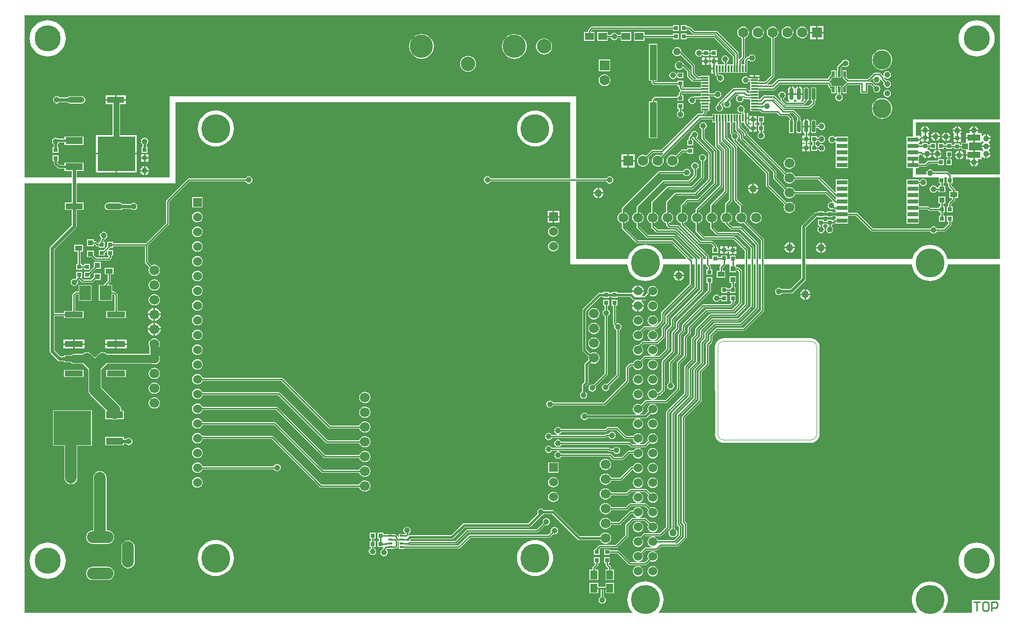
<source format=gtl>
%FSLAX44Y44*%
%MOMM*%
G71*
G01*
G75*
G04 Layer_Physical_Order=1*
G04 Layer_Color=255*
%ADD10C,0.2540*%
%ADD11R,3.1600X1.0000*%
%ADD12R,0.7620X0.7620*%
%ADD13R,0.7620X0.7620*%
%ADD14R,1.2700X0.9144*%
%ADD15R,0.9144X0.9144*%
%ADD16R,2.2000X1.0500*%
%ADD17R,1.0500X1.0000*%
%ADD18R,1.9000X0.8000*%
%ADD19R,3.0000X1.0000*%
%ADD20O,3.0000X1.0000*%
%ADD21R,6.5000X5.9000*%
%ADD22R,3.0000X1.2000*%
%ADD23R,2.0000X2.5000*%
G04:AMPARAMS|DCode=24|XSize=2.032mm|YSize=0.6096mm|CornerRadius=0.061mm|HoleSize=0mm|Usage=FLASHONLY|Rotation=90.000|XOffset=0mm|YOffset=0mm|HoleType=Round|Shape=RoundedRectangle|*
%AMROUNDEDRECTD24*
21,1,2.0320,0.4877,0,0,90.0*
21,1,1.9101,0.6096,0,0,90.0*
1,1,0.1219,0.2438,0.9550*
1,1,0.1219,0.2438,-0.9550*
1,1,0.1219,-0.2438,-0.9550*
1,1,0.1219,-0.2438,0.9550*
%
%ADD24ROUNDEDRECTD24*%
G04:AMPARAMS|DCode=25|XSize=2.032mm|YSize=0.6096mm|CornerRadius=0.1524mm|HoleSize=0mm|Usage=FLASHONLY|Rotation=90.000|XOffset=0mm|YOffset=0mm|HoleType=Round|Shape=RoundedRectangle|*
%AMROUNDEDRECTD25*
21,1,2.0320,0.3048,0,0,90.0*
21,1,1.7272,0.6096,0,0,90.0*
1,1,0.3048,0.1524,0.8636*
1,1,0.3048,0.1524,-0.8636*
1,1,0.3048,-0.1524,-0.8636*
1,1,0.3048,-0.1524,0.8636*
%
%ADD25ROUNDEDRECTD25*%
%ADD26R,0.6096X2.0320*%
%ADD27R,1.2000X0.3000*%
%ADD28R,0.3000X1.2000*%
%ADD29R,1.5240X1.2700*%
%ADD30R,1.2000X6.0960*%
%ADD31R,0.5000X1.0000*%
%ADD32R,1.2700X1.5240*%
%ADD33R,0.8000X0.3500*%
%ADD34C,0.6000*%
%ADD35C,0.4000*%
%ADD36C,0.5000*%
%ADD37C,1.4000*%
%ADD38C,0.2032*%
%ADD39C,1.0000*%
%ADD40C,2.0000*%
%ADD41C,0.2500*%
%ADD42C,0.0000*%
%ADD43C,0.1016*%
%ADD44C,0.1020*%
%ADD45C,1.5240*%
%ADD46C,1.7780*%
%ADD47R,1.7780X1.7780*%
%ADD48C,1.7000*%
%ADD49R,1.5240X1.5240*%
%ADD50O,2.0320X4.5720*%
%ADD51O,4.5720X2.0320*%
%ADD52C,1.8000*%
%ADD53R,1.7780X1.7780*%
%ADD54O,3.2000X3.3000*%
%ADD55C,1.0000*%
%ADD56C,2.5000*%
%ADD57C,5.0000*%
%ADD58C,1.2700*%
%ADD59C,4.5000*%
%ADD60C,4.0000*%
G36*
X1890000Y2360000D02*
X1740000D01*
Y2330950D01*
X1729300D01*
Y2320550D01*
X1729300Y2320550D01*
X1729300Y2319950D01*
X1729300D01*
Y2309550D01*
X1729300Y2309550D01*
X1729300Y2308950D01*
X1729300D01*
Y2298550D01*
X1729300Y2298550D01*
X1729300Y2297950D01*
X1729300D01*
Y2287550D01*
X1729300Y2287550D01*
X1729300Y2286950D01*
X1729300D01*
Y2276550D01*
X1740000D01*
Y2260000D01*
X1784740D01*
Y2250490D01*
X1787732D01*
Y2246022D01*
X1784478D01*
Y2242768D01*
X1781524D01*
X1780220Y2244720D01*
X1778169Y2246090D01*
X1775750Y2246572D01*
X1773331Y2246090D01*
X1771280Y2244720D01*
X1769910Y2242669D01*
X1769429Y2240250D01*
X1769910Y2237831D01*
X1771280Y2235780D01*
X1773331Y2234410D01*
X1775750Y2233929D01*
X1778169Y2234410D01*
X1780220Y2235780D01*
X1781524Y2237732D01*
X1784478D01*
Y2234478D01*
X1796022D01*
Y2246022D01*
X1792768D01*
Y2250490D01*
X1794760D01*
Y2260000D01*
X1798710D01*
Y2250490D01*
X1801202D01*
Y2245500D01*
X1801202Y2245500D01*
X1801202D01*
X1801393Y2244536D01*
X1801939Y2243719D01*
X1808052Y2237607D01*
Y2236370D01*
X1803020D01*
Y2224826D01*
X1808052D01*
Y2223113D01*
X1802189Y2217251D01*
X1801643Y2216434D01*
X1801452Y2215470D01*
Y2210010D01*
X1798960D01*
Y2199990D01*
X1808980D01*
Y2210010D01*
X1806488D01*
Y2214427D01*
X1812351Y2220289D01*
X1812897Y2221106D01*
X1813088Y2222070D01*
X1813088Y2222070D01*
X1813088Y2222070D01*
Y2222070D01*
Y2224826D01*
X1818120D01*
Y2236370D01*
X1813088D01*
Y2238650D01*
X1812897Y2239614D01*
X1812351Y2240431D01*
X1806238Y2246543D01*
Y2250490D01*
X1808730D01*
Y2260000D01*
X1890000D01*
Y2120000D01*
X1799700D01*
X1799074Y2122609D01*
X1797207Y2127117D01*
X1794657Y2131278D01*
X1791488Y2134988D01*
X1787778Y2138157D01*
X1783617Y2140707D01*
X1779109Y2142574D01*
X1774364Y2143713D01*
X1769500Y2144096D01*
X1764635Y2143713D01*
X1759891Y2142574D01*
X1755383Y2140707D01*
X1751222Y2138157D01*
X1747512Y2134988D01*
X1744343Y2131278D01*
X1741793Y2127117D01*
X1739926Y2122609D01*
X1739300Y2120000D01*
X1555898D01*
Y2173812D01*
X1574813Y2192728D01*
X1577240D01*
Y2191490D01*
X1587260D01*
Y2192697D01*
X1591740D01*
Y2191460D01*
X1601760D01*
Y2192977D01*
X1607300D01*
Y2191848D01*
X1607300Y2191848D01*
X1607300D01*
X1607300Y2191550D01*
Y2191250D01*
Y2190950D01*
X1607300Y2190652D01*
X1607300Y2190652D01*
X1607300D01*
Y2188268D01*
X1606250D01*
X1605286Y2188077D01*
X1604469Y2187531D01*
X1602933Y2185995D01*
X1601760Y2186481D01*
Y2187510D01*
X1591740D01*
Y2185048D01*
X1587260D01*
Y2187540D01*
X1577240D01*
Y2177520D01*
X1579732D01*
Y2176274D01*
X1577780Y2174970D01*
X1576410Y2172919D01*
X1575928Y2170500D01*
X1576410Y2168081D01*
X1577780Y2166030D01*
X1579831Y2164660D01*
X1582250Y2164179D01*
X1584669Y2164660D01*
X1586720Y2166030D01*
X1588090Y2168081D01*
X1588571Y2170500D01*
X1588090Y2172919D01*
X1586720Y2174970D01*
X1584768Y2176274D01*
Y2177520D01*
X1587260D01*
Y2180012D01*
X1591740D01*
Y2177490D01*
X1593864D01*
X1594232Y2176274D01*
X1592280Y2174970D01*
X1590910Y2172919D01*
X1590428Y2170500D01*
X1590910Y2168081D01*
X1592280Y2166030D01*
X1594331Y2164660D01*
X1596750Y2164179D01*
X1599169Y2164660D01*
X1601220Y2166030D01*
X1602590Y2168081D01*
X1603071Y2170500D01*
X1602590Y2172919D01*
X1601220Y2174970D01*
X1599268Y2176274D01*
X1599636Y2177490D01*
X1601760D01*
Y2179982D01*
X1603000D01*
X1603964Y2180173D01*
X1604781Y2180719D01*
X1606127Y2182065D01*
X1607300Y2181579D01*
Y2180550D01*
X1628700D01*
Y2190652D01*
X1628700Y2190652D01*
D01*
D01*
X1628700Y2190950D01*
Y2191050D01*
Y2191250D01*
Y2191325D01*
Y2191550D01*
X1628700Y2191766D01*
X1628700Y2191848D01*
X1628700Y2191848D01*
X1628700D01*
Y2194232D01*
X1642207D01*
X1668219Y2168219D01*
X1669036Y2167673D01*
X1670000Y2167482D01*
X1769880D01*
X1769910Y2167331D01*
X1771280Y2165280D01*
X1773331Y2163910D01*
X1775750Y2163429D01*
X1778169Y2163910D01*
X1780220Y2165280D01*
X1781590Y2167331D01*
X1781620Y2167482D01*
X1794750D01*
X1795714Y2167673D01*
X1796531Y2168219D01*
X1796531Y2168219D01*
X1796531Y2168219D01*
X1805781Y2177469D01*
X1806327Y2178286D01*
X1806518Y2179250D01*
X1806518Y2179250D01*
X1806518Y2179250D01*
Y2179250D01*
Y2184490D01*
X1809010D01*
Y2194510D01*
X1798990D01*
Y2184490D01*
X1801482D01*
Y2180293D01*
X1793707Y2172518D01*
X1781357D01*
X1780220Y2174220D01*
X1778169Y2175590D01*
X1775750Y2176071D01*
X1773331Y2175590D01*
X1771280Y2174220D01*
X1770143Y2172518D01*
X1671043D01*
X1645031Y2198531D01*
X1644214Y2199077D01*
X1643250Y2199268D01*
X1628700D01*
Y2201652D01*
X1628700Y2201652D01*
D01*
D01*
X1628700Y2201950D01*
Y2202050D01*
Y2202250D01*
Y2202325D01*
Y2202550D01*
X1628700Y2202766D01*
X1628700Y2202848D01*
X1628700Y2202848D01*
X1628700D01*
Y2212652D01*
X1628700Y2212652D01*
D01*
D01*
X1628700Y2212950D01*
Y2213050D01*
Y2213250D01*
Y2213325D01*
Y2213550D01*
X1628700Y2213766D01*
X1628700Y2213848D01*
X1628700Y2213848D01*
X1628700D01*
Y2223950D01*
D01*
Y2223950D01*
X1628700Y2223950D01*
Y2224550D01*
X1628700D01*
Y2234652D01*
X1628700Y2234652D01*
D01*
D01*
X1628700Y2234950D01*
Y2235050D01*
Y2235250D01*
Y2235325D01*
Y2235550D01*
X1628700Y2235766D01*
X1628700Y2235848D01*
X1628700Y2235848D01*
X1628700D01*
Y2245652D01*
X1628700Y2245652D01*
D01*
D01*
X1628700Y2245950D01*
Y2246050D01*
Y2246250D01*
Y2246325D01*
Y2246550D01*
X1628700Y2246766D01*
X1628700Y2246848D01*
X1628700Y2246848D01*
X1628700D01*
Y2256950D01*
X1607300D01*
Y2246848D01*
X1607300Y2246848D01*
X1607300D01*
X1607300Y2246550D01*
Y2246250D01*
Y2245950D01*
X1607300Y2245652D01*
X1607300Y2245652D01*
X1607300D01*
Y2235848D01*
X1607300Y2235848D01*
X1607300D01*
X1607300Y2235550D01*
Y2235421D01*
X1606887Y2235250D01*
X1605812Y2235250D01*
X1579981Y2261081D01*
X1579164Y2261627D01*
X1578200Y2261818D01*
X1536952D01*
X1536950Y2261832D01*
X1535973Y2264192D01*
X1534418Y2266218D01*
X1532392Y2267773D01*
X1530032Y2268750D01*
X1527500Y2269084D01*
X1524968Y2268750D01*
X1522608Y2267773D01*
X1522597Y2267764D01*
X1455018Y2335343D01*
Y2337500D01*
X1454827Y2338464D01*
X1454281Y2339281D01*
X1445018Y2348543D01*
Y2355300D01*
X1448460D01*
Y2353960D01*
X1449982D01*
Y2352500D01*
X1449982Y2352500D01*
X1449982D01*
X1450173Y2351536D01*
X1450719Y2350719D01*
X1458219Y2343219D01*
X1458219D01*
X1458219Y2343219D01*
X1458219Y2343219D01*
Y2343219D01*
X1458650Y2342931D01*
Y2338650D01*
X1463730D01*
Y2345000D01*
X1465000D01*
Y2346270D01*
X1471350D01*
Y2351350D01*
X1467518D01*
Y2353650D01*
X1471350D01*
Y2358730D01*
X1458650D01*
Y2353650D01*
X1462482D01*
Y2351350D01*
X1458650D01*
X1458650Y2351350D01*
Y2351350D01*
X1457633Y2350929D01*
X1455775Y2352787D01*
X1456261Y2353960D01*
X1456540D01*
Y2361230D01*
X1452500D01*
Y2362500D01*
X1451230D01*
Y2371040D01*
X1449759D01*
Y2374500D01*
X1449612Y2375240D01*
X1449840Y2375581D01*
X1450322Y2378000D01*
X1449840Y2380419D01*
X1448470Y2382470D01*
X1446419Y2383840D01*
X1444000Y2384321D01*
X1441581Y2383840D01*
X1439530Y2382470D01*
X1438160Y2380419D01*
X1437679Y2378000D01*
X1438160Y2375581D01*
X1439530Y2373530D01*
X1441581Y2372160D01*
X1444000Y2371678D01*
X1444259Y2371730D01*
X1445241Y2370924D01*
Y2369700D01*
X1394800D01*
Y2365018D01*
X1381583D01*
X1380781Y2366219D01*
X1384281Y2369719D01*
X1384281Y2369719D01*
X1384281Y2369719D01*
X1384827Y2370536D01*
X1385018Y2371500D01*
Y2374800D01*
X1389700D01*
Y2379800D01*
Y2384800D01*
Y2388460D01*
X1391040D01*
Y2391230D01*
X1373960D01*
Y2388460D01*
X1375300D01*
Y2384800D01*
Y2379800D01*
Y2374800D01*
X1379982D01*
Y2372543D01*
X1377957Y2370518D01*
X1371000D01*
X1370036Y2370327D01*
X1369219Y2369781D01*
X1306957Y2307518D01*
X1291400D01*
X1290436Y2307327D01*
X1289619Y2306781D01*
X1280581Y2297743D01*
X1280488Y2297814D01*
X1278034Y2298830D01*
X1275400Y2299177D01*
X1272766Y2298830D01*
X1270312Y2297814D01*
X1268204Y2296196D01*
X1266586Y2294089D01*
X1265570Y2291634D01*
X1265223Y2289000D01*
X1265570Y2286366D01*
X1266586Y2283911D01*
X1268204Y2281804D01*
X1270312Y2280186D01*
X1272766Y2279170D01*
X1275400Y2278823D01*
X1278034Y2279170D01*
X1280488Y2280186D01*
X1282596Y2281804D01*
X1284214Y2283911D01*
X1285230Y2286366D01*
X1285577Y2289000D01*
X1285230Y2291634D01*
X1284214Y2294089D01*
X1284143Y2294181D01*
X1292443Y2302482D01*
X1308000D01*
X1308964Y2302673D01*
X1309448Y2302997D01*
X1310253Y2302015D01*
X1305981Y2297743D01*
X1305889Y2297814D01*
X1303434Y2298830D01*
X1300800Y2299177D01*
X1298166Y2298830D01*
X1295712Y2297814D01*
X1293604Y2296196D01*
X1291986Y2294089D01*
X1290970Y2291634D01*
X1290623Y2289000D01*
X1290970Y2286366D01*
X1291986Y2283912D01*
X1293604Y2281804D01*
X1295712Y2280186D01*
X1298166Y2279170D01*
X1300800Y2278823D01*
X1303434Y2279170D01*
X1305889Y2280186D01*
X1307996Y2281804D01*
X1309614Y2283912D01*
X1310630Y2286366D01*
X1310977Y2289000D01*
X1310630Y2291634D01*
X1309614Y2294089D01*
X1309543Y2294181D01*
X1375343Y2359982D01*
X1394800D01*
Y2355300D01*
X1399982D01*
Y2314500D01*
X1400173Y2313536D01*
X1400719Y2312719D01*
X1407482Y2305957D01*
Y2247043D01*
X1366369Y2205931D01*
X1365823Y2205114D01*
X1365632Y2204150D01*
Y2200202D01*
X1365618Y2200200D01*
X1363258Y2199223D01*
X1361232Y2197668D01*
X1359677Y2195642D01*
X1358700Y2193282D01*
X1358366Y2190750D01*
X1358700Y2188218D01*
X1359677Y2185858D01*
X1361232Y2183832D01*
X1363258Y2182277D01*
X1365618Y2181300D01*
X1365632Y2181298D01*
Y2168600D01*
X1365632Y2168600D01*
X1365632D01*
X1365823Y2167636D01*
X1366369Y2166819D01*
X1378719Y2154469D01*
X1379536Y2153923D01*
X1380500Y2153732D01*
X1431207D01*
X1450482Y2134457D01*
Y2120000D01*
X1435010D01*
Y2126010D01*
X1424990D01*
Y2120000D01*
X1420010D01*
Y2126040D01*
X1409990D01*
Y2123518D01*
X1405010D01*
Y2126010D01*
X1394990D01*
Y2120000D01*
X1388518D01*
Y2124500D01*
X1388327Y2125464D01*
X1387781Y2126281D01*
X1336781Y2177281D01*
X1335964Y2177827D01*
X1335000Y2178018D01*
X1322043D01*
X1319898Y2180163D01*
X1320146Y2181409D01*
X1322242Y2182277D01*
X1324268Y2183832D01*
X1325823Y2185858D01*
X1326800Y2188218D01*
X1327134Y2190750D01*
X1326800Y2193282D01*
X1325823Y2195642D01*
X1324268Y2197668D01*
X1322242Y2199223D01*
X1319882Y2200200D01*
X1319868Y2200202D01*
Y2216057D01*
X1333043Y2229232D01*
X1366000D01*
X1366964Y2229423D01*
X1367781Y2229969D01*
X1367781Y2229969D01*
X1367781Y2229969D01*
X1392531Y2254719D01*
X1393077Y2255536D01*
X1393268Y2256500D01*
X1393268Y2256500D01*
X1393268Y2256500D01*
Y2256500D01*
Y2302000D01*
X1393077Y2302964D01*
X1392531Y2303781D01*
X1368166Y2328146D01*
X1368290Y2329410D01*
X1368470Y2329530D01*
X1369840Y2331581D01*
X1370321Y2334000D01*
X1369840Y2336419D01*
X1368470Y2338470D01*
X1366419Y2339840D01*
X1364000Y2340321D01*
X1361581Y2339840D01*
X1359530Y2338470D01*
X1358160Y2336419D01*
X1357679Y2334000D01*
X1357763Y2333575D01*
X1355219Y2331031D01*
X1354673Y2330214D01*
X1354482Y2329250D01*
Y2325010D01*
X1351990D01*
Y2314990D01*
X1362010D01*
Y2325010D01*
X1359518D01*
Y2328191D01*
X1360453Y2328690D01*
X1361601Y2328147D01*
X1361673Y2327786D01*
X1362219Y2326969D01*
X1388232Y2300957D01*
Y2257543D01*
X1364957Y2234268D01*
X1332000D01*
X1331036Y2234077D01*
X1330219Y2233531D01*
X1315569Y2218881D01*
X1315023Y2218064D01*
X1314832Y2217100D01*
Y2200202D01*
X1314818Y2200200D01*
X1312458Y2199223D01*
X1310432Y2197668D01*
X1308877Y2195642D01*
X1307900Y2193282D01*
X1307566Y2190750D01*
X1307900Y2188218D01*
X1308877Y2185858D01*
X1310432Y2183832D01*
X1312458Y2182277D01*
X1314818Y2181300D01*
X1314832Y2181298D01*
Y2179150D01*
X1314832Y2179150D01*
X1314832D01*
X1315023Y2178186D01*
X1315569Y2177369D01*
X1319219Y2173719D01*
X1320036Y2173173D01*
X1321000Y2172982D01*
X1333957D01*
X1383482Y2123457D01*
Y2120000D01*
X1378518D01*
Y2123000D01*
X1378327Y2123964D01*
X1377781Y2124781D01*
X1332531Y2170031D01*
X1331714Y2170577D01*
X1330750Y2170768D01*
X1300543D01*
X1294468Y2176843D01*
Y2181298D01*
X1294482Y2181300D01*
X1296842Y2182277D01*
X1298868Y2183832D01*
X1300423Y2185858D01*
X1301400Y2188218D01*
X1301734Y2190750D01*
X1301400Y2193282D01*
X1300423Y2195642D01*
X1298868Y2197668D01*
X1296842Y2199223D01*
X1294482Y2200200D01*
X1294468Y2200202D01*
Y2215157D01*
X1319293Y2239982D01*
X1360000D01*
X1360964Y2240173D01*
X1361781Y2240719D01*
X1379781Y2258719D01*
X1380327Y2259536D01*
X1380518Y2260500D01*
Y2288226D01*
X1382470Y2289530D01*
X1383840Y2291581D01*
X1384321Y2294000D01*
X1383840Y2296419D01*
X1382470Y2298470D01*
X1380419Y2299840D01*
X1378000Y2300322D01*
X1375581Y2299840D01*
X1373530Y2298470D01*
X1372160Y2296419D01*
X1371679Y2294000D01*
X1372160Y2291581D01*
X1373530Y2289530D01*
X1375482Y2288226D01*
Y2261543D01*
X1358957Y2245018D01*
X1318250D01*
X1317286Y2244827D01*
X1316469Y2244281D01*
X1290169Y2217981D01*
X1289623Y2217164D01*
X1289432Y2216200D01*
Y2200202D01*
X1289418Y2200200D01*
X1287058Y2199223D01*
X1285032Y2197668D01*
X1283477Y2195642D01*
X1282500Y2193282D01*
X1282166Y2190750D01*
X1282500Y2188218D01*
X1283477Y2185858D01*
X1285032Y2183832D01*
X1287058Y2182277D01*
X1289418Y2181300D01*
X1289432Y2181298D01*
Y2175800D01*
X1289432Y2175800D01*
X1289432D01*
X1289623Y2174836D01*
X1290169Y2174019D01*
X1297719Y2166469D01*
X1298536Y2165923D01*
X1299500Y2165732D01*
X1329707D01*
X1373482Y2121957D01*
Y2120000D01*
X1369518D01*
Y2120250D01*
X1369327Y2121214D01*
X1368781Y2122031D01*
X1330281Y2160531D01*
X1329464Y2161077D01*
X1328500Y2161268D01*
X1283793D01*
X1269068Y2175993D01*
Y2181298D01*
X1269082Y2181300D01*
X1271442Y2182277D01*
X1273468Y2183832D01*
X1275023Y2185858D01*
X1276000Y2188218D01*
X1276334Y2190750D01*
X1276000Y2193282D01*
X1275023Y2195642D01*
X1273468Y2197668D01*
X1271442Y2199223D01*
X1269082Y2200200D01*
X1269068Y2200202D01*
Y2207507D01*
X1312043Y2250482D01*
X1354750D01*
X1355714Y2250673D01*
X1356531Y2251219D01*
X1356531Y2251219D01*
X1356531Y2251219D01*
X1366781Y2261469D01*
X1367327Y2262286D01*
X1367518Y2263250D01*
X1367518Y2263250D01*
X1367518Y2263250D01*
Y2263250D01*
Y2274226D01*
X1369470Y2275530D01*
X1370840Y2277581D01*
X1371321Y2280000D01*
X1370840Y2282419D01*
X1369470Y2284470D01*
X1367419Y2285840D01*
X1365000Y2286321D01*
X1362581Y2285840D01*
X1360530Y2284470D01*
X1359160Y2282419D01*
X1358678Y2280000D01*
X1359160Y2277581D01*
X1360530Y2275530D01*
X1362482Y2274226D01*
Y2264293D01*
X1353707Y2255518D01*
X1311000D01*
X1310036Y2255327D01*
X1309219Y2254781D01*
X1264769Y2210331D01*
X1264223Y2209514D01*
X1264032Y2208550D01*
Y2200202D01*
X1264018Y2200200D01*
X1261658Y2199223D01*
X1259632Y2197668D01*
X1258077Y2195642D01*
X1257100Y2193282D01*
X1256766Y2190750D01*
X1257100Y2188218D01*
X1258077Y2185858D01*
X1259632Y2183832D01*
X1261658Y2182277D01*
X1264018Y2181300D01*
X1264032Y2181298D01*
Y2174950D01*
X1264032Y2174950D01*
X1264032D01*
X1264223Y2173986D01*
X1264769Y2173169D01*
X1280969Y2156969D01*
X1280969D01*
X1280969Y2156969D01*
X1280969Y2156969D01*
Y2156969D01*
X1281786Y2156423D01*
X1282750Y2156232D01*
X1327457D01*
X1362515Y2121173D01*
X1362029Y2120000D01*
X1358062D01*
X1326531Y2151531D01*
X1325714Y2152077D01*
X1324750Y2152268D01*
X1266543D01*
X1243668Y2175143D01*
Y2181298D01*
X1243682Y2181300D01*
X1246042Y2182277D01*
X1248068Y2183832D01*
X1249623Y2185858D01*
X1250600Y2188218D01*
X1250934Y2190750D01*
X1250600Y2193282D01*
X1249623Y2195642D01*
X1248068Y2197668D01*
X1246042Y2199223D01*
X1243682Y2200200D01*
X1243668Y2200202D01*
Y2204857D01*
X1305293Y2266482D01*
X1345226D01*
X1346530Y2264530D01*
X1348581Y2263160D01*
X1351000Y2262679D01*
X1353419Y2263160D01*
X1355470Y2264530D01*
X1356840Y2266581D01*
X1357321Y2269000D01*
X1356840Y2271419D01*
X1355470Y2273470D01*
X1353419Y2274840D01*
X1351000Y2275322D01*
X1348581Y2274840D01*
X1346530Y2273470D01*
X1345226Y2271518D01*
X1304250D01*
X1303286Y2271327D01*
X1302469Y2270781D01*
X1239369Y2207681D01*
X1238823Y2206864D01*
X1238632Y2205900D01*
Y2200202D01*
X1238618Y2200200D01*
X1236258Y2199223D01*
X1234232Y2197668D01*
X1232677Y2195642D01*
X1231700Y2193282D01*
X1231366Y2190750D01*
X1231700Y2188218D01*
X1232677Y2185858D01*
X1234232Y2183832D01*
X1236258Y2182277D01*
X1238618Y2181300D01*
X1238632Y2181298D01*
Y2174100D01*
X1238632Y2174100D01*
X1238632D01*
X1238823Y2173136D01*
X1239369Y2172319D01*
X1263719Y2147969D01*
X1264536Y2147423D01*
X1265500Y2147232D01*
X1323707D01*
X1349765Y2121173D01*
X1349279Y2120000D01*
X1309700D01*
X1309074Y2122609D01*
X1307207Y2127117D01*
X1304657Y2131278D01*
X1301488Y2134988D01*
X1297778Y2138157D01*
X1293617Y2140707D01*
X1289109Y2142574D01*
X1284364Y2143713D01*
X1279500Y2144096D01*
X1274636Y2143713D01*
X1269891Y2142574D01*
X1265383Y2140707D01*
X1261222Y2138157D01*
X1257512Y2134988D01*
X1254343Y2131278D01*
X1251793Y2127117D01*
X1249926Y2122609D01*
X1249300Y2120000D01*
X1160000D01*
Y2253482D01*
X1212226D01*
X1213530Y2251530D01*
X1215581Y2250160D01*
X1218000Y2249679D01*
X1220419Y2250160D01*
X1222470Y2251530D01*
X1223840Y2253581D01*
X1224322Y2256000D01*
X1223840Y2258419D01*
X1222470Y2260470D01*
X1220419Y2261840D01*
X1218000Y2262321D01*
X1215581Y2261840D01*
X1213530Y2260470D01*
X1212226Y2258518D01*
X1160000D01*
Y2400000D01*
X460000D01*
Y2260000D01*
X299782D01*
Y2271300D01*
X311700D01*
Y2285700D01*
X279300D01*
Y2281763D01*
X271102D01*
X267263Y2285601D01*
Y2288490D01*
X269010D01*
Y2298510D01*
X258990D01*
Y2288490D01*
X260737D01*
Y2284250D01*
X260737Y2284250D01*
X260737D01*
X260986Y2283001D01*
X261693Y2281943D01*
X267443Y2276193D01*
X268502Y2275486D01*
X269750Y2275237D01*
X279300D01*
Y2271300D01*
X291218D01*
Y2260000D01*
X210000D01*
Y2540000D01*
X1890000D01*
Y2360000D01*
D02*
G37*
G36*
X1423482Y2309957D02*
Y2221543D01*
X1417169Y2215231D01*
X1416623Y2214414D01*
X1416432Y2213450D01*
Y2200202D01*
X1416418Y2200200D01*
X1414058Y2199223D01*
X1412032Y2197668D01*
X1410477Y2195642D01*
X1409500Y2193282D01*
X1409166Y2190750D01*
X1409500Y2188218D01*
X1410477Y2185858D01*
X1412032Y2183832D01*
X1414058Y2182277D01*
X1416418Y2181300D01*
X1416432Y2181298D01*
X1416623Y2180336D01*
X1417169Y2179519D01*
X1425719Y2170969D01*
X1425719D01*
X1425719Y2170969D01*
X1425719Y2170969D01*
Y2170969D01*
X1426536Y2170423D01*
X1427500Y2170232D01*
X1443457D01*
X1469482Y2144207D01*
Y2120000D01*
X1465518D01*
Y2140000D01*
X1465327Y2140964D01*
X1464781Y2141781D01*
X1440781Y2165781D01*
X1439964Y2166327D01*
X1439000Y2166518D01*
X1404293D01*
X1396068Y2174743D01*
Y2181298D01*
X1396082Y2181300D01*
X1398442Y2182277D01*
X1400468Y2183832D01*
X1402023Y2185858D01*
X1403000Y2188218D01*
X1403334Y2190750D01*
X1403000Y2193282D01*
X1402023Y2195642D01*
X1400468Y2197668D01*
X1398442Y2199223D01*
X1396082Y2200200D01*
X1396068Y2200202D01*
Y2210507D01*
X1419781Y2234219D01*
X1419781Y2234219D01*
X1419781Y2234219D01*
X1420327Y2235036D01*
X1420518Y2236000D01*
Y2309000D01*
X1420327Y2309964D01*
X1419781Y2310781D01*
X1410018Y2320543D01*
Y2321761D01*
X1411192Y2322247D01*
X1423482Y2309957D01*
D02*
G37*
G36*
X1890000Y2265000D02*
X1805708D01*
X1805501Y2265311D01*
X1801031Y2269781D01*
X1800214Y2270327D01*
X1799250Y2270518D01*
X1775524D01*
X1774220Y2272470D01*
X1772169Y2273840D01*
X1769750Y2274321D01*
X1767331Y2273840D01*
X1765280Y2272470D01*
X1763910Y2270419D01*
X1763428Y2268000D01*
X1763830Y2265982D01*
X1763024Y2265000D01*
X1745000D01*
Y2276550D01*
X1750700D01*
Y2279232D01*
X1762250D01*
X1763214Y2279423D01*
X1764031Y2279969D01*
X1768043Y2283982D01*
X1783490D01*
Y2281490D01*
X1793510D01*
Y2291510D01*
X1783490D01*
Y2289018D01*
X1767000D01*
X1766036Y2288827D01*
X1765219Y2288281D01*
X1761207Y2284268D01*
X1750700D01*
Y2286950D01*
D01*
Y2286950D01*
X1750700Y2286950D01*
Y2287550D01*
X1750700D01*
Y2297210D01*
X1752040D01*
Y2299989D01*
X1753213Y2300475D01*
X1754719Y2298969D01*
X1755536Y2298423D01*
X1756500Y2298232D01*
X1757632D01*
X1758164Y2296947D01*
X1759372Y2295372D01*
X1760948Y2294164D01*
X1762782Y2293404D01*
X1763480Y2293312D01*
Y2300750D01*
X1764750D01*
Y2302020D01*
X1772188D01*
X1772096Y2302718D01*
X1771336Y2304552D01*
X1770128Y2306128D01*
X1768553Y2307336D01*
X1766718Y2308096D01*
X1765755Y2308223D01*
X1765838Y2309490D01*
X1766010D01*
Y2311982D01*
X1769740D01*
Y2309490D01*
X1779760D01*
Y2319510D01*
X1769740D01*
Y2317018D01*
X1766010D01*
Y2319510D01*
X1755990D01*
Y2317018D01*
X1750700D01*
Y2319210D01*
X1752040D01*
Y2323239D01*
X1752040Y2323239D01*
Y2323239D01*
Y2323239D01*
X1752040D01*
X1752040Y2323240D01*
X1752040D01*
X1752964Y2323423D01*
X1753530Y2323802D01*
X1754650Y2323203D01*
Y2322120D01*
X1759730D01*
Y2328470D01*
X1761000D01*
Y2329740D01*
X1767350D01*
Y2334820D01*
X1767006D01*
X1766444Y2335959D01*
X1767586Y2337447D01*
X1768346Y2339282D01*
X1768438Y2339980D01*
X1753562D01*
X1753654Y2339282D01*
X1754414Y2337447D01*
X1755556Y2335959D01*
X1754994Y2334820D01*
X1754650D01*
Y2330974D01*
X1753756Y2330797D01*
X1753160Y2330398D01*
X1752040Y2330997D01*
Y2332290D01*
X1745000D01*
Y2355000D01*
X1890000D01*
Y2265000D01*
D02*
G37*
G36*
X1478482Y2032043D02*
X1447957Y2001518D01*
X1403000D01*
X1402036Y2001327D01*
X1401219Y2000781D01*
X1390219Y1989781D01*
X1389673Y1988964D01*
X1389482Y1988000D01*
Y1979043D01*
X1384219Y1973781D01*
X1383673Y1972964D01*
X1383482Y1972000D01*
Y1939043D01*
X1372219Y1927781D01*
X1371673Y1926964D01*
X1371482Y1926000D01*
Y1877043D01*
X1343219Y1848781D01*
X1342673Y1847964D01*
X1342482Y1847000D01*
Y1666000D01*
X1342673Y1665036D01*
X1343219Y1664219D01*
X1345482Y1661957D01*
Y1641043D01*
X1333957Y1629518D01*
X1332083D01*
X1331281Y1630719D01*
X1341781Y1641219D01*
X1342327Y1642036D01*
X1342518Y1643000D01*
Y1659000D01*
X1342327Y1659964D01*
X1341781Y1660781D01*
X1338518Y1664043D01*
Y1848957D01*
X1366781Y1877219D01*
X1367327Y1878036D01*
X1367518Y1879000D01*
Y1926957D01*
X1378781Y1938219D01*
X1379327Y1939036D01*
X1379518Y1940000D01*
Y1973957D01*
X1385781Y1980219D01*
X1386327Y1981036D01*
X1386518Y1982000D01*
Y1990957D01*
X1400043Y2004482D01*
X1444000D01*
X1444964Y2004673D01*
X1445781Y2005219D01*
X1473781Y2033219D01*
X1474327Y2034036D01*
X1474518Y2035000D01*
Y2110000D01*
X1478482D01*
Y2032043D01*
D02*
G37*
G36*
X1150000Y2258518D02*
X1013274D01*
X1011970Y2260470D01*
X1009919Y2261840D01*
X1007500Y2262321D01*
X1005081Y2261840D01*
X1003030Y2260470D01*
X1001660Y2258419D01*
X1001179Y2256000D01*
X1001660Y2253581D01*
X1003030Y2251530D01*
X1005081Y2250160D01*
X1007500Y2249679D01*
X1009919Y2250160D01*
X1011970Y2251530D01*
X1013274Y2253482D01*
X1150000D01*
Y2110000D01*
X1248640D01*
X1248787Y2108136D01*
X1249926Y2103391D01*
X1251793Y2098883D01*
X1254343Y2094722D01*
X1257512Y2091012D01*
X1261222Y2087843D01*
X1265383Y2085293D01*
X1269891Y2083426D01*
X1274636Y2082287D01*
X1279500Y2081904D01*
X1284364Y2082287D01*
X1289109Y2083426D01*
X1293617Y2085293D01*
X1297778Y2087843D01*
X1301488Y2091012D01*
X1304657Y2094722D01*
X1307207Y2098883D01*
X1309074Y2103391D01*
X1310213Y2108136D01*
X1310360Y2110000D01*
X1355482D01*
Y2077043D01*
X1307219Y2028781D01*
X1306673Y2027964D01*
X1306482Y2027000D01*
Y2013043D01*
X1296957Y2003518D01*
X1293664D01*
X1293581Y2004786D01*
X1294503Y2004907D01*
X1296648Y2005796D01*
X1298490Y2007209D01*
X1299904Y2009052D01*
X1300793Y2011198D01*
X1301096Y2013500D01*
X1300793Y2015802D01*
X1299904Y2017948D01*
X1298490Y2019790D01*
X1296648Y2021204D01*
X1294503Y2022093D01*
X1292200Y2022396D01*
X1289897Y2022093D01*
X1287752Y2021204D01*
X1285909Y2019790D01*
X1284496Y2017948D01*
X1283607Y2015802D01*
X1283304Y2013500D01*
X1283607Y2011198D01*
X1284496Y2009052D01*
X1285909Y2007209D01*
X1287752Y2005796D01*
X1289897Y2004907D01*
X1290819Y2004786D01*
X1290736Y2003518D01*
X1278200D01*
X1277236Y2003327D01*
X1276419Y2002781D01*
X1269971Y1996333D01*
X1269102Y1996693D01*
X1266800Y1996996D01*
X1264498Y1996693D01*
X1262352Y1995804D01*
X1260509Y1994391D01*
X1259096Y1992548D01*
X1258207Y1990403D01*
X1257904Y1988100D01*
X1258207Y1985797D01*
X1259096Y1983652D01*
X1260509Y1981810D01*
X1262352Y1980396D01*
X1264498Y1979507D01*
X1266800Y1979204D01*
X1269102Y1979507D01*
X1271248Y1980396D01*
X1273091Y1981810D01*
X1274504Y1983652D01*
X1275393Y1985797D01*
X1275696Y1988100D01*
X1275393Y1990403D01*
X1274504Y1992548D01*
X1273986Y1993224D01*
X1279243Y1998482D01*
X1298000D01*
X1298964Y1998673D01*
X1299781Y1999219D01*
X1310781Y2010219D01*
X1311327Y2011036D01*
X1311518Y2012000D01*
Y2025957D01*
X1359781Y2074219D01*
X1360327Y2075036D01*
X1360518Y2076000D01*
Y2110000D01*
X1364482D01*
Y2072043D01*
X1315219Y2022781D01*
X1314673Y2021964D01*
X1314482Y2021000D01*
Y2009043D01*
X1308219Y2002781D01*
X1307673Y2001964D01*
X1307482Y2001000D01*
Y1987043D01*
X1298457Y1978018D01*
X1292904D01*
X1292835Y1979073D01*
X1292835D01*
X1292821Y1979286D01*
X1294503Y1979507D01*
X1296648Y1980396D01*
X1298490Y1981810D01*
X1299904Y1983652D01*
X1300793Y1985797D01*
X1301096Y1988100D01*
X1300793Y1990403D01*
X1299904Y1992548D01*
X1298490Y1994391D01*
X1296648Y1995804D01*
X1294503Y1996693D01*
X1292200Y1996996D01*
X1289897Y1996693D01*
X1287752Y1995804D01*
X1285909Y1994391D01*
X1284496Y1992548D01*
X1283607Y1990403D01*
X1283304Y1988100D01*
X1283607Y1985797D01*
X1284496Y1983652D01*
X1285909Y1981810D01*
X1287752Y1980396D01*
X1289897Y1979507D01*
X1291579Y1979286D01*
X1291565Y1979073D01*
X1291565D01*
X1291496Y1978018D01*
X1275500D01*
X1274536Y1977827D01*
X1273719Y1977281D01*
X1267891Y1971452D01*
X1266800Y1971596D01*
X1264498Y1971293D01*
X1262352Y1970404D01*
X1260509Y1968990D01*
X1259096Y1967148D01*
X1258207Y1965002D01*
X1257904Y1962700D01*
X1258207Y1960397D01*
X1259096Y1958252D01*
X1260509Y1956409D01*
X1262352Y1954996D01*
X1264498Y1954107D01*
X1266800Y1953804D01*
X1269102Y1954107D01*
X1271248Y1954996D01*
X1273091Y1956409D01*
X1274504Y1958252D01*
X1275393Y1960397D01*
X1275696Y1962700D01*
X1275393Y1965002D01*
X1274504Y1967148D01*
X1273091Y1968990D01*
X1273057Y1969496D01*
X1276543Y1972982D01*
X1299500D01*
X1300464Y1973173D01*
X1301281Y1973719D01*
X1311781Y1984219D01*
X1312327Y1985036D01*
X1312518Y1986000D01*
Y1999957D01*
X1318781Y2006219D01*
X1319327Y2007036D01*
X1319518Y2008000D01*
Y2019957D01*
X1368781Y2069219D01*
X1369327Y2070036D01*
X1369518Y2071000D01*
Y2110000D01*
X1373482D01*
Y2067043D01*
X1324219Y2017781D01*
X1323673Y2016964D01*
X1323482Y2016000D01*
Y2005043D01*
X1316219Y1997781D01*
X1315673Y1996964D01*
X1315482Y1996000D01*
Y1965043D01*
X1303457Y1953018D01*
X1295129D01*
X1294881Y1954264D01*
X1296648Y1954996D01*
X1298490Y1956409D01*
X1299904Y1958252D01*
X1300793Y1960397D01*
X1301096Y1962700D01*
X1300793Y1965002D01*
X1299904Y1967148D01*
X1298490Y1968990D01*
X1296648Y1970404D01*
X1294503Y1971293D01*
X1292200Y1971596D01*
X1289897Y1971293D01*
X1287752Y1970404D01*
X1285909Y1968990D01*
X1284496Y1967148D01*
X1283607Y1965002D01*
X1283304Y1962700D01*
X1283607Y1960397D01*
X1284496Y1958252D01*
X1285909Y1956409D01*
X1287752Y1954996D01*
X1289519Y1954264D01*
X1289271Y1953018D01*
X1278500D01*
X1277536Y1952827D01*
X1276719Y1952281D01*
X1269971Y1945533D01*
X1269102Y1945893D01*
X1266800Y1946196D01*
X1264498Y1945893D01*
X1262352Y1945004D01*
X1260509Y1943591D01*
X1259096Y1941748D01*
X1258297Y1939818D01*
X1253800D01*
X1252836Y1939627D01*
X1252019Y1939081D01*
X1246469Y1933531D01*
X1245923Y1932714D01*
X1245732Y1931750D01*
Y1910293D01*
X1207957Y1872518D01*
X1120440D01*
X1119470Y1873970D01*
X1117419Y1875340D01*
X1115000Y1875821D01*
X1112581Y1875340D01*
X1110530Y1873970D01*
X1109160Y1871919D01*
X1108679Y1869500D01*
X1109160Y1867081D01*
X1110530Y1865030D01*
X1112581Y1863660D01*
X1115000Y1863179D01*
X1117419Y1863660D01*
X1119470Y1865030D01*
X1120840Y1867081D01*
X1120920Y1867482D01*
X1209000D01*
X1209964Y1867673D01*
X1210781Y1868219D01*
X1250031Y1907469D01*
X1250577Y1908286D01*
X1250768Y1909250D01*
Y1930707D01*
X1254843Y1934782D01*
X1258297D01*
X1259096Y1932852D01*
X1260509Y1931010D01*
X1262352Y1929596D01*
X1264498Y1928707D01*
X1266800Y1928404D01*
X1269102Y1928707D01*
X1271248Y1929596D01*
X1273091Y1931010D01*
X1274504Y1932852D01*
X1275393Y1934998D01*
X1275696Y1937300D01*
X1275393Y1939603D01*
X1274504Y1941748D01*
X1273986Y1942424D01*
X1279543Y1947982D01*
X1304500D01*
X1305464Y1948173D01*
X1306281Y1948719D01*
X1319781Y1962219D01*
X1320327Y1963036D01*
X1320518Y1964000D01*
Y1994957D01*
X1327781Y2002219D01*
X1328327Y2003036D01*
X1328518Y2004000D01*
Y2014957D01*
X1377781Y2064219D01*
X1378327Y2065036D01*
X1378518Y2066000D01*
Y2110000D01*
X1383482D01*
X1383673Y2109036D01*
X1384219Y2108219D01*
X1387482Y2104957D01*
Y2102260D01*
X1384990D01*
Y2092240D01*
X1395010D01*
Y2102260D01*
X1392518D01*
Y2106000D01*
X1392327Y2106964D01*
X1391781Y2107781D01*
X1390735Y2108827D01*
X1391221Y2110000D01*
X1408779D01*
X1409265Y2108827D01*
X1407899Y2107461D01*
X1407353Y2106644D01*
X1407162Y2105680D01*
Y2099424D01*
X1402130D01*
Y2087880D01*
X1417230D01*
Y2099424D01*
X1412198D01*
Y2104637D01*
X1416781Y2109219D01*
X1417302Y2110000D01*
X1424228D01*
Y2108822D01*
X1424228D01*
Y2097278D01*
X1435772D01*
Y2100532D01*
X1437907D01*
X1440482Y2097957D01*
Y2045043D01*
X1428957Y2033518D01*
X1385000D01*
X1384036Y2033327D01*
X1383219Y2032781D01*
X1353219Y2002781D01*
X1352673Y2001964D01*
X1352482Y2001000D01*
Y1993043D01*
X1346219Y1986781D01*
X1345673Y1985964D01*
X1345482Y1985000D01*
Y1953043D01*
X1334219Y1941781D01*
X1333673Y1940964D01*
X1333482Y1940000D01*
Y1896043D01*
X1313957Y1876518D01*
X1293664D01*
X1293581Y1877786D01*
X1294503Y1877907D01*
X1296648Y1878796D01*
X1298490Y1880210D01*
X1299904Y1882052D01*
X1300703Y1883982D01*
X1302500D01*
X1303464Y1884173D01*
X1304281Y1884719D01*
X1311781Y1892219D01*
X1312327Y1893036D01*
X1312518Y1894000D01*
Y1941957D01*
X1328781Y1958219D01*
X1329327Y1959036D01*
X1329518Y1960000D01*
Y1990957D01*
X1336781Y1998219D01*
X1337327Y1999036D01*
X1337518Y2000000D01*
Y2008957D01*
X1391781Y2063219D01*
X1392327Y2064036D01*
X1392518Y2065000D01*
Y2078270D01*
X1395010D01*
Y2088290D01*
X1384990D01*
Y2078270D01*
X1387482D01*
Y2066043D01*
X1333219Y2011781D01*
X1332673Y2010964D01*
X1332482Y2010000D01*
Y2001043D01*
X1325219Y1993781D01*
X1324673Y1992964D01*
X1324482Y1992000D01*
Y1961043D01*
X1308219Y1944781D01*
X1307673Y1943964D01*
X1307482Y1943000D01*
Y1895043D01*
X1301732Y1889294D01*
X1300487Y1889542D01*
X1299904Y1890948D01*
X1298490Y1892791D01*
X1296648Y1894204D01*
X1294503Y1895093D01*
X1292200Y1895396D01*
X1289897Y1895093D01*
X1287752Y1894204D01*
X1285909Y1892791D01*
X1284496Y1890948D01*
X1283607Y1888802D01*
X1283304Y1886500D01*
X1283607Y1884198D01*
X1284496Y1882052D01*
X1285909Y1880210D01*
X1287752Y1878796D01*
X1289897Y1877907D01*
X1290819Y1877786D01*
X1290736Y1876518D01*
X1281000D01*
X1280036Y1876327D01*
X1279219Y1875781D01*
X1271811Y1868372D01*
X1271248Y1868804D01*
X1269102Y1869693D01*
X1266800Y1869996D01*
X1264498Y1869693D01*
X1262352Y1868804D01*
X1260509Y1867390D01*
X1259096Y1865548D01*
X1258207Y1863403D01*
X1257904Y1861100D01*
X1258207Y1858797D01*
X1259096Y1856652D01*
X1260509Y1854810D01*
X1262352Y1853396D01*
X1263287Y1853008D01*
X1263040Y1851763D01*
X1179777D01*
X1178970Y1852970D01*
X1176919Y1854340D01*
X1174500Y1854821D01*
X1172081Y1854340D01*
X1170030Y1852970D01*
X1168660Y1850919D01*
X1168178Y1848500D01*
X1168660Y1846081D01*
X1170030Y1844030D01*
X1172081Y1842660D01*
X1174500Y1842179D01*
X1176919Y1842660D01*
X1178970Y1844030D01*
X1179777Y1845237D01*
X1263522D01*
X1263770Y1843992D01*
X1262352Y1843404D01*
X1260509Y1841991D01*
X1259096Y1840148D01*
X1258207Y1838002D01*
X1257904Y1835700D01*
X1258207Y1833398D01*
X1259096Y1831252D01*
X1260509Y1829409D01*
X1262352Y1827996D01*
X1264498Y1827107D01*
X1266800Y1826804D01*
X1269102Y1827107D01*
X1271248Y1827996D01*
X1273091Y1829409D01*
X1274504Y1831252D01*
X1275393Y1833398D01*
X1275696Y1835700D01*
X1275393Y1838002D01*
X1274504Y1840148D01*
X1273091Y1841991D01*
X1271248Y1843404D01*
X1269830Y1843992D01*
X1270078Y1845237D01*
X1279600D01*
X1280849Y1845486D01*
X1281907Y1846193D01*
X1288712Y1852998D01*
X1289897Y1852507D01*
X1292200Y1852204D01*
X1294503Y1852507D01*
X1296648Y1853396D01*
X1298490Y1854810D01*
X1299904Y1856652D01*
X1300793Y1858797D01*
X1301096Y1861100D01*
X1300793Y1863403D01*
X1299904Y1865548D01*
X1298490Y1867390D01*
X1296648Y1868804D01*
X1294503Y1869693D01*
X1292200Y1869996D01*
X1289897Y1869693D01*
X1287752Y1868804D01*
X1285909Y1867390D01*
X1284496Y1865548D01*
X1283607Y1863403D01*
X1283304Y1861100D01*
X1283607Y1858797D01*
X1284098Y1857612D01*
X1278249Y1851763D01*
X1270560D01*
X1270313Y1853008D01*
X1271248Y1853396D01*
X1273091Y1854810D01*
X1274504Y1856652D01*
X1275393Y1858797D01*
X1275696Y1861100D01*
X1275393Y1863403D01*
X1274975Y1864413D01*
X1282043Y1871482D01*
X1315000D01*
X1315964Y1871673D01*
X1316781Y1872219D01*
X1337781Y1893219D01*
X1338327Y1894036D01*
X1338518Y1895000D01*
Y1938957D01*
X1349781Y1950219D01*
X1350327Y1951036D01*
X1350518Y1952000D01*
Y1983957D01*
X1356781Y1990219D01*
X1357327Y1991036D01*
X1357518Y1992000D01*
Y1999957D01*
X1386043Y2028482D01*
X1430000D01*
X1430964Y2028673D01*
X1431781Y2029219D01*
X1444781Y2042219D01*
X1445327Y2043036D01*
X1445518Y2044000D01*
Y2099000D01*
X1445327Y2099964D01*
X1444781Y2100781D01*
X1440731Y2104831D01*
X1439914Y2105377D01*
X1438950Y2105568D01*
X1435772D01*
Y2108822D01*
X1435772D01*
Y2109102D01*
X1436670Y2110000D01*
X1450482D01*
Y2042043D01*
X1433957Y2025518D01*
X1392000D01*
X1391036Y2025327D01*
X1390219Y2024781D01*
X1366219Y2000781D01*
X1365673Y1999964D01*
X1365482Y1999000D01*
Y1990043D01*
X1359219Y1983781D01*
X1358673Y1982964D01*
X1358482Y1982000D01*
Y1947043D01*
X1347219Y1935781D01*
X1346673Y1934964D01*
X1346482Y1934000D01*
Y1888043D01*
X1316219Y1857781D01*
X1315673Y1856964D01*
X1315482Y1856000D01*
Y1658043D01*
X1304957Y1647518D01*
X1277800D01*
X1276836Y1647327D01*
X1276019Y1646781D01*
X1269971Y1640733D01*
X1269102Y1641093D01*
X1266800Y1641396D01*
X1264498Y1641093D01*
X1262352Y1640204D01*
X1260509Y1638790D01*
X1259096Y1636948D01*
X1258207Y1634803D01*
X1257904Y1632500D01*
X1258207Y1630197D01*
X1259096Y1628052D01*
X1260509Y1626210D01*
X1262352Y1624796D01*
X1264498Y1623907D01*
X1266800Y1623604D01*
X1269102Y1623907D01*
X1271248Y1624796D01*
X1273091Y1626210D01*
X1274504Y1628052D01*
X1275393Y1630197D01*
X1275696Y1632500D01*
X1275393Y1634803D01*
X1274504Y1636948D01*
X1273986Y1637624D01*
X1278843Y1642482D01*
X1290736D01*
X1290819Y1641214D01*
X1289897Y1641093D01*
X1287752Y1640204D01*
X1285909Y1638790D01*
X1284496Y1636948D01*
X1283607Y1634803D01*
X1283304Y1632500D01*
X1283607Y1630197D01*
X1284496Y1628052D01*
X1285909Y1626210D01*
X1287752Y1624796D01*
X1289897Y1623907D01*
X1290819Y1623786D01*
X1290736Y1622518D01*
X1279700D01*
X1278736Y1622327D01*
X1277919Y1621781D01*
X1271032Y1614894D01*
X1269102Y1615693D01*
X1266800Y1615996D01*
X1264498Y1615693D01*
X1262352Y1614804D01*
X1260509Y1613391D01*
X1259096Y1611548D01*
X1258207Y1609402D01*
X1257904Y1607100D01*
X1258207Y1604798D01*
X1259096Y1602652D01*
X1260509Y1600809D01*
X1262352Y1599396D01*
X1264498Y1598507D01*
X1266179Y1598286D01*
X1266165Y1598073D01*
X1266165D01*
X1266096Y1597018D01*
X1253293D01*
X1233781Y1616531D01*
X1232964Y1617077D01*
X1232000Y1617268D01*
X1218260D01*
Y1619760D01*
X1208240D01*
Y1609740D01*
X1218260D01*
Y1612232D01*
X1230957D01*
X1250469Y1592719D01*
X1251286Y1592173D01*
X1252250Y1591982D01*
X1279600D01*
X1280564Y1592173D01*
X1281381Y1592719D01*
X1287968Y1599306D01*
X1289897Y1598507D01*
X1292200Y1598204D01*
X1294503Y1598507D01*
X1296648Y1599396D01*
X1298490Y1600809D01*
X1299904Y1602652D01*
X1300793Y1604798D01*
X1301096Y1607100D01*
X1300793Y1609402D01*
X1299904Y1611548D01*
X1298490Y1613391D01*
X1296648Y1614804D01*
X1294503Y1615693D01*
X1292200Y1615996D01*
X1289897Y1615693D01*
X1287752Y1614804D01*
X1285909Y1613391D01*
X1284496Y1611548D01*
X1283607Y1609402D01*
X1283304Y1607100D01*
X1283607Y1604798D01*
X1284406Y1602868D01*
X1278557Y1597018D01*
X1267504D01*
X1267435Y1598073D01*
X1267435D01*
X1267421Y1598286D01*
X1269102Y1598507D01*
X1271248Y1599396D01*
X1273091Y1600809D01*
X1274504Y1602652D01*
X1275393Y1604798D01*
X1275696Y1607100D01*
X1275393Y1609402D01*
X1274594Y1611332D01*
X1280743Y1617482D01*
X1299000D01*
X1299964Y1617673D01*
X1300781Y1618219D01*
X1307043Y1624482D01*
X1335000D01*
X1335964Y1624673D01*
X1336781Y1625219D01*
X1349781Y1638219D01*
X1350327Y1639036D01*
X1350518Y1640000D01*
Y1663000D01*
X1350327Y1663964D01*
X1349781Y1664781D01*
X1347518Y1667043D01*
Y1845957D01*
X1375781Y1874219D01*
X1376327Y1875036D01*
X1376518Y1876000D01*
Y1924957D01*
X1387781Y1936219D01*
X1388327Y1937036D01*
X1388518Y1938000D01*
Y1970957D01*
X1393781Y1976219D01*
X1394327Y1977036D01*
X1394518Y1978000D01*
Y1986957D01*
X1404043Y1996482D01*
X1449000D01*
X1449964Y1996673D01*
X1450781Y1997219D01*
X1482781Y2029219D01*
X1483327Y2030036D01*
X1483518Y2031000D01*
Y2110000D01*
X1548353D01*
Y2086688D01*
X1529437Y2067773D01*
X1514931D01*
X1514668Y2068168D01*
X1513444Y2068985D01*
X1512525Y2069168D01*
X1511519Y2069840D01*
X1509100Y2070322D01*
X1506681Y2069840D01*
X1504630Y2068470D01*
X1503260Y2066419D01*
X1502779Y2064000D01*
X1503260Y2061581D01*
X1504630Y2059530D01*
X1506681Y2058160D01*
X1509100Y2057679D01*
X1511519Y2058160D01*
X1513570Y2059530D01*
X1514036Y2060228D01*
X1531000D01*
X1531000Y2060228D01*
X1532444Y2060515D01*
X1533668Y2061333D01*
X1554792Y2082457D01*
X1554793Y2082457D01*
X1555610Y2083681D01*
X1555898Y2085125D01*
X1555898Y2085125D01*
Y2110000D01*
X1738640D01*
X1738787Y2108136D01*
X1739926Y2103391D01*
X1741793Y2098883D01*
X1744343Y2094722D01*
X1747512Y2091012D01*
X1751222Y2087843D01*
X1755383Y2085293D01*
X1759891Y2083426D01*
X1764635Y2082287D01*
X1769500Y2081904D01*
X1774364Y2082287D01*
X1779109Y2083426D01*
X1783617Y2085293D01*
X1787778Y2087843D01*
X1791488Y2091012D01*
X1794657Y2094722D01*
X1797207Y2098883D01*
X1799074Y2103391D01*
X1800213Y2108136D01*
X1800360Y2110000D01*
X1890000D01*
Y2110000D01*
Y1532475D01*
X1889867D01*
Y1532475D01*
X1841760D01*
Y1510000D01*
X1792141D01*
X1791609Y1511153D01*
X1794657Y1514722D01*
X1797207Y1518883D01*
X1799074Y1523391D01*
X1800213Y1528136D01*
X1800596Y1533000D01*
X1800213Y1537865D01*
X1799074Y1542609D01*
X1797207Y1547117D01*
X1794657Y1551278D01*
X1791488Y1554988D01*
X1787778Y1558157D01*
X1783617Y1560707D01*
X1779109Y1562574D01*
X1774364Y1563713D01*
X1769500Y1564096D01*
X1764635Y1563713D01*
X1759891Y1562574D01*
X1755383Y1560707D01*
X1751222Y1558157D01*
X1747512Y1554988D01*
X1744343Y1551278D01*
X1741793Y1547117D01*
X1739926Y1542609D01*
X1738787Y1537865D01*
X1738404Y1533000D01*
X1738787Y1528136D01*
X1739926Y1523391D01*
X1741793Y1518883D01*
X1744343Y1514722D01*
X1747391Y1511153D01*
X1746859Y1510000D01*
X1302141D01*
X1301609Y1511153D01*
X1304657Y1514722D01*
X1307207Y1518883D01*
X1309074Y1523391D01*
X1310213Y1528136D01*
X1310596Y1533000D01*
X1310213Y1537865D01*
X1309074Y1542609D01*
X1307207Y1547117D01*
X1304657Y1551278D01*
X1301488Y1554988D01*
X1297778Y1558157D01*
X1293617Y1560707D01*
X1289109Y1562574D01*
X1284364Y1563713D01*
X1279500Y1564096D01*
X1274636Y1563713D01*
X1269891Y1562574D01*
X1265383Y1560707D01*
X1261222Y1558157D01*
X1257512Y1554988D01*
X1254343Y1551278D01*
X1251793Y1547117D01*
X1249926Y1542609D01*
X1248787Y1537865D01*
X1248404Y1533000D01*
X1248787Y1528136D01*
X1249926Y1523391D01*
X1251793Y1518883D01*
X1254343Y1514722D01*
X1257391Y1511153D01*
X1256859Y1510000D01*
X210000D01*
Y2250000D01*
X291218D01*
Y2216700D01*
X279510D01*
Y2204300D01*
X291218D01*
Y2177774D01*
X254972Y2141528D01*
X254044Y2140139D01*
X253718Y2138500D01*
Y1960500D01*
X254044Y1958861D01*
X254972Y1957472D01*
X267672Y1944772D01*
X269061Y1943844D01*
X270700Y1943518D01*
X278300D01*
Y1941600D01*
X289910D01*
X291165Y1940637D01*
X293159Y1939811D01*
X295300Y1939529D01*
X309995D01*
X320203Y1929321D01*
Y1893500D01*
X320588Y1890576D01*
X321717Y1887852D01*
X323512Y1885512D01*
X349746Y1859278D01*
X349300Y1858200D01*
X349300D01*
X349300Y1858200D01*
Y1843800D01*
X361455D01*
X363359Y1843011D01*
X365500Y1842729D01*
X367641Y1843011D01*
X369545Y1843800D01*
X381700D01*
Y1858200D01*
X377589D01*
X376751Y1859155D01*
X376797Y1859500D01*
X376412Y1862424D01*
X375283Y1865148D01*
X373488Y1867488D01*
X342797Y1898179D01*
Y1929321D01*
X353005Y1939529D01*
X428790D01*
X428858Y1939477D01*
X431218Y1938500D01*
X433750Y1938166D01*
X436282Y1938500D01*
X438642Y1939477D01*
X440668Y1941032D01*
X442223Y1943058D01*
X443200Y1945418D01*
X443534Y1947950D01*
X443200Y1950482D01*
X442223Y1952842D01*
X441871Y1953301D01*
Y1967999D01*
X442223Y1968458D01*
X443200Y1970818D01*
X443534Y1973350D01*
X443200Y1975882D01*
X442223Y1978242D01*
X440668Y1980268D01*
X438642Y1981823D01*
X436282Y1982800D01*
X433750Y1983134D01*
X431218Y1982800D01*
X428858Y1981823D01*
X426832Y1980268D01*
X425277Y1978242D01*
X424300Y1975882D01*
X423966Y1973350D01*
X424300Y1970818D01*
X425277Y1968458D01*
X425329Y1968390D01*
Y1956071D01*
X352919D01*
X350948Y1957583D01*
X348224Y1958712D01*
X345300Y1959097D01*
X342376Y1958712D01*
X339652Y1957583D01*
X337312Y1955788D01*
X332135Y1950611D01*
X330865D01*
X325688Y1955788D01*
X323348Y1957583D01*
X320624Y1958712D01*
X317700Y1959097D01*
X314776Y1958712D01*
X312052Y1957583D01*
X310081Y1956071D01*
X295300D01*
X293159Y1955789D01*
X291165Y1954963D01*
X289910Y1954000D01*
X278300D01*
Y1952082D01*
X272474D01*
X262282Y1962274D01*
Y2021482D01*
X278300D01*
Y2017800D01*
X312300D01*
Y2030200D01*
X297818D01*
Y2056757D01*
X300043Y2058982D01*
X303050D01*
Y2047800D01*
X325450D01*
Y2075200D01*
X303050D01*
Y2064018D01*
X299000D01*
X298036Y2063827D01*
X297219Y2063281D01*
X293519Y2059581D01*
X292973Y2058764D01*
X292782Y2057800D01*
Y2030200D01*
X278300D01*
Y2026518D01*
X262282D01*
Y2136726D01*
X298528Y2172972D01*
X299456Y2174361D01*
X299782Y2176000D01*
Y2204300D01*
X311910D01*
Y2216700D01*
X299782D01*
Y2250000D01*
X470000D01*
Y2390000D01*
X1150000D01*
Y2258518D01*
D02*
G37*
G36*
X1415482Y2307957D02*
Y2237043D01*
X1391769Y2213331D01*
X1391223Y2212514D01*
X1391032Y2211550D01*
Y2200202D01*
X1391018Y2200200D01*
X1388658Y2199223D01*
X1386632Y2197668D01*
X1385077Y2195642D01*
X1384100Y2193282D01*
X1383766Y2190750D01*
X1384100Y2188218D01*
X1385077Y2185858D01*
X1386632Y2183832D01*
X1388658Y2182277D01*
X1391018Y2181300D01*
X1391032Y2181298D01*
Y2173700D01*
X1391032Y2173700D01*
X1391032D01*
X1391223Y2172736D01*
X1391769Y2171919D01*
X1401469Y2162219D01*
X1402286Y2161673D01*
X1403250Y2161482D01*
X1437957D01*
X1460482Y2138957D01*
Y2120000D01*
X1455518D01*
Y2135500D01*
X1455327Y2136464D01*
X1454781Y2137281D01*
X1434031Y2158031D01*
X1433214Y2158577D01*
X1432250Y2158768D01*
X1381543D01*
X1370668Y2169643D01*
Y2181298D01*
X1370682Y2181300D01*
X1373042Y2182277D01*
X1375068Y2183832D01*
X1376623Y2185858D01*
X1377600Y2188218D01*
X1377934Y2190750D01*
X1377600Y2193282D01*
X1376623Y2195642D01*
X1375068Y2197668D01*
X1373042Y2199223D01*
X1370682Y2200200D01*
X1370668Y2200202D01*
Y2203107D01*
X1411781Y2244219D01*
X1412327Y2245036D01*
X1412518Y2246000D01*
X1412518Y2246000D01*
X1412518Y2246000D01*
Y2246000D01*
Y2307000D01*
X1412327Y2307964D01*
X1411781Y2308781D01*
X1405018Y2315543D01*
Y2316761D01*
X1406192Y2317247D01*
X1415482Y2307957D01*
D02*
G37*
G36*
X1469482Y2036043D02*
X1442957Y2009518D01*
X1399000D01*
X1398036Y2009327D01*
X1397219Y2008781D01*
X1382219Y1993781D01*
X1381673Y1992964D01*
X1381482Y1992000D01*
Y1983043D01*
X1375219Y1976781D01*
X1374673Y1975964D01*
X1374482Y1975000D01*
Y1941043D01*
X1363219Y1929781D01*
X1362673Y1928964D01*
X1362482Y1928000D01*
Y1880043D01*
X1334219Y1851781D01*
X1333673Y1850964D01*
X1333482Y1850000D01*
Y1663000D01*
X1333673Y1662036D01*
X1334219Y1661219D01*
X1337482Y1657957D01*
Y1644043D01*
X1328457Y1635018D01*
X1300703D01*
X1299904Y1636948D01*
X1298490Y1638790D01*
X1296648Y1640204D01*
X1294503Y1641093D01*
X1293581Y1641214D01*
X1293664Y1642482D01*
X1306000D01*
X1306964Y1642673D01*
X1307781Y1643219D01*
X1319781Y1655219D01*
X1320327Y1656036D01*
X1320518Y1657000D01*
Y1854957D01*
X1350781Y1885219D01*
X1351327Y1886036D01*
X1351518Y1887000D01*
Y1932957D01*
X1362781Y1944219D01*
X1363327Y1945036D01*
X1363518Y1946000D01*
Y1980957D01*
X1369781Y1987219D01*
X1370327Y1988036D01*
X1370518Y1989000D01*
Y1997957D01*
X1393043Y2020482D01*
X1435000D01*
X1435964Y2020673D01*
X1436781Y2021219D01*
X1454781Y2039219D01*
X1455327Y2040036D01*
X1455518Y2041000D01*
Y2110000D01*
X1460482D01*
Y2039043D01*
X1438957Y2017518D01*
X1395000D01*
X1394036Y2017327D01*
X1393219Y2016781D01*
X1374219Y1997781D01*
X1373673Y1996964D01*
X1373482Y1996000D01*
Y1986043D01*
X1367219Y1979781D01*
X1366673Y1978964D01*
X1366482Y1978000D01*
Y1943043D01*
X1355219Y1931781D01*
X1354673Y1930964D01*
X1354482Y1930000D01*
Y1884043D01*
X1325219Y1854781D01*
X1324673Y1853964D01*
X1324482Y1853000D01*
Y1655129D01*
X1323192Y1654595D01*
X1321615Y1653385D01*
X1320405Y1651808D01*
X1319644Y1649971D01*
X1319385Y1648000D01*
X1319644Y1646029D01*
X1320405Y1644192D01*
X1321615Y1642615D01*
X1323192Y1641405D01*
X1325029Y1640644D01*
X1327000Y1640385D01*
X1328971Y1640644D01*
X1330807Y1641405D01*
X1332385Y1642615D01*
X1333595Y1644192D01*
X1334356Y1646029D01*
X1334615Y1648000D01*
X1334356Y1649971D01*
X1333595Y1651808D01*
X1332385Y1653385D01*
X1330807Y1654595D01*
X1329518Y1655129D01*
Y1851957D01*
X1358781Y1881219D01*
X1359327Y1882036D01*
X1359518Y1883000D01*
Y1928957D01*
X1370781Y1940219D01*
X1371327Y1941036D01*
X1371518Y1942000D01*
Y1976957D01*
X1377781Y1983219D01*
X1378327Y1984036D01*
X1378518Y1985000D01*
Y1994957D01*
X1396043Y2012482D01*
X1440000D01*
X1440964Y2012673D01*
X1441781Y2013219D01*
X1464781Y2036219D01*
X1465327Y2037036D01*
X1465518Y2038000D01*
Y2110000D01*
X1469482D01*
Y2036043D01*
D02*
G37*
G36*
X1432482Y2310957D02*
Y2221000D01*
X1432482Y2221000D01*
X1432482D01*
X1432673Y2220036D01*
X1433219Y2219219D01*
X1441832Y2210607D01*
Y2200202D01*
X1441818Y2200200D01*
X1439458Y2199223D01*
X1437432Y2197668D01*
X1435877Y2195642D01*
X1434900Y2193282D01*
X1434566Y2190750D01*
X1434900Y2188218D01*
X1435877Y2185858D01*
X1437432Y2183832D01*
X1439458Y2182277D01*
X1441818Y2181300D01*
X1444350Y2180966D01*
X1446882Y2181300D01*
X1448478Y2181961D01*
X1478482Y2151957D01*
Y2120000D01*
X1474518D01*
Y2145250D01*
X1474327Y2146214D01*
X1473781Y2147031D01*
X1446281Y2174531D01*
X1445464Y2175077D01*
X1444500Y2175268D01*
X1428543D01*
X1423018Y2180793D01*
X1423266Y2182039D01*
X1423842Y2182277D01*
X1425868Y2183832D01*
X1427423Y2185858D01*
X1428400Y2188218D01*
X1428734Y2190750D01*
X1428400Y2193282D01*
X1427423Y2195642D01*
X1425868Y2197668D01*
X1423842Y2199223D01*
X1421482Y2200200D01*
X1421468Y2200202D01*
Y2212407D01*
X1427781Y2218719D01*
X1427781Y2218719D01*
X1427781Y2218719D01*
X1428327Y2219536D01*
X1428518Y2220500D01*
Y2311000D01*
X1428327Y2311964D01*
X1427781Y2312781D01*
X1415018Y2325543D01*
Y2326761D01*
X1416192Y2327247D01*
X1432482Y2310957D01*
D02*
G37*
G36*
X1434982Y2342500D02*
X1434982Y2342500D01*
X1434982D01*
X1435173Y2341536D01*
X1435719Y2340719D01*
X1442482Y2333957D01*
Y2327500D01*
X1442482Y2327500D01*
X1442482D01*
X1442673Y2326536D01*
X1443219Y2325719D01*
X1499732Y2269207D01*
Y2259150D01*
X1499732Y2259150D01*
X1499732D01*
X1499923Y2258186D01*
X1500469Y2257369D01*
X1519036Y2238803D01*
X1519027Y2238792D01*
X1518050Y2236432D01*
X1517716Y2233900D01*
X1518050Y2231368D01*
X1519027Y2229008D01*
X1520582Y2226982D01*
X1522608Y2225427D01*
X1524968Y2224450D01*
X1527500Y2224116D01*
X1530032Y2224450D01*
X1532392Y2225427D01*
X1534418Y2226982D01*
X1535973Y2229008D01*
X1536950Y2231368D01*
X1536952Y2231382D01*
X1590057D01*
X1602656Y2218782D01*
X1602058Y2217662D01*
X1600000Y2218071D01*
X1597581Y2217590D01*
X1595530Y2216220D01*
X1594160Y2214169D01*
X1593678Y2211750D01*
X1594160Y2209331D01*
X1595530Y2207280D01*
X1597581Y2205910D01*
X1600000Y2205429D01*
X1602334Y2205893D01*
X1603036Y2205423D01*
X1604000Y2205232D01*
X1607300D01*
Y2202848D01*
X1607300Y2202848D01*
X1607300D01*
X1607300Y2202550D01*
Y2202250D01*
Y2201950D01*
X1607300Y2201652D01*
X1607300Y2201652D01*
X1607300D01*
Y2200522D01*
X1601760D01*
Y2201480D01*
X1591740D01*
Y2200242D01*
X1587260D01*
Y2201510D01*
X1577240D01*
Y2200273D01*
X1573250D01*
X1571806Y2199985D01*
X1570582Y2199168D01*
X1549458Y2178043D01*
X1548640Y2176819D01*
X1548353Y2175375D01*
X1548353Y2175375D01*
Y2120000D01*
X1483518D01*
Y2153000D01*
X1483327Y2153964D01*
X1482781Y2154781D01*
X1452337Y2185225D01*
X1452823Y2185858D01*
X1453800Y2188218D01*
X1454134Y2190750D01*
X1453800Y2193282D01*
X1452823Y2195642D01*
X1451268Y2197668D01*
X1449242Y2199223D01*
X1446882Y2200200D01*
X1446868Y2200202D01*
Y2211650D01*
X1446677Y2212614D01*
X1446131Y2213431D01*
X1437518Y2222043D01*
Y2312000D01*
X1437327Y2312964D01*
X1436781Y2313781D01*
X1420018Y2330543D01*
Y2355300D01*
X1424982D01*
Y2337500D01*
X1424982Y2337500D01*
X1424982D01*
X1425173Y2336536D01*
X1425719Y2335719D01*
X1428136Y2333302D01*
X1427679Y2331000D01*
X1428160Y2328581D01*
X1429530Y2326530D01*
X1431482Y2325226D01*
Y2323500D01*
X1431482Y2323500D01*
X1431482D01*
X1431673Y2322536D01*
X1432219Y2321719D01*
X1487482Y2266457D01*
Y2246000D01*
X1487673Y2245036D01*
X1488219Y2244219D01*
X1519036Y2213403D01*
X1519027Y2213392D01*
X1518050Y2211032D01*
X1517716Y2208500D01*
X1518050Y2205968D01*
X1519027Y2203608D01*
X1520582Y2201582D01*
X1522608Y2200027D01*
X1524968Y2199050D01*
X1527500Y2198716D01*
X1530032Y2199050D01*
X1532392Y2200027D01*
X1534418Y2201582D01*
X1535973Y2203608D01*
X1536950Y2205968D01*
X1537284Y2208500D01*
X1536950Y2211032D01*
X1535973Y2213392D01*
X1534418Y2215418D01*
X1532392Y2216973D01*
X1530032Y2217950D01*
X1527500Y2218284D01*
X1524968Y2217950D01*
X1522608Y2216973D01*
X1522597Y2216964D01*
X1492518Y2247043D01*
Y2267500D01*
X1492327Y2268464D01*
X1491781Y2269281D01*
X1436817Y2324245D01*
X1436941Y2325509D01*
X1438470Y2326530D01*
X1439840Y2328581D01*
X1440322Y2331000D01*
X1439840Y2333419D01*
X1438470Y2335470D01*
X1436419Y2336840D01*
X1434000Y2337321D01*
X1431698Y2336864D01*
X1430018Y2338543D01*
Y2355300D01*
X1434982D01*
Y2342500D01*
D02*
G37*
G36*
X1449982Y2336457D02*
Y2334300D01*
X1449982Y2334300D01*
X1449982D01*
X1450173Y2333336D01*
X1450719Y2332519D01*
X1519036Y2264203D01*
X1519027Y2264192D01*
X1518050Y2261832D01*
X1517716Y2259300D01*
X1518050Y2256768D01*
X1519027Y2254408D01*
X1520582Y2252382D01*
X1522608Y2250827D01*
X1524968Y2249850D01*
X1527500Y2249516D01*
X1530032Y2249850D01*
X1532392Y2250827D01*
X1534418Y2252382D01*
X1535973Y2254408D01*
X1536950Y2256768D01*
X1536952Y2256782D01*
X1577157D01*
X1605969Y2227969D01*
X1605969D01*
X1605969Y2227969D01*
X1605969Y2227969D01*
Y2227969D01*
X1606786Y2227423D01*
X1607300Y2227321D01*
Y2224550D01*
X1607300Y2224550D01*
X1607300Y2223950D01*
X1607300D01*
Y2222921D01*
X1606127Y2222435D01*
X1592881Y2235681D01*
X1592064Y2236227D01*
X1591100Y2236418D01*
X1536952D01*
X1536950Y2236432D01*
X1535973Y2238792D01*
X1534418Y2240818D01*
X1532392Y2242373D01*
X1530032Y2243350D01*
X1527500Y2243684D01*
X1524968Y2243350D01*
X1522608Y2242373D01*
X1522597Y2242364D01*
X1504768Y2260193D01*
Y2270250D01*
X1504577Y2271214D01*
X1504031Y2272031D01*
X1447518Y2328543D01*
Y2335000D01*
X1447327Y2335964D01*
X1446781Y2336781D01*
X1440018Y2343543D01*
Y2344761D01*
X1441192Y2345247D01*
X1449982Y2336457D01*
D02*
G37*
%LPC*%
G36*
X1553730Y2057230D02*
X1546201D01*
X1546339Y2056179D01*
X1547235Y2054017D01*
X1548660Y2052160D01*
X1550517Y2050735D01*
X1552679Y2049839D01*
X1553730Y2049700D01*
Y2057230D01*
D02*
G37*
G36*
X1292200Y2073196D02*
X1289897Y2072893D01*
X1287752Y2072004D01*
X1285909Y2070591D01*
X1284496Y2068748D01*
X1283607Y2066602D01*
X1283304Y2064300D01*
X1283607Y2061998D01*
X1283659Y2061873D01*
X1277049Y2055263D01*
X1273688D01*
X1273279Y2056465D01*
X1274046Y2057054D01*
X1275675Y2059176D01*
X1276699Y2061648D01*
X1276880Y2063030D01*
X1256720D01*
X1256901Y2061648D01*
X1256901Y2061648D01*
X1256901Y2061648D01*
X1256896Y2061569D01*
X1255755Y2061010D01*
X1255749Y2061014D01*
X1254500Y2061263D01*
X1231010D01*
Y2063010D01*
X1220990D01*
Y2061263D01*
X1217010D01*
Y2063010D01*
X1206990D01*
Y2061263D01*
X1200500D01*
X1199251Y2061014D01*
X1198193Y2060307D01*
X1171930Y2034044D01*
X1171223Y2032986D01*
X1170975Y2031737D01*
Y1963377D01*
X1171223Y1962128D01*
X1171930Y1961070D01*
X1181394Y1951606D01*
X1181085Y1949254D01*
X1181418Y1946722D01*
X1181620Y1946234D01*
X1175680Y1940294D01*
X1174973Y1939236D01*
X1174725Y1937987D01*
Y1907839D01*
X1171193Y1904307D01*
X1170486Y1903249D01*
X1170237Y1902000D01*
Y1891111D01*
X1168530Y1889970D01*
X1167160Y1887919D01*
X1166678Y1885500D01*
X1167160Y1883081D01*
X1168530Y1881030D01*
X1170581Y1879660D01*
X1173000Y1879178D01*
X1175419Y1879660D01*
X1177470Y1881030D01*
X1178840Y1883081D01*
X1179321Y1885500D01*
X1178840Y1887919D01*
X1177470Y1889970D01*
X1176763Y1890443D01*
Y1900648D01*
X1180294Y1904180D01*
X1181002Y1905239D01*
X1181250Y1906487D01*
Y1936636D01*
X1185648Y1941034D01*
X1185977Y1940782D01*
X1188336Y1939804D01*
X1190869Y1939471D01*
X1193401Y1939804D01*
X1195760Y1940782D01*
X1197787Y1942336D01*
X1199341Y1944363D01*
X1200319Y1946722D01*
X1200652Y1949254D01*
X1200319Y1951787D01*
X1199341Y1954146D01*
X1197787Y1956172D01*
X1195760Y1957727D01*
X1193401Y1958705D01*
X1190869Y1959038D01*
X1188336Y1958705D01*
X1185977Y1957727D01*
X1185142Y1957087D01*
X1177500Y1964728D01*
Y2030386D01*
X1201851Y2054737D01*
X1206990D01*
Y2052990D01*
X1217010D01*
Y2054737D01*
X1220990D01*
Y2052990D01*
X1231010D01*
Y2054737D01*
X1253149D01*
X1258193Y2049693D01*
X1259251Y2048986D01*
X1260500Y2048737D01*
X1260955D01*
X1261363Y2047535D01*
X1259554Y2046146D01*
X1257925Y2044024D01*
X1256901Y2041552D01*
X1256720Y2040170D01*
X1276880D01*
X1276699Y2041552D01*
X1275675Y2044024D01*
X1274046Y2046146D01*
X1272237Y2047535D01*
X1272645Y2048737D01*
X1278400D01*
X1279649Y2048986D01*
X1280707Y2049693D01*
X1287672Y2056658D01*
X1287752Y2056596D01*
X1289897Y2055707D01*
X1292200Y2055404D01*
X1294503Y2055707D01*
X1296648Y2056596D01*
X1298490Y2058009D01*
X1299904Y2059852D01*
X1300793Y2061998D01*
X1301096Y2064300D01*
X1300793Y2066602D01*
X1299904Y2068748D01*
X1298490Y2070591D01*
X1296648Y2072004D01*
X1294503Y2072893D01*
X1292200Y2073196D01*
D02*
G37*
G36*
X1563799Y2057230D02*
X1556270D01*
Y2049700D01*
X1557321Y2049839D01*
X1559483Y2050735D01*
X1561340Y2052160D01*
X1562765Y2054017D01*
X1563661Y2056179D01*
X1563799Y2057230D01*
D02*
G37*
G36*
X508000Y2099396D02*
X505698Y2099093D01*
X503552Y2098204D01*
X501710Y2096790D01*
X500296Y2094948D01*
X499407Y2092802D01*
X499104Y2090500D01*
X499407Y2088197D01*
X500296Y2086052D01*
X501710Y2084209D01*
X503552Y2082796D01*
X505698Y2081907D01*
X508000Y2081604D01*
X510303Y2081907D01*
X512448Y2082796D01*
X514291Y2084209D01*
X515704Y2086052D01*
X516593Y2088197D01*
X516896Y2090500D01*
X516593Y2092802D01*
X515704Y2094948D01*
X514291Y2096790D01*
X512448Y2098204D01*
X510303Y2099093D01*
X508000Y2099396D01*
D02*
G37*
G36*
Y2048596D02*
X505698Y2048293D01*
X503552Y2047404D01*
X501710Y2045990D01*
X500296Y2044148D01*
X499407Y2042003D01*
X499104Y2039700D01*
X499407Y2037397D01*
X500296Y2035252D01*
X501710Y2033409D01*
X503552Y2031996D01*
X505698Y2031107D01*
X508000Y2030804D01*
X510303Y2031107D01*
X512448Y2031996D01*
X514291Y2033409D01*
X515704Y2035252D01*
X516593Y2037397D01*
X516896Y2039700D01*
X516593Y2042003D01*
X515704Y2044148D01*
X514291Y2045990D01*
X512448Y2047404D01*
X510303Y2048293D01*
X508000Y2048596D01*
D02*
G37*
G36*
X433750Y2059334D02*
X431218Y2059000D01*
X428858Y2058023D01*
X426832Y2056468D01*
X425277Y2054442D01*
X424300Y2052082D01*
X423966Y2049550D01*
X424300Y2047018D01*
X425277Y2044658D01*
X426832Y2042632D01*
X428858Y2041077D01*
X431218Y2040100D01*
X433750Y2039766D01*
X436282Y2040100D01*
X438642Y2041077D01*
X440668Y2042632D01*
X442223Y2044658D01*
X443200Y2047018D01*
X443534Y2049550D01*
X443200Y2052082D01*
X442223Y2054442D01*
X440668Y2056468D01*
X438642Y2058023D01*
X436282Y2059000D01*
X433750Y2059334D01*
D02*
G37*
G36*
X1402030Y2058351D02*
X1399611Y2057870D01*
X1397560Y2056500D01*
X1396190Y2054449D01*
X1395708Y2052030D01*
X1396190Y2049611D01*
X1397560Y2047560D01*
X1399611Y2046190D01*
X1402030Y2045708D01*
X1404449Y2046190D01*
X1406500Y2047560D01*
X1407804Y2049512D01*
X1409990D01*
Y2047020D01*
X1420010D01*
Y2057040D01*
X1409990D01*
Y2054548D01*
X1407804D01*
X1406500Y2056500D01*
X1404449Y2057870D01*
X1402030Y2058351D01*
D02*
G37*
G36*
X508000Y2073996D02*
X505698Y2073693D01*
X503552Y2072804D01*
X501710Y2071391D01*
X500296Y2069548D01*
X499407Y2067402D01*
X499104Y2065100D01*
X499407Y2062798D01*
X500296Y2060652D01*
X501710Y2058810D01*
X503552Y2057396D01*
X505698Y2056507D01*
X508000Y2056204D01*
X510303Y2056507D01*
X512448Y2057396D01*
X514291Y2058810D01*
X515704Y2060652D01*
X516593Y2062798D01*
X516896Y2065100D01*
X516593Y2067402D01*
X515704Y2069548D01*
X514291Y2071391D01*
X512448Y2072804D01*
X510303Y2073693D01*
X508000Y2073996D01*
D02*
G37*
G36*
X1553730Y2067299D02*
X1552679Y2067161D01*
X1550517Y2066265D01*
X1548660Y2064840D01*
X1547235Y2062983D01*
X1546339Y2060821D01*
X1546201Y2059770D01*
X1553730D01*
Y2067299D01*
D02*
G37*
G36*
X1556270D02*
Y2059770D01*
X1563799D01*
X1563661Y2060821D01*
X1562765Y2062983D01*
X1561340Y2064840D01*
X1559483Y2066265D01*
X1557321Y2067161D01*
X1556270Y2067299D01*
D02*
G37*
G36*
X1265530Y2074380D02*
X1264148Y2074198D01*
X1261676Y2073175D01*
X1259554Y2071546D01*
X1257925Y2069424D01*
X1256901Y2066952D01*
X1256720Y2065570D01*
X1265530D01*
Y2074380D01*
D02*
G37*
G36*
X1435772Y2089772D02*
X1424228D01*
Y2078228D01*
X1427482D01*
Y2071010D01*
X1424990D01*
Y2068518D01*
X1420010D01*
Y2071010D01*
X1409990D01*
Y2060990D01*
X1420010D01*
Y2063482D01*
X1424990D01*
Y2060990D01*
X1435010D01*
Y2071010D01*
X1432518D01*
Y2078228D01*
X1435772D01*
Y2089772D01*
D02*
G37*
G36*
X433750Y2084734D02*
X431218Y2084400D01*
X428858Y2083423D01*
X426832Y2081868D01*
X425277Y2079842D01*
X424300Y2077482D01*
X423966Y2074950D01*
X424300Y2072418D01*
X425277Y2070058D01*
X426832Y2068032D01*
X428858Y2066477D01*
X431218Y2065500D01*
X433750Y2065166D01*
X436282Y2065500D01*
X438642Y2066477D01*
X440668Y2068032D01*
X442223Y2070058D01*
X443200Y2072418D01*
X443534Y2074950D01*
X443200Y2077482D01*
X442223Y2079842D01*
X440668Y2081868D01*
X438642Y2083423D01*
X436282Y2084400D01*
X433750Y2084734D01*
D02*
G37*
G36*
X1268070Y2074380D02*
Y2065570D01*
X1276880D01*
X1276699Y2066952D01*
X1275675Y2069424D01*
X1274046Y2071546D01*
X1271924Y2073175D01*
X1269452Y2074198D01*
X1268070Y2074380D01*
D02*
G37*
G36*
X1266800Y2022396D02*
X1264498Y2022093D01*
X1262352Y2021204D01*
X1260509Y2019790D01*
X1259096Y2017948D01*
X1258207Y2015802D01*
X1257904Y2013500D01*
X1258207Y2011198D01*
X1259096Y2009052D01*
X1260509Y2007209D01*
X1262352Y2005796D01*
X1264498Y2004907D01*
X1266800Y2004604D01*
X1269102Y2004907D01*
X1271248Y2005796D01*
X1273091Y2007209D01*
X1274504Y2009052D01*
X1275393Y2011198D01*
X1275696Y2013500D01*
X1275393Y2015802D01*
X1274504Y2017948D01*
X1273091Y2019790D01*
X1271248Y2021204D01*
X1269102Y2022093D01*
X1266800Y2022396D01*
D02*
G37*
G36*
X508000Y2023196D02*
X505698Y2022893D01*
X503552Y2022004D01*
X501710Y2020591D01*
X500296Y2018748D01*
X499407Y2016602D01*
X499104Y2014300D01*
X499407Y2011998D01*
X500296Y2009852D01*
X501710Y2008009D01*
X503552Y2006596D01*
X505698Y2005707D01*
X508000Y2005404D01*
X510303Y2005707D01*
X512448Y2006596D01*
X514291Y2008009D01*
X515704Y2009852D01*
X516593Y2011998D01*
X516896Y2014300D01*
X516593Y2016602D01*
X515704Y2018748D01*
X514291Y2020591D01*
X512448Y2022004D01*
X510303Y2022893D01*
X508000Y2023196D01*
D02*
G37*
G36*
X432480Y2022880D02*
X422782D01*
X422994Y2021268D01*
X424107Y2018582D01*
X425876Y2016276D01*
X428182Y2014507D01*
X430868Y2013394D01*
X432480Y2013182D01*
Y2022880D01*
D02*
G37*
G36*
X435020Y2009718D02*
Y2000020D01*
X444718D01*
X444506Y2001632D01*
X443393Y2004318D01*
X441624Y2006624D01*
X439318Y2008393D01*
X436632Y2009506D01*
X435020Y2009718D01*
D02*
G37*
G36*
X444718Y1997480D02*
X435020D01*
Y1987782D01*
X436632Y1987994D01*
X439318Y1989107D01*
X441624Y1990876D01*
X443393Y1993182D01*
X444506Y1995868D01*
X444718Y1997480D01*
D02*
G37*
G36*
X1190869Y2009838D02*
X1188336Y2009505D01*
X1185977Y2008527D01*
X1183950Y2006973D01*
X1182396Y2004946D01*
X1181418Y2002587D01*
X1181085Y2000054D01*
X1181418Y1997522D01*
X1182396Y1995163D01*
X1183950Y1993136D01*
X1185977Y1991582D01*
X1188336Y1990604D01*
X1190869Y1990271D01*
X1193401Y1990604D01*
X1195760Y1991582D01*
X1197787Y1993136D01*
X1199341Y1995163D01*
X1200319Y1997522D01*
X1200652Y2000054D01*
X1200319Y2002587D01*
X1199341Y2004946D01*
X1197787Y2006973D01*
X1195760Y2008527D01*
X1193401Y2009505D01*
X1190869Y2009838D01*
D02*
G37*
G36*
X432480Y2009718D02*
X430868Y2009506D01*
X428182Y2008393D01*
X425876Y2006624D01*
X424107Y2004318D01*
X422994Y2001632D01*
X422782Y2000020D01*
X432480D01*
Y2009718D01*
D02*
G37*
G36*
X444718Y2022880D02*
X435020D01*
Y2013182D01*
X436632Y2013394D01*
X439318Y2014507D01*
X441624Y2016276D01*
X443393Y2018582D01*
X444506Y2021268D01*
X444718Y2022880D01*
D02*
G37*
G36*
X1265530Y2037630D02*
X1256720D01*
X1256901Y2036248D01*
X1257925Y2033776D01*
X1259554Y2031654D01*
X1261676Y2030025D01*
X1264148Y2029001D01*
X1265530Y2028819D01*
Y2037630D01*
D02*
G37*
G36*
X1276880D02*
X1268070D01*
Y2028819D01*
X1269452Y2029001D01*
X1271924Y2030025D01*
X1274046Y2031654D01*
X1275675Y2033776D01*
X1276699Y2036248D01*
X1276880Y2037630D01*
D02*
G37*
G36*
X1292200Y2047796D02*
X1289897Y2047493D01*
X1287752Y2046604D01*
X1285909Y2045190D01*
X1284496Y2043348D01*
X1283607Y2041203D01*
X1283304Y2038900D01*
X1283607Y2036597D01*
X1284496Y2034452D01*
X1285909Y2032610D01*
X1287752Y2031196D01*
X1289897Y2030307D01*
X1292200Y2030004D01*
X1294503Y2030307D01*
X1296648Y2031196D01*
X1298490Y2032610D01*
X1299904Y2034452D01*
X1300793Y2036597D01*
X1301096Y2038900D01*
X1300793Y2041203D01*
X1299904Y2043348D01*
X1298490Y2045190D01*
X1296648Y2046604D01*
X1294503Y2047493D01*
X1292200Y2047796D01*
D02*
G37*
G36*
X435020Y2035118D02*
Y2025420D01*
X444718D01*
X444506Y2027032D01*
X443393Y2029718D01*
X441624Y2032024D01*
X439318Y2033793D01*
X436632Y2034906D01*
X435020Y2035118D01*
D02*
G37*
G36*
X1190869Y2035238D02*
X1188336Y2034905D01*
X1185977Y2033927D01*
X1183950Y2032372D01*
X1182396Y2030346D01*
X1181418Y2027987D01*
X1181085Y2025454D01*
X1181418Y2022922D01*
X1182396Y2020563D01*
X1183950Y2018536D01*
X1185977Y2016982D01*
X1188336Y2016004D01*
X1190869Y2015671D01*
X1193401Y2016004D01*
X1195760Y2016982D01*
X1197787Y2018536D01*
X1199341Y2020563D01*
X1200319Y2022922D01*
X1200652Y2025454D01*
X1200319Y2027987D01*
X1199341Y2030346D01*
X1197787Y2032372D01*
X1195760Y2033927D01*
X1193401Y2034905D01*
X1190869Y2035238D01*
D02*
G37*
G36*
X363370Y2104620D02*
X348270D01*
Y2093076D01*
X353302D01*
Y2082363D01*
X347969Y2077031D01*
X347423Y2076214D01*
X347232Y2075250D01*
Y2075200D01*
X338550D01*
Y2047800D01*
X360950D01*
Y2058982D01*
X362957D01*
X365182Y2056757D01*
Y2030200D01*
X350700D01*
Y2017800D01*
X384700D01*
Y2030200D01*
X370218D01*
Y2057800D01*
X370027Y2058764D01*
X369481Y2059581D01*
X365781Y2063281D01*
X364964Y2063827D01*
X364000Y2064018D01*
X360950D01*
Y2075200D01*
X354921D01*
X354435Y2076373D01*
X357601Y2079539D01*
X358147Y2080356D01*
X358338Y2081320D01*
Y2093076D01*
X363370D01*
Y2104620D01*
D02*
G37*
G36*
X432480Y2035118D02*
X430868Y2034906D01*
X428182Y2033793D01*
X425876Y2032024D01*
X424107Y2029718D01*
X422994Y2027032D01*
X422782Y2025420D01*
X432480D01*
Y2035118D01*
D02*
G37*
G36*
X1580730Y2147800D02*
X1579679Y2147661D01*
X1577517Y2146765D01*
X1575660Y2145340D01*
X1574235Y2143483D01*
X1573339Y2141321D01*
X1573201Y2140270D01*
X1580730D01*
Y2147800D01*
D02*
G37*
G36*
X1583270D02*
Y2140270D01*
X1590800D01*
X1590661Y2141321D01*
X1589765Y2143483D01*
X1588340Y2145340D01*
X1586483Y2146765D01*
X1584321Y2147661D01*
X1583270Y2147800D01*
D02*
G37*
G36*
X1526730Y2148300D02*
X1525679Y2148161D01*
X1523517Y2147265D01*
X1521660Y2145840D01*
X1520235Y2143983D01*
X1519339Y2141821D01*
X1519200Y2140770D01*
X1526730D01*
Y2148300D01*
D02*
G37*
G36*
X1413730Y2141350D02*
X1408650D01*
Y2136270D01*
X1413730D01*
Y2141350D01*
D02*
G37*
G36*
X508000Y2150196D02*
X505698Y2149893D01*
X503552Y2149004D01*
X501710Y2147590D01*
X500296Y2145748D01*
X499407Y2143602D01*
X499104Y2141300D01*
X499407Y2138997D01*
X500296Y2136852D01*
X501710Y2135009D01*
X503552Y2133596D01*
X505698Y2132707D01*
X508000Y2132404D01*
X510303Y2132707D01*
X512448Y2133596D01*
X514291Y2135009D01*
X515704Y2136852D01*
X516593Y2138997D01*
X516896Y2141300D01*
X516593Y2143602D01*
X515704Y2145748D01*
X514291Y2147590D01*
X512448Y2149004D01*
X510303Y2149893D01*
X508000Y2150196D01*
D02*
G37*
G36*
X1121000Y2150596D02*
X1118698Y2150293D01*
X1116552Y2149404D01*
X1114709Y2147991D01*
X1113296Y2146148D01*
X1112407Y2144003D01*
X1112104Y2141700D01*
X1112407Y2139397D01*
X1113296Y2137252D01*
X1114709Y2135410D01*
X1116552Y2133996D01*
X1118698Y2133107D01*
X1121000Y2132804D01*
X1123303Y2133107D01*
X1125448Y2133996D01*
X1127290Y2135410D01*
X1128704Y2137252D01*
X1129593Y2139397D01*
X1129896Y2141700D01*
X1129593Y2144003D01*
X1128704Y2146148D01*
X1127290Y2147991D01*
X1125448Y2149404D01*
X1123303Y2150293D01*
X1121000Y2150596D01*
D02*
G37*
G36*
X1436350Y2141320D02*
X1431270D01*
Y2136240D01*
X1436350D01*
Y2141320D01*
D02*
G37*
G36*
X1529270Y2148300D02*
Y2140770D01*
X1536799D01*
X1536661Y2141821D01*
X1535765Y2143983D01*
X1534340Y2145840D01*
X1532483Y2147265D01*
X1530321Y2148161D01*
X1529270Y2148300D01*
D02*
G37*
G36*
X1119730Y2191230D02*
X1110840D01*
Y2182340D01*
X1119730D01*
Y2191230D01*
D02*
G37*
G36*
X1131160D02*
X1122270D01*
Y2182340D01*
X1131160D01*
Y2191230D01*
D02*
G37*
G36*
X508000Y2200996D02*
X505698Y2200693D01*
X503552Y2199804D01*
X501710Y2198391D01*
X500296Y2196548D01*
X499407Y2194402D01*
X499104Y2192100D01*
X499407Y2189798D01*
X500296Y2187652D01*
X501710Y2185809D01*
X503552Y2184396D01*
X505698Y2183507D01*
X508000Y2183204D01*
X510303Y2183507D01*
X512448Y2184396D01*
X514291Y2185809D01*
X515704Y2187652D01*
X516593Y2189798D01*
X516896Y2192100D01*
X516593Y2194402D01*
X515704Y2196548D01*
X514291Y2198391D01*
X512448Y2199804D01*
X510303Y2200693D01*
X508000Y2200996D01*
D02*
G37*
G36*
X1469750Y2200534D02*
X1467218Y2200200D01*
X1464858Y2199223D01*
X1462832Y2197668D01*
X1461277Y2195642D01*
X1460300Y2193282D01*
X1459966Y2190750D01*
X1460300Y2188218D01*
X1461277Y2185858D01*
X1462832Y2183832D01*
X1464858Y2182277D01*
X1467218Y2181300D01*
X1469750Y2180966D01*
X1472282Y2181300D01*
X1474642Y2182277D01*
X1476668Y2183832D01*
X1478223Y2185858D01*
X1479200Y2188218D01*
X1479534Y2190750D01*
X1479200Y2193282D01*
X1478223Y2195642D01*
X1476668Y2197668D01*
X1474642Y2199223D01*
X1472282Y2200200D01*
X1469750Y2200534D01*
D02*
G37*
G36*
X346500Y2166821D02*
X344081Y2166340D01*
X342030Y2164970D01*
X340660Y2162919D01*
X340178Y2160500D01*
X340660Y2158081D01*
X342030Y2156030D01*
X342360Y2155810D01*
X342484Y2154546D01*
X341738Y2153799D01*
X341192Y2152982D01*
X341000Y2152018D01*
Y2149230D01*
X337990D01*
Y2146988D01*
X336323D01*
X333981Y2149331D01*
X333164Y2149877D01*
X332200Y2150068D01*
X329772D01*
Y2153322D01*
X318228D01*
Y2141778D01*
X329772D01*
Y2145032D01*
X331157D01*
X333499Y2142689D01*
X334316Y2142143D01*
X335280Y2141952D01*
X337990D01*
Y2139210D01*
X348010D01*
Y2149230D01*
X346037D01*
Y2150975D01*
X348281Y2153219D01*
X348827Y2154036D01*
X348955Y2154684D01*
X350970Y2156030D01*
X352340Y2158081D01*
X352821Y2160500D01*
X352340Y2162919D01*
X350970Y2164970D01*
X348919Y2166340D01*
X346500Y2166821D01*
D02*
G37*
G36*
X508000Y2175596D02*
X505698Y2175293D01*
X503552Y2174404D01*
X501710Y2172991D01*
X500296Y2171148D01*
X499407Y2169003D01*
X499104Y2166700D01*
X499407Y2164397D01*
X500296Y2162252D01*
X501710Y2160410D01*
X503552Y2158996D01*
X505698Y2158107D01*
X508000Y2157804D01*
X510303Y2158107D01*
X512448Y2158996D01*
X514291Y2160410D01*
X515704Y2162252D01*
X516593Y2164397D01*
X516896Y2166700D01*
X516593Y2169003D01*
X515704Y2171148D01*
X514291Y2172991D01*
X512448Y2174404D01*
X510303Y2175293D01*
X508000Y2175596D01*
D02*
G37*
G36*
X1121000Y2175996D02*
X1118698Y2175693D01*
X1116552Y2174804D01*
X1114709Y2173391D01*
X1113296Y2171548D01*
X1112407Y2169402D01*
X1112104Y2167100D01*
X1112407Y2164798D01*
X1113296Y2162652D01*
X1114709Y2160809D01*
X1116552Y2159396D01*
X1118698Y2158507D01*
X1121000Y2158204D01*
X1123303Y2158507D01*
X1125448Y2159396D01*
X1127290Y2160809D01*
X1128704Y2162652D01*
X1129593Y2164798D01*
X1129896Y2167100D01*
X1129593Y2169402D01*
X1128704Y2171548D01*
X1127290Y2173391D01*
X1125448Y2174804D01*
X1123303Y2175693D01*
X1121000Y2175996D01*
D02*
G37*
G36*
X1536799Y2138230D02*
X1529270D01*
Y2130701D01*
X1530321Y2130839D01*
X1532483Y2131735D01*
X1534340Y2133160D01*
X1535765Y2135017D01*
X1536661Y2137179D01*
X1536799Y2138230D01*
D02*
G37*
G36*
X1335730Y2099799D02*
X1334679Y2099661D01*
X1332517Y2098765D01*
X1330660Y2097340D01*
X1329235Y2095483D01*
X1328339Y2093321D01*
X1328201Y2092270D01*
X1335730D01*
Y2099799D01*
D02*
G37*
G36*
X1338270D02*
Y2092270D01*
X1345800D01*
X1345661Y2093321D01*
X1344765Y2095483D01*
X1343340Y2097340D01*
X1341483Y2098765D01*
X1339321Y2099661D01*
X1338270Y2099799D01*
D02*
G37*
G36*
X311230Y2143924D02*
X296130D01*
Y2132380D01*
X301482D01*
Y2111510D01*
X298990D01*
Y2101490D01*
X309010D01*
Y2103982D01*
X312990D01*
Y2101490D01*
X323010D01*
Y2111510D01*
X312990D01*
Y2109018D01*
X309010D01*
Y2111510D01*
X306518D01*
Y2132380D01*
X311230D01*
Y2143924D01*
D02*
G37*
G36*
X341272Y2114272D02*
X329728D01*
Y2106290D01*
X320979Y2097540D01*
X312990D01*
Y2087520D01*
X323010D01*
Y2092448D01*
X333289Y2102728D01*
X341272D01*
Y2114272D01*
D02*
G37*
G36*
X1335730Y2089730D02*
X1328201D01*
X1328339Y2088679D01*
X1329235Y2086517D01*
X1330660Y2084660D01*
X1332517Y2083235D01*
X1334679Y2082339D01*
X1335730Y2082200D01*
Y2089730D01*
D02*
G37*
G36*
X1345800D02*
X1338270D01*
Y2082200D01*
X1339321Y2082339D01*
X1341483Y2083235D01*
X1343340Y2084660D01*
X1344765Y2086517D01*
X1345661Y2088679D01*
X1345800Y2089730D01*
D02*
G37*
G36*
X309010Y2097540D02*
X298990D01*
Y2087520D01*
X298990Y2087520D01*
X298990D01*
X299420Y2086482D01*
X298302Y2085363D01*
X296000Y2085822D01*
X293581Y2085340D01*
X291530Y2083970D01*
X290160Y2081919D01*
X289678Y2079500D01*
X290160Y2077081D01*
X291530Y2075030D01*
X293581Y2073660D01*
X296000Y2073179D01*
X298419Y2073660D01*
X300470Y2075030D01*
X301840Y2077081D01*
X302321Y2079500D01*
X301863Y2081802D01*
X303365Y2083304D01*
X304635D01*
X308219Y2079719D01*
X309036Y2079173D01*
X310000Y2078982D01*
X326000D01*
X326964Y2079173D01*
X327781Y2079719D01*
X331740Y2083678D01*
X341272D01*
Y2095222D01*
X329728D01*
Y2088790D01*
X324957Y2084018D01*
X311043D01*
X308580Y2086482D01*
X309010Y2087520D01*
X309010D01*
X309010Y2087520D01*
Y2097540D01*
D02*
G37*
G36*
X508000Y2124796D02*
X505698Y2124493D01*
X503552Y2123604D01*
X501710Y2122191D01*
X500296Y2120348D01*
X499407Y2118203D01*
X499104Y2115900D01*
X499407Y2113598D01*
X500296Y2111452D01*
X501710Y2109610D01*
X503552Y2108196D01*
X505698Y2107307D01*
X508000Y2107004D01*
X510303Y2107307D01*
X512448Y2108196D01*
X514291Y2109610D01*
X515704Y2111452D01*
X516593Y2113598D01*
X516896Y2115900D01*
X516593Y2118203D01*
X515704Y2120348D01*
X514291Y2122191D01*
X512448Y2123604D01*
X510303Y2124493D01*
X508000Y2124796D01*
D02*
G37*
G36*
X1580730Y2137730D02*
X1573201D01*
X1573339Y2136679D01*
X1574235Y2134517D01*
X1575660Y2132660D01*
X1577517Y2131235D01*
X1579679Y2130339D01*
X1580730Y2130201D01*
Y2137730D01*
D02*
G37*
G36*
X1590800D02*
X1583270D01*
Y2130201D01*
X1584321Y2130339D01*
X1586483Y2131235D01*
X1588340Y2132660D01*
X1589765Y2134517D01*
X1590661Y2136679D01*
X1590800Y2137730D01*
D02*
G37*
G36*
X1526730Y2138230D02*
X1519200D01*
X1519339Y2137179D01*
X1520235Y2135017D01*
X1521660Y2133160D01*
X1523517Y2131735D01*
X1525679Y2130839D01*
X1526730Y2130701D01*
Y2138230D01*
D02*
G37*
G36*
X1379000Y2355322D02*
X1376581Y2354840D01*
X1374530Y2353470D01*
X1373160Y2351419D01*
X1372679Y2349000D01*
X1373160Y2346581D01*
X1374530Y2344530D01*
X1375982Y2343560D01*
Y2327750D01*
X1375982Y2327750D01*
X1375982D01*
X1376173Y2326786D01*
X1376719Y2325969D01*
X1397482Y2305207D01*
Y2251293D01*
X1369207Y2223018D01*
X1351750D01*
X1350786Y2222827D01*
X1349969Y2222281D01*
X1340969Y2213281D01*
X1340423Y2212464D01*
X1340232Y2211500D01*
Y2200202D01*
X1340218Y2200200D01*
X1337858Y2199223D01*
X1335832Y2197668D01*
X1334277Y2195642D01*
X1333300Y2193282D01*
X1332966Y2190750D01*
X1333300Y2188218D01*
X1334277Y2185858D01*
X1335832Y2183832D01*
X1337858Y2182277D01*
X1340218Y2181300D01*
X1340232Y2181298D01*
Y2179750D01*
X1340232Y2179750D01*
X1340232D01*
X1340423Y2178786D01*
X1340969Y2177969D01*
X1372219Y2146719D01*
D01*
X1372219D01*
Y2146719D01*
D01*
X1372219D01*
Y2146719D01*
X1372219D01*
X1372219Y2146719D01*
Y2146719D01*
X1372219Y2146719D01*
Y2146719D01*
X1373036Y2146173D01*
X1374000Y2145982D01*
X1392957D01*
X1397482Y2141457D01*
Y2139980D01*
X1394990D01*
Y2129960D01*
X1405010D01*
Y2139980D01*
X1402518D01*
Y2142500D01*
X1402327Y2143464D01*
X1401781Y2144281D01*
X1395781Y2150281D01*
X1394964Y2150827D01*
X1394000Y2151018D01*
X1375043D01*
X1345723Y2180339D01*
X1345970Y2181585D01*
X1347642Y2182277D01*
X1349668Y2183832D01*
X1351223Y2185858D01*
X1352200Y2188218D01*
X1352534Y2190750D01*
X1352200Y2193282D01*
X1351223Y2195642D01*
X1349668Y2197668D01*
X1347642Y2199223D01*
X1345282Y2200200D01*
X1345268Y2200202D01*
Y2210457D01*
X1352793Y2217982D01*
X1370250D01*
X1371214Y2218173D01*
X1372031Y2218719D01*
X1401781Y2248469D01*
X1402327Y2249286D01*
X1402518Y2250250D01*
X1402518Y2250250D01*
X1402518Y2250250D01*
Y2250250D01*
Y2306250D01*
X1402327Y2307214D01*
X1401781Y2308031D01*
X1381018Y2328793D01*
Y2343080D01*
X1381419Y2343160D01*
X1383470Y2344530D01*
X1384840Y2346581D01*
X1385322Y2349000D01*
X1384840Y2351419D01*
X1383470Y2353470D01*
X1381419Y2354840D01*
X1379000Y2355322D01*
D02*
G37*
G36*
X1421350Y2141350D02*
X1416270D01*
Y2135000D01*
Y2128650D01*
X1421350D01*
Y2132452D01*
X1423650D01*
Y2128620D01*
X1428730D01*
Y2134970D01*
Y2141320D01*
X1423650D01*
Y2137488D01*
X1421350D01*
Y2141350D01*
D02*
G37*
G36*
X1436350Y2133700D02*
X1431270D01*
Y2128620D01*
X1436350D01*
Y2133700D01*
D02*
G37*
G36*
X1413730Y2133730D02*
X1408650D01*
Y2128650D01*
X1413730D01*
Y2133730D01*
D02*
G37*
G36*
X432480Y1997480D02*
X422782D01*
X422994Y1995868D01*
X424107Y1993182D01*
X425876Y1990876D01*
X428182Y1989107D01*
X430868Y1987994D01*
X432480Y1987782D01*
Y1997480D01*
D02*
G37*
G36*
X508000Y1743796D02*
X505698Y1743493D01*
X503552Y1742604D01*
X501710Y1741190D01*
X500296Y1739348D01*
X499407Y1737202D01*
X499104Y1734900D01*
X499407Y1732598D01*
X500296Y1730452D01*
X501710Y1728609D01*
X503552Y1727196D01*
X505698Y1726307D01*
X508000Y1726004D01*
X510303Y1726307D01*
X512448Y1727196D01*
X514291Y1728609D01*
X515704Y1730452D01*
X516593Y1732598D01*
X516896Y1734900D01*
X516593Y1737202D01*
X515704Y1739348D01*
X514291Y1741190D01*
X512448Y1742604D01*
X510303Y1743493D01*
X508000Y1743796D01*
D02*
G37*
G36*
X1292200Y1742996D02*
X1289897Y1742693D01*
X1287752Y1741804D01*
X1285909Y1740390D01*
X1284496Y1738548D01*
X1283607Y1736402D01*
X1283304Y1734100D01*
X1283607Y1731797D01*
X1284496Y1729652D01*
X1285909Y1727809D01*
X1287752Y1726396D01*
X1289897Y1725507D01*
X1292200Y1725204D01*
X1294503Y1725507D01*
X1296648Y1726396D01*
X1298490Y1727809D01*
X1299904Y1729652D01*
X1300793Y1731797D01*
X1301096Y1734100D01*
X1300793Y1736402D01*
X1299904Y1738548D01*
X1298490Y1740390D01*
X1296648Y1741804D01*
X1294503Y1742693D01*
X1292200Y1742996D01*
D02*
G37*
G36*
X326450Y1859200D02*
X259050D01*
Y1797800D01*
X278703D01*
Y1743000D01*
X279088Y1740076D01*
X280217Y1737352D01*
X282012Y1735012D01*
X284352Y1733217D01*
X287076Y1732088D01*
X290000Y1731703D01*
X292924Y1732088D01*
X295648Y1733217D01*
X297988Y1735012D01*
X299783Y1737352D01*
X300912Y1740076D01*
X301297Y1743000D01*
Y1797800D01*
X326450D01*
Y1859200D01*
D02*
G37*
G36*
X1121000Y1743996D02*
X1118698Y1743693D01*
X1116552Y1742804D01*
X1114709Y1741391D01*
X1113296Y1739548D01*
X1112407Y1737402D01*
X1112104Y1735100D01*
X1112407Y1732798D01*
X1113296Y1730652D01*
X1114709Y1728810D01*
X1116552Y1727396D01*
X1118698Y1726507D01*
X1121000Y1726204D01*
X1123303Y1726507D01*
X1125448Y1727396D01*
X1127290Y1728810D01*
X1128704Y1730652D01*
X1129593Y1732798D01*
X1129896Y1735100D01*
X1129593Y1737402D01*
X1128704Y1739548D01*
X1127290Y1741391D01*
X1125448Y1742804D01*
X1123303Y1743693D01*
X1121000Y1743996D01*
D02*
G37*
G36*
Y1718596D02*
X1118698Y1718293D01*
X1116552Y1717404D01*
X1114709Y1715990D01*
X1113296Y1714148D01*
X1112407Y1712003D01*
X1112104Y1709700D01*
X1112407Y1707397D01*
X1113296Y1705252D01*
X1114709Y1703409D01*
X1116552Y1701996D01*
X1118698Y1701107D01*
X1121000Y1700804D01*
X1123303Y1701107D01*
X1125448Y1701996D01*
X1127290Y1703409D01*
X1128704Y1705252D01*
X1129593Y1707397D01*
X1129896Y1709700D01*
X1129593Y1712003D01*
X1128704Y1714148D01*
X1127290Y1715990D01*
X1125448Y1717404D01*
X1123303Y1718293D01*
X1121000Y1718596D01*
D02*
G37*
G36*
X1210750Y1724734D02*
X1208218Y1724400D01*
X1205858Y1723423D01*
X1203832Y1721868D01*
X1202277Y1719842D01*
X1201300Y1717482D01*
X1200966Y1714950D01*
X1201300Y1712418D01*
X1202277Y1710058D01*
X1203832Y1708032D01*
X1205858Y1706477D01*
X1208218Y1705500D01*
X1210750Y1705166D01*
X1213282Y1705500D01*
X1215642Y1706477D01*
X1217668Y1708032D01*
X1219223Y1710058D01*
X1220200Y1712418D01*
X1220202Y1712432D01*
X1247950D01*
X1248914Y1712623D01*
X1249731Y1713169D01*
X1255043Y1718482D01*
X1264112D01*
X1264360Y1717236D01*
X1262352Y1716404D01*
X1260509Y1714991D01*
X1259096Y1713148D01*
X1258207Y1711003D01*
X1257904Y1708700D01*
X1258207Y1706398D01*
X1259096Y1704252D01*
X1260509Y1702410D01*
X1262352Y1700996D01*
X1264498Y1700107D01*
X1266800Y1699804D01*
X1269102Y1700107D01*
X1271248Y1700996D01*
X1273091Y1702410D01*
X1274504Y1704252D01*
X1275393Y1706398D01*
X1275696Y1708700D01*
X1275393Y1711003D01*
X1274504Y1713148D01*
X1273091Y1714991D01*
X1271248Y1716404D01*
X1269240Y1717236D01*
X1269488Y1718482D01*
X1278857D01*
X1284406Y1712932D01*
X1283607Y1711003D01*
X1283304Y1708700D01*
X1283607Y1706398D01*
X1284496Y1704252D01*
X1285909Y1702410D01*
X1287752Y1700996D01*
X1289897Y1700107D01*
X1292200Y1699804D01*
X1294503Y1700107D01*
X1296648Y1700996D01*
X1298490Y1702410D01*
X1299904Y1704252D01*
X1300793Y1706398D01*
X1301096Y1708700D01*
X1300793Y1711003D01*
X1299904Y1713148D01*
X1298490Y1714991D01*
X1296648Y1716404D01*
X1294503Y1717293D01*
X1292200Y1717596D01*
X1289897Y1717293D01*
X1287968Y1716494D01*
X1281681Y1722781D01*
X1280864Y1723327D01*
X1279900Y1723518D01*
X1254000D01*
X1253036Y1723327D01*
X1252219Y1722781D01*
X1246907Y1717468D01*
X1220202D01*
X1220200Y1717482D01*
X1219223Y1719842D01*
X1217668Y1721868D01*
X1215642Y1723423D01*
X1213282Y1724400D01*
X1210750Y1724734D01*
D02*
G37*
G36*
X1266800Y1742996D02*
X1264498Y1742693D01*
X1262352Y1741804D01*
X1260509Y1740390D01*
X1259096Y1738548D01*
X1258207Y1736402D01*
X1257904Y1734100D01*
X1258207Y1731797D01*
X1259096Y1729652D01*
X1260509Y1727809D01*
X1262352Y1726396D01*
X1264498Y1725507D01*
X1266800Y1725204D01*
X1269102Y1725507D01*
X1271248Y1726396D01*
X1273091Y1727809D01*
X1274504Y1729652D01*
X1275393Y1731797D01*
X1275696Y1734100D01*
X1275393Y1736402D01*
X1274504Y1738548D01*
X1273091Y1740390D01*
X1271248Y1741804D01*
X1269102Y1742693D01*
X1266800Y1742996D01*
D02*
G37*
G36*
X508000Y1819996D02*
X505698Y1819693D01*
X503552Y1818804D01*
X501710Y1817390D01*
X500296Y1815548D01*
X499407Y1813403D01*
X499104Y1811100D01*
X499407Y1808797D01*
X500296Y1806652D01*
X501710Y1804810D01*
X503552Y1803396D01*
X505698Y1802507D01*
X508000Y1802204D01*
X510303Y1802507D01*
X512448Y1803396D01*
X514291Y1804810D01*
X515704Y1806652D01*
X516593Y1808797D01*
X516683Y1809482D01*
X635957D01*
X718469Y1726969D01*
X719286Y1726423D01*
X720250Y1726232D01*
X787048D01*
X787050Y1726218D01*
X788027Y1723858D01*
X789582Y1721832D01*
X791608Y1720277D01*
X793968Y1719300D01*
X796500Y1718966D01*
X799032Y1719300D01*
X801392Y1720277D01*
X803418Y1721832D01*
X804973Y1723858D01*
X805950Y1726218D01*
X806284Y1728750D01*
X805950Y1731282D01*
X804973Y1733642D01*
X803418Y1735668D01*
X801392Y1737223D01*
X799032Y1738200D01*
X796500Y1738534D01*
X793968Y1738200D01*
X791608Y1737223D01*
X789582Y1735668D01*
X788027Y1733642D01*
X787050Y1731282D01*
X787048Y1731268D01*
X721293D01*
X638781Y1813781D01*
X637964Y1814327D01*
X637000Y1814518D01*
X516131D01*
X515704Y1815548D01*
X514291Y1817390D01*
X512448Y1818804D01*
X510303Y1819693D01*
X508000Y1819996D01*
D02*
G37*
G36*
X1210750Y1775534D02*
X1208218Y1775200D01*
X1205858Y1774223D01*
X1203832Y1772668D01*
X1202277Y1770642D01*
X1201300Y1768282D01*
X1200966Y1765750D01*
X1201300Y1763218D01*
X1202277Y1760858D01*
X1203832Y1758832D01*
X1205858Y1757277D01*
X1208218Y1756300D01*
X1210750Y1755966D01*
X1213282Y1756300D01*
X1215642Y1757277D01*
X1217668Y1758832D01*
X1219223Y1760858D01*
X1220200Y1763218D01*
X1220534Y1765750D01*
X1220200Y1768282D01*
X1219223Y1770642D01*
X1217668Y1772668D01*
X1215642Y1774223D01*
X1213282Y1775200D01*
X1210750Y1775534D01*
D02*
G37*
G36*
X508000Y1769196D02*
X505698Y1768893D01*
X503552Y1768004D01*
X501710Y1766591D01*
X500296Y1764748D01*
X499407Y1762603D01*
X499104Y1760300D01*
X499407Y1757997D01*
X500296Y1755852D01*
X501710Y1754010D01*
X503552Y1752596D01*
X505698Y1751707D01*
X508000Y1751404D01*
X510303Y1751707D01*
X512448Y1752596D01*
X514291Y1754010D01*
X515704Y1755852D01*
X516503Y1757782D01*
X639476D01*
X640780Y1755830D01*
X642831Y1754460D01*
X645250Y1753978D01*
X647669Y1754460D01*
X649720Y1755830D01*
X651090Y1757881D01*
X651571Y1760300D01*
X651090Y1762719D01*
X649720Y1764770D01*
X647669Y1766140D01*
X645250Y1766621D01*
X642831Y1766140D01*
X640780Y1764770D01*
X639476Y1762818D01*
X516503D01*
X515704Y1764748D01*
X514291Y1766591D01*
X512448Y1768004D01*
X510303Y1768893D01*
X508000Y1769196D01*
D02*
G37*
G36*
X1113000Y1798321D02*
X1110581Y1797840D01*
X1108530Y1796470D01*
X1107160Y1794419D01*
X1106679Y1792000D01*
X1107160Y1789581D01*
X1108530Y1787530D01*
X1110581Y1786160D01*
X1113000Y1785679D01*
X1115419Y1786160D01*
X1117470Y1787530D01*
X1118774Y1789482D01*
X1128354D01*
X1128365Y1789371D01*
X1128365D01*
X1128479Y1788218D01*
X1126581Y1787840D01*
X1124530Y1786470D01*
X1123160Y1784419D01*
X1122679Y1782000D01*
X1123160Y1779581D01*
X1124530Y1777530D01*
X1126581Y1776160D01*
X1129000Y1775679D01*
X1131419Y1776160D01*
X1133470Y1777530D01*
X1134774Y1779482D01*
X1217957D01*
X1223219Y1774219D01*
X1224036Y1773673D01*
X1225000Y1773482D01*
X1240000D01*
X1240964Y1773673D01*
X1241781Y1774219D01*
X1251943Y1784382D01*
X1257972D01*
X1258207Y1782598D01*
X1259096Y1780452D01*
X1260509Y1778609D01*
X1262352Y1777196D01*
X1264498Y1776307D01*
X1266800Y1776004D01*
X1269102Y1776307D01*
X1271248Y1777196D01*
X1273091Y1778609D01*
X1274504Y1780452D01*
X1275393Y1782598D01*
X1275696Y1784900D01*
X1275393Y1787202D01*
X1274504Y1789348D01*
X1273091Y1791190D01*
X1271248Y1792604D01*
X1269102Y1793493D01*
X1266800Y1793796D01*
X1264498Y1793493D01*
X1262352Y1792604D01*
X1260509Y1791190D01*
X1259150Y1789418D01*
X1250900D01*
X1249936Y1789227D01*
X1249119Y1788681D01*
X1238957Y1778518D01*
X1226043D01*
X1220781Y1783781D01*
X1219964Y1784327D01*
X1219000Y1784518D01*
X1134774D01*
X1133470Y1786470D01*
X1131419Y1787840D01*
X1129521Y1788218D01*
X1129635Y1789371D01*
X1129635D01*
X1129646Y1789482D01*
X1214957D01*
X1216219Y1788219D01*
X1217036Y1787673D01*
X1218000Y1787482D01*
X1224226D01*
X1225530Y1785530D01*
X1227581Y1784160D01*
X1230000Y1783679D01*
X1232419Y1784160D01*
X1234470Y1785530D01*
X1235840Y1787581D01*
X1236321Y1790000D01*
X1235840Y1792419D01*
X1234470Y1794470D01*
X1232419Y1795840D01*
X1230000Y1796322D01*
X1227581Y1795840D01*
X1225530Y1794470D01*
X1224226Y1792518D01*
X1219043D01*
X1217781Y1793781D01*
X1216964Y1794327D01*
X1216000Y1794518D01*
X1118774D01*
X1117470Y1796470D01*
X1115419Y1797840D01*
X1113000Y1798321D01*
D02*
G37*
G36*
X508000Y1870796D02*
X505698Y1870493D01*
X503552Y1869604D01*
X501710Y1868190D01*
X500296Y1866348D01*
X499407Y1864203D01*
X499104Y1861900D01*
X499407Y1859597D01*
X500296Y1857452D01*
X501710Y1855609D01*
X503552Y1854196D01*
X505698Y1853307D01*
X508000Y1853004D01*
X510303Y1853307D01*
X512448Y1854196D01*
X514291Y1855609D01*
X515704Y1857452D01*
X516545Y1859482D01*
X643457D01*
X725169Y1777769D01*
X725986Y1777223D01*
X726950Y1777032D01*
X787048D01*
X787050Y1777018D01*
X788027Y1774658D01*
X789582Y1772632D01*
X791608Y1771077D01*
X793968Y1770100D01*
X796500Y1769766D01*
X799032Y1770100D01*
X801392Y1771077D01*
X803418Y1772632D01*
X804973Y1774658D01*
X805950Y1777018D01*
X806284Y1779550D01*
X805950Y1782082D01*
X804973Y1784442D01*
X803418Y1786468D01*
X801392Y1788023D01*
X799032Y1789000D01*
X796500Y1789334D01*
X793968Y1789000D01*
X791608Y1788023D01*
X789582Y1786468D01*
X788027Y1784442D01*
X787050Y1782082D01*
X787048Y1782068D01*
X727993D01*
X646281Y1863781D01*
X645464Y1864327D01*
X644500Y1864518D01*
X516462D01*
X515704Y1866348D01*
X514291Y1868190D01*
X512448Y1869604D01*
X510303Y1870493D01*
X508000Y1870796D01*
D02*
G37*
G36*
X1266800Y1768396D02*
X1264498Y1768093D01*
X1262352Y1767204D01*
X1260509Y1765791D01*
X1259096Y1763948D01*
X1258297Y1762018D01*
X1256250D01*
X1255286Y1761827D01*
X1254469Y1761281D01*
X1236057Y1742868D01*
X1220202D01*
X1220200Y1742882D01*
X1219223Y1745242D01*
X1217668Y1747268D01*
X1215642Y1748823D01*
X1213282Y1749800D01*
X1210750Y1750134D01*
X1208218Y1749800D01*
X1205858Y1748823D01*
X1203832Y1747268D01*
X1202277Y1745242D01*
X1201300Y1742882D01*
X1200966Y1740350D01*
X1201300Y1737818D01*
X1202277Y1735458D01*
X1203832Y1733432D01*
X1205858Y1731877D01*
X1208218Y1730900D01*
X1210750Y1730566D01*
X1213282Y1730900D01*
X1215642Y1731877D01*
X1217668Y1733432D01*
X1219223Y1735458D01*
X1220200Y1737818D01*
X1220202Y1737832D01*
X1237100D01*
X1238064Y1738023D01*
X1238881Y1738569D01*
X1257194Y1756883D01*
X1258440Y1756635D01*
X1259096Y1755052D01*
X1260509Y1753210D01*
X1262352Y1751796D01*
X1264498Y1750907D01*
X1266800Y1750604D01*
X1269102Y1750907D01*
X1271248Y1751796D01*
X1273091Y1753210D01*
X1274504Y1755052D01*
X1275393Y1757198D01*
X1275696Y1759500D01*
X1275393Y1761803D01*
X1274504Y1763948D01*
X1273091Y1765791D01*
X1271248Y1767204D01*
X1269102Y1768093D01*
X1266800Y1768396D01*
D02*
G37*
G36*
X508000Y1845396D02*
X505698Y1845093D01*
X503552Y1844204D01*
X501710Y1842791D01*
X500296Y1840948D01*
X499407Y1838802D01*
X499104Y1836500D01*
X499407Y1834198D01*
X500296Y1832052D01*
X501710Y1830210D01*
X503552Y1828796D01*
X505698Y1827907D01*
X508000Y1827604D01*
X510303Y1827907D01*
X512448Y1828796D01*
X514291Y1830210D01*
X515704Y1832052D01*
X516504Y1833982D01*
X639707D01*
X721319Y1752369D01*
X722136Y1751823D01*
X723100Y1751632D01*
X787048D01*
X787050Y1751618D01*
X788027Y1749258D01*
X789582Y1747232D01*
X791608Y1745677D01*
X793968Y1744700D01*
X796500Y1744366D01*
X799032Y1744700D01*
X801392Y1745677D01*
X803418Y1747232D01*
X804973Y1749258D01*
X805950Y1751618D01*
X806284Y1754150D01*
X805950Y1756682D01*
X804973Y1759042D01*
X803418Y1761068D01*
X801392Y1762623D01*
X799032Y1763600D01*
X796500Y1763934D01*
X793968Y1763600D01*
X791608Y1762623D01*
X789582Y1761068D01*
X788027Y1759042D01*
X787050Y1756682D01*
X787048Y1756668D01*
X724143D01*
X642531Y1838281D01*
X641714Y1838827D01*
X640750Y1839018D01*
X516503D01*
X515704Y1840948D01*
X514291Y1842791D01*
X512448Y1844204D01*
X510303Y1845093D01*
X508000Y1845396D01*
D02*
G37*
G36*
X1129820Y1769320D02*
X1112180D01*
Y1751680D01*
X1129820D01*
Y1769320D01*
D02*
G37*
G36*
X1292200Y1768396D02*
X1289897Y1768093D01*
X1287752Y1767204D01*
X1285909Y1765791D01*
X1284496Y1763948D01*
X1283607Y1761803D01*
X1283304Y1759500D01*
X1283607Y1757198D01*
X1284496Y1755052D01*
X1285909Y1753210D01*
X1287752Y1751796D01*
X1289897Y1750907D01*
X1292200Y1750604D01*
X1294503Y1750907D01*
X1296648Y1751796D01*
X1298490Y1753210D01*
X1299904Y1755052D01*
X1300793Y1757198D01*
X1301096Y1759500D01*
X1300793Y1761803D01*
X1299904Y1763948D01*
X1298490Y1765791D01*
X1296648Y1767204D01*
X1294503Y1768093D01*
X1292200Y1768396D01*
D02*
G37*
G36*
X1210750Y1699334D02*
X1208218Y1699000D01*
X1205858Y1698023D01*
X1203832Y1696468D01*
X1202277Y1694442D01*
X1201300Y1692082D01*
X1200966Y1689550D01*
X1201300Y1687018D01*
X1202277Y1684658D01*
X1203832Y1682632D01*
X1205858Y1681077D01*
X1208218Y1680100D01*
X1210750Y1679766D01*
X1213282Y1680100D01*
X1215642Y1681077D01*
X1217668Y1682632D01*
X1219223Y1684658D01*
X1220200Y1687018D01*
X1220202Y1687032D01*
X1247050D01*
X1248014Y1687223D01*
X1248831Y1687769D01*
X1254543Y1693482D01*
X1278457D01*
X1284406Y1687532D01*
X1283607Y1685603D01*
X1283304Y1683300D01*
X1283607Y1680997D01*
X1284496Y1678852D01*
X1285909Y1677009D01*
X1287752Y1675596D01*
X1289897Y1674707D01*
X1292200Y1674404D01*
X1294503Y1674707D01*
X1296648Y1675596D01*
X1298490Y1677009D01*
X1299904Y1678852D01*
X1300793Y1680997D01*
X1301096Y1683300D01*
X1300793Y1685603D01*
X1299904Y1687748D01*
X1298490Y1689590D01*
X1296648Y1691004D01*
X1294503Y1691893D01*
X1292200Y1692196D01*
X1289897Y1691893D01*
X1287968Y1691094D01*
X1281281Y1697781D01*
X1280464Y1698327D01*
X1279500Y1698518D01*
X1253500D01*
X1252536Y1698327D01*
X1251719Y1697781D01*
X1246007Y1692068D01*
X1220202D01*
X1220200Y1692082D01*
X1219223Y1694442D01*
X1217668Y1696468D01*
X1215642Y1698023D01*
X1213282Y1699000D01*
X1210750Y1699334D01*
D02*
G37*
G36*
X1850000Y1631096D02*
X1845136Y1630713D01*
X1840391Y1629574D01*
X1835883Y1627707D01*
X1831722Y1625157D01*
X1828012Y1621988D01*
X1824843Y1618278D01*
X1822293Y1614117D01*
X1820426Y1609609D01*
X1819287Y1604865D01*
X1818904Y1600000D01*
X1819287Y1595135D01*
X1820426Y1590391D01*
X1822293Y1585883D01*
X1824843Y1581722D01*
X1828012Y1578012D01*
X1831722Y1574843D01*
X1835883Y1572293D01*
X1840391Y1570426D01*
X1845136Y1569287D01*
X1850000Y1568904D01*
X1854865Y1569287D01*
X1859609Y1570426D01*
X1864117Y1572293D01*
X1868278Y1574843D01*
X1871988Y1578012D01*
X1875157Y1581722D01*
X1877707Y1585883D01*
X1879574Y1590391D01*
X1880713Y1595135D01*
X1881096Y1600000D01*
X1880713Y1604865D01*
X1879574Y1609609D01*
X1877707Y1614117D01*
X1875157Y1618278D01*
X1871988Y1621988D01*
X1868278Y1625157D01*
X1864117Y1627707D01*
X1859609Y1629574D01*
X1854865Y1630713D01*
X1850000Y1631096D01*
D02*
G37*
G36*
X250000D02*
X245136Y1630713D01*
X240391Y1629574D01*
X235883Y1627707D01*
X231722Y1625157D01*
X228012Y1621988D01*
X224843Y1618278D01*
X222293Y1614117D01*
X220426Y1609609D01*
X219287Y1604865D01*
X218904Y1600000D01*
X219287Y1595135D01*
X220426Y1590391D01*
X222293Y1585883D01*
X224843Y1581722D01*
X228012Y1578012D01*
X231722Y1574843D01*
X235883Y1572293D01*
X240391Y1570426D01*
X245136Y1569287D01*
X250000Y1568904D01*
X254865Y1569287D01*
X259609Y1570426D01*
X264117Y1572293D01*
X268278Y1574843D01*
X271988Y1578012D01*
X275157Y1581722D01*
X277707Y1585883D01*
X279574Y1590391D01*
X280713Y1595135D01*
X281096Y1600000D01*
X280713Y1604865D01*
X279574Y1609609D01*
X277707Y1614117D01*
X275157Y1618278D01*
X271988Y1621988D01*
X268278Y1625157D01*
X264117Y1627707D01*
X259609Y1629574D01*
X254865Y1630713D01*
X250000Y1631096D01*
D02*
G37*
G36*
X1292200Y1590596D02*
X1289897Y1590293D01*
X1287752Y1589404D01*
X1285909Y1587991D01*
X1284496Y1586148D01*
X1283607Y1584003D01*
X1283304Y1581700D01*
X1283607Y1579397D01*
X1284496Y1577252D01*
X1285909Y1575410D01*
X1287752Y1573996D01*
X1289897Y1573107D01*
X1292200Y1572804D01*
X1294503Y1573107D01*
X1296648Y1573996D01*
X1298490Y1575410D01*
X1299904Y1577252D01*
X1300793Y1579397D01*
X1301096Y1581700D01*
X1300793Y1584003D01*
X1299904Y1586148D01*
X1298490Y1587991D01*
X1296648Y1589404D01*
X1294503Y1590293D01*
X1292200Y1590596D01*
D02*
G37*
G36*
X1266800D02*
X1264498Y1590293D01*
X1262352Y1589404D01*
X1260509Y1587991D01*
X1259096Y1586148D01*
X1258207Y1584003D01*
X1257904Y1581700D01*
X1258207Y1579397D01*
X1259096Y1577252D01*
X1260509Y1575410D01*
X1262352Y1573996D01*
X1264498Y1573107D01*
X1266800Y1572804D01*
X1269102Y1573107D01*
X1271248Y1573996D01*
X1273091Y1575410D01*
X1274504Y1577252D01*
X1275393Y1579397D01*
X1275696Y1581700D01*
X1275393Y1584003D01*
X1274504Y1586148D01*
X1273091Y1587991D01*
X1271248Y1589404D01*
X1269102Y1590293D01*
X1266800Y1590596D01*
D02*
G37*
G36*
X353200Y1589474D02*
X327800D01*
X324835Y1589084D01*
X322071Y1587939D01*
X319698Y1586118D01*
X317877Y1583745D01*
X316732Y1580981D01*
X316342Y1578016D01*
X316732Y1575050D01*
X317877Y1572287D01*
X319698Y1569914D01*
X322071Y1568093D01*
X324835Y1566948D01*
X327800Y1566558D01*
X353200D01*
X356166Y1566948D01*
X358929Y1568093D01*
X361302Y1569914D01*
X363123Y1572287D01*
X364268Y1575050D01*
X364658Y1578016D01*
X364268Y1580981D01*
X363123Y1583745D01*
X361302Y1586118D01*
X358929Y1587939D01*
X356166Y1589084D01*
X353200Y1589474D01*
D02*
G37*
G36*
X1225800Y1561710D02*
X1210700D01*
Y1555408D01*
X1198300D01*
Y1561710D01*
X1183200D01*
Y1544070D01*
X1198300D01*
Y1550372D01*
X1202732D01*
Y1538024D01*
X1200780Y1536720D01*
X1199410Y1534669D01*
X1198929Y1532250D01*
X1199410Y1529831D01*
X1200780Y1527780D01*
X1202831Y1526410D01*
X1205250Y1525928D01*
X1207669Y1526410D01*
X1209720Y1527780D01*
X1211090Y1529831D01*
X1211572Y1532250D01*
X1211090Y1534669D01*
X1209720Y1536720D01*
X1207768Y1538024D01*
Y1550372D01*
X1210700D01*
Y1544070D01*
X1225800D01*
Y1561710D01*
D02*
G37*
G36*
X1218260Y1605790D02*
X1208240D01*
Y1595770D01*
X1210732D01*
Y1593250D01*
X1210923Y1592286D01*
X1211469Y1591469D01*
X1215732Y1587207D01*
Y1584570D01*
X1210700D01*
Y1566930D01*
X1225800D01*
Y1584570D01*
X1220768D01*
Y1588250D01*
X1220577Y1589214D01*
X1220031Y1590031D01*
X1215768Y1594293D01*
Y1595770D01*
X1218260D01*
Y1605790D01*
D02*
G37*
G36*
X1200760D02*
X1190740D01*
Y1595770D01*
X1193232D01*
Y1594293D01*
X1188969Y1590031D01*
X1188423Y1589214D01*
X1188232Y1588250D01*
Y1584570D01*
X1183200D01*
Y1566930D01*
X1198300D01*
Y1584570D01*
X1193268D01*
Y1587207D01*
X1197531Y1591469D01*
X1198077Y1592286D01*
X1198268Y1593250D01*
Y1595770D01*
X1200760D01*
Y1605790D01*
D02*
G37*
G36*
X340000Y1754297D02*
X337076Y1753912D01*
X334352Y1752783D01*
X332012Y1750988D01*
X330217Y1748648D01*
X329088Y1745924D01*
X328703Y1743000D01*
Y1651958D01*
X327800D01*
X324835Y1651568D01*
X322071Y1650423D01*
X319698Y1648602D01*
X317877Y1646229D01*
X316732Y1643466D01*
X316342Y1640500D01*
X316732Y1637534D01*
X317877Y1634771D01*
X319698Y1632398D01*
X322071Y1630577D01*
X324835Y1629432D01*
X327800Y1629042D01*
X353200D01*
X356166Y1629432D01*
X358929Y1630577D01*
X361302Y1632398D01*
X363123Y1634771D01*
X364268Y1637534D01*
X364658Y1640500D01*
X364268Y1643466D01*
X363123Y1646229D01*
X361302Y1648602D01*
X358929Y1650423D01*
X356166Y1651568D01*
X353200Y1651958D01*
X351297D01*
Y1743000D01*
X350912Y1745924D01*
X349783Y1748648D01*
X347988Y1750988D01*
X345648Y1752783D01*
X342924Y1753912D01*
X340000Y1754297D01*
D02*
G37*
G36*
X1099500Y1689821D02*
X1097081Y1689340D01*
X1095030Y1687970D01*
X1093660Y1685919D01*
X1093178Y1683500D01*
X1093660Y1681081D01*
X1093983Y1680597D01*
X1077649Y1664263D01*
X967000D01*
X965751Y1664014D01*
X965400Y1663780D01*
X964693Y1663307D01*
X945149Y1643763D01*
X874500D01*
X873251Y1643514D01*
X872521Y1643026D01*
X871465Y1643732D01*
X871518Y1644000D01*
Y1646226D01*
X873470Y1647530D01*
X874840Y1649581D01*
X875321Y1652000D01*
X874840Y1654419D01*
X873470Y1656470D01*
X871419Y1657840D01*
X869000Y1658321D01*
X866581Y1657840D01*
X864530Y1656470D01*
X863160Y1654419D01*
X862679Y1652000D01*
X863160Y1649581D01*
X864530Y1647530D01*
X866096Y1646484D01*
X865858Y1645700D01*
X864700D01*
Y1645700D01*
X854300D01*
Y1641364D01*
X853036Y1641240D01*
X852846Y1642194D01*
X852300Y1643011D01*
X850781Y1644531D01*
X849964Y1645077D01*
X849000Y1645268D01*
X845700D01*
Y1645700D01*
X835300D01*
Y1645268D01*
X828510D01*
Y1648010D01*
X818490D01*
Y1637990D01*
X820982D01*
Y1633510D01*
X818490D01*
Y1623490D01*
X828019D01*
X828307Y1622795D01*
X828307D01*
X828505Y1622317D01*
X827719Y1621531D01*
X827173Y1620714D01*
X826987Y1619778D01*
X825030Y1618470D01*
X823660Y1616419D01*
X823178Y1614000D01*
X823660Y1611581D01*
X825030Y1609530D01*
X827081Y1608160D01*
X829500Y1607679D01*
X831919Y1608160D01*
X833970Y1609530D01*
X835340Y1611581D01*
X835821Y1614000D01*
X835340Y1616419D01*
X833970Y1618470D01*
X833490Y1618790D01*
X833392Y1619792D01*
X833392Y1619791D01*
X834245Y1620732D01*
X835300D01*
Y1620300D01*
X845700D01*
Y1620732D01*
X848750D01*
X849714Y1620923D01*
X850531Y1621469D01*
X852031Y1622969D01*
X852577Y1623786D01*
X852768Y1624750D01*
Y1632567D01*
X853000Y1633732D01*
X854300D01*
D01*
Y1633598D01*
Y1633598D01*
D01*
Y1633300D01*
Y1633300D01*
Y1633000D01*
Y1632700D01*
X854300Y1632402D01*
X854300Y1632402D01*
X854300D01*
Y1627098D01*
X854300Y1627098D01*
X854300D01*
X854300Y1626800D01*
Y1626500D01*
Y1626200D01*
X854300Y1625902D01*
X854300Y1625902D01*
X854300D01*
Y1620300D01*
X864700D01*
Y1620732D01*
X957750D01*
X958714Y1620923D01*
X959531Y1621469D01*
X978043Y1639982D01*
X1113500D01*
X1114464Y1640173D01*
X1115281Y1640719D01*
X1120515Y1645954D01*
X1120581Y1645910D01*
X1123000Y1645429D01*
X1125419Y1645910D01*
X1127470Y1647280D01*
X1128840Y1649331D01*
X1129321Y1651750D01*
X1128840Y1654169D01*
X1127470Y1656220D01*
X1125419Y1657590D01*
X1123000Y1658071D01*
X1120581Y1657590D01*
X1118530Y1656220D01*
X1117160Y1654169D01*
X1116678Y1651750D01*
X1117095Y1649657D01*
X1112457Y1645018D01*
X977000D01*
X976036Y1644827D01*
X975219Y1644281D01*
X956707Y1625768D01*
X864700D01*
Y1625902D01*
Y1625902D01*
D01*
D01*
X864700Y1626200D01*
Y1626300D01*
Y1626500D01*
Y1626575D01*
Y1626800D01*
X864700Y1626949D01*
Y1627098D01*
Y1627098D01*
D01*
Y1627232D01*
X871750D01*
X872714Y1627423D01*
X873531Y1627969D01*
X874543Y1628982D01*
X953000D01*
X953964Y1629173D01*
X954781Y1629719D01*
X974043Y1648982D01*
X1093500D01*
X1094464Y1649173D01*
X1095281Y1649719D01*
X1106698Y1661136D01*
X1109000Y1660679D01*
X1111419Y1661160D01*
X1113470Y1662530D01*
X1114840Y1664581D01*
X1115321Y1667000D01*
X1114840Y1669419D01*
X1113470Y1671470D01*
X1111419Y1672840D01*
X1109000Y1673321D01*
X1106581Y1672840D01*
X1104530Y1671470D01*
X1103160Y1669419D01*
X1102679Y1667000D01*
X1103137Y1664698D01*
X1092457Y1654018D01*
X973000D01*
X972036Y1653827D01*
X971219Y1653281D01*
X951957Y1634018D01*
X874292D01*
X873806Y1635192D01*
X875851Y1637237D01*
X946500D01*
X947749Y1637486D01*
X948807Y1638193D01*
X968352Y1657737D01*
X1079000D01*
X1080249Y1657986D01*
X1081307Y1658693D01*
X1099865Y1677251D01*
X1101919Y1677660D01*
X1103970Y1679030D01*
X1104777Y1680237D01*
X1118899D01*
X1162693Y1636443D01*
X1163751Y1635736D01*
X1165000Y1635487D01*
X1201602D01*
X1202277Y1633858D01*
X1203832Y1631832D01*
X1205858Y1630277D01*
X1208218Y1629300D01*
X1210750Y1628966D01*
X1213282Y1629300D01*
X1215642Y1630277D01*
X1217668Y1631832D01*
X1219223Y1633858D01*
X1220200Y1636218D01*
X1220534Y1638750D01*
X1220200Y1641282D01*
X1219223Y1643642D01*
X1217668Y1645668D01*
X1215642Y1647223D01*
X1213282Y1648200D01*
X1210750Y1648534D01*
X1208218Y1648200D01*
X1205858Y1647223D01*
X1203832Y1645668D01*
X1202277Y1643642D01*
X1201602Y1642013D01*
X1166351D01*
X1122557Y1685807D01*
X1121499Y1686514D01*
X1120250Y1686763D01*
X1104777D01*
X1103970Y1687970D01*
X1101919Y1689340D01*
X1099500Y1689821D01*
D02*
G37*
G36*
X1266800Y1692196D02*
X1264498Y1691893D01*
X1262352Y1691004D01*
X1260509Y1689590D01*
X1259096Y1687748D01*
X1258297Y1685818D01*
X1254300D01*
X1253336Y1685627D01*
X1252519Y1685081D01*
X1234107Y1666668D01*
X1220202D01*
X1220200Y1666682D01*
X1219223Y1669042D01*
X1217668Y1671068D01*
X1215642Y1672623D01*
X1213282Y1673600D01*
X1210750Y1673934D01*
X1208218Y1673600D01*
X1205858Y1672623D01*
X1203832Y1671068D01*
X1202277Y1669042D01*
X1201300Y1666682D01*
X1200966Y1664150D01*
X1201300Y1661618D01*
X1202277Y1659258D01*
X1203832Y1657232D01*
X1205858Y1655677D01*
X1208218Y1654700D01*
X1210750Y1654366D01*
X1213282Y1654700D01*
X1215642Y1655677D01*
X1217668Y1657232D01*
X1219223Y1659258D01*
X1220200Y1661618D01*
X1220202Y1661632D01*
X1235150D01*
X1236114Y1661823D01*
X1236931Y1662369D01*
X1255343Y1680782D01*
X1258297D01*
X1259096Y1678852D01*
X1260509Y1677009D01*
X1262352Y1675596D01*
X1264360Y1674764D01*
X1264112Y1673518D01*
X1257250D01*
X1256286Y1673327D01*
X1255469Y1672781D01*
X1245719Y1663031D01*
X1245173Y1662214D01*
X1244982Y1661250D01*
Y1643793D01*
X1228207Y1627018D01*
X1201000D01*
X1200036Y1626827D01*
X1199219Y1626281D01*
X1193969Y1621031D01*
X1193423Y1620214D01*
X1193333Y1619760D01*
X1190740D01*
Y1609740D01*
X1200760D01*
Y1619760D01*
X1200760Y1619760D01*
X1200760D01*
X1200485Y1620424D01*
X1202043Y1621982D01*
X1229250D01*
X1230214Y1622173D01*
X1231031Y1622719D01*
X1249281Y1640969D01*
X1249827Y1641786D01*
X1250018Y1642750D01*
Y1660207D01*
X1258293Y1668482D01*
X1278057D01*
X1284406Y1662132D01*
X1283607Y1660202D01*
X1283304Y1657900D01*
X1283607Y1655598D01*
X1284496Y1653452D01*
X1285909Y1651609D01*
X1287752Y1650196D01*
X1289897Y1649307D01*
X1292200Y1649004D01*
X1294503Y1649307D01*
X1296648Y1650196D01*
X1298490Y1651609D01*
X1299904Y1653452D01*
X1300793Y1655598D01*
X1301096Y1657900D01*
X1300793Y1660202D01*
X1299904Y1662348D01*
X1298490Y1664191D01*
X1296648Y1665604D01*
X1294503Y1666493D01*
X1292200Y1666796D01*
X1289897Y1666493D01*
X1287968Y1665694D01*
X1280881Y1672781D01*
X1280064Y1673327D01*
X1279100Y1673518D01*
X1269488D01*
X1269240Y1674764D01*
X1271248Y1675596D01*
X1273091Y1677009D01*
X1274504Y1678852D01*
X1275393Y1680997D01*
X1275696Y1683300D01*
X1275393Y1685603D01*
X1274504Y1687748D01*
X1273091Y1689590D01*
X1271248Y1691004D01*
X1269102Y1691893D01*
X1266800Y1692196D01*
D02*
G37*
G36*
Y1666796D02*
X1264498Y1666493D01*
X1262352Y1665604D01*
X1260509Y1664191D01*
X1259096Y1662348D01*
X1258207Y1660202D01*
X1257904Y1657900D01*
X1258207Y1655598D01*
X1259096Y1653452D01*
X1260509Y1651609D01*
X1262352Y1650196D01*
X1264498Y1649307D01*
X1266800Y1649004D01*
X1269102Y1649307D01*
X1271248Y1650196D01*
X1273091Y1651609D01*
X1274504Y1653452D01*
X1275393Y1655598D01*
X1275696Y1657900D01*
X1275393Y1660202D01*
X1274504Y1662348D01*
X1273091Y1664191D01*
X1271248Y1665604D01*
X1269102Y1666493D01*
X1266800Y1666796D01*
D02*
G37*
G36*
X1089500Y1635596D02*
X1084635Y1635213D01*
X1079891Y1634074D01*
X1075383Y1632207D01*
X1071222Y1629657D01*
X1067512Y1626488D01*
X1064343Y1622778D01*
X1061793Y1618617D01*
X1059926Y1614109D01*
X1058787Y1609364D01*
X1058404Y1604500D01*
X1058787Y1599635D01*
X1059926Y1594891D01*
X1061793Y1590383D01*
X1064343Y1586222D01*
X1067512Y1582512D01*
X1071222Y1579343D01*
X1075383Y1576793D01*
X1079891Y1574926D01*
X1084635Y1573787D01*
X1089500Y1573404D01*
X1094364Y1573787D01*
X1099109Y1574926D01*
X1103617Y1576793D01*
X1107778Y1579343D01*
X1111488Y1582512D01*
X1114657Y1586222D01*
X1117207Y1590383D01*
X1119074Y1594891D01*
X1120213Y1599635D01*
X1120596Y1604500D01*
X1120213Y1609364D01*
X1119074Y1614109D01*
X1117207Y1618617D01*
X1114657Y1622778D01*
X1111488Y1626488D01*
X1107778Y1629657D01*
X1103617Y1632207D01*
X1099109Y1634074D01*
X1094364Y1635213D01*
X1089500Y1635596D01*
D02*
G37*
G36*
X539500D02*
X534636Y1635213D01*
X529891Y1634074D01*
X525383Y1632207D01*
X521222Y1629657D01*
X517512Y1626488D01*
X514343Y1622778D01*
X511793Y1618617D01*
X509926Y1614109D01*
X508787Y1609364D01*
X508404Y1604500D01*
X508787Y1599635D01*
X509926Y1594891D01*
X511793Y1590383D01*
X514343Y1586222D01*
X517512Y1582512D01*
X521222Y1579343D01*
X525383Y1576793D01*
X529891Y1574926D01*
X534636Y1573787D01*
X539500Y1573404D01*
X544364Y1573787D01*
X549109Y1574926D01*
X553617Y1576793D01*
X557778Y1579343D01*
X561488Y1582512D01*
X564657Y1586222D01*
X567207Y1590383D01*
X569074Y1594891D01*
X570213Y1599635D01*
X570596Y1604500D01*
X570213Y1609364D01*
X569074Y1614109D01*
X567207Y1618617D01*
X564657Y1622778D01*
X561488Y1626488D01*
X557778Y1629657D01*
X553617Y1632207D01*
X549109Y1634074D01*
X544364Y1635213D01*
X539500Y1635596D01*
D02*
G37*
G36*
X814540Y1648010D02*
X804520D01*
Y1637990D01*
X807012D01*
Y1633510D01*
X804520D01*
Y1623490D01*
X807012D01*
Y1621804D01*
X805060Y1620500D01*
X803690Y1618449D01*
X803209Y1616030D01*
X803690Y1613611D01*
X805060Y1611560D01*
X807111Y1610190D01*
X809530Y1609709D01*
X811949Y1610190D01*
X814000Y1611560D01*
X815370Y1613611D01*
X815852Y1616030D01*
X815370Y1618449D01*
X814000Y1620500D01*
X812048Y1621804D01*
Y1623490D01*
X814540D01*
Y1633510D01*
X812048D01*
Y1637990D01*
X814540D01*
Y1648010D01*
D02*
G37*
G36*
X388506Y1634686D02*
X385541Y1634296D01*
X382777Y1633151D01*
X380404Y1631330D01*
X378583Y1628957D01*
X377438Y1626194D01*
X377048Y1623228D01*
Y1597828D01*
X377438Y1594862D01*
X378583Y1592099D01*
X380404Y1589726D01*
X382777Y1587905D01*
X385541Y1586760D01*
X388506Y1586370D01*
X391472Y1586760D01*
X394235Y1587905D01*
X396608Y1589726D01*
X398429Y1592099D01*
X399574Y1594862D01*
X399964Y1597828D01*
Y1623228D01*
X399574Y1626194D01*
X398429Y1628957D01*
X396608Y1631330D01*
X394235Y1633151D01*
X391472Y1634296D01*
X388506Y1634686D01*
D02*
G37*
G36*
X1292200Y1793796D02*
X1289897Y1793493D01*
X1287752Y1792604D01*
X1285909Y1791190D01*
X1284496Y1789348D01*
X1283607Y1787202D01*
X1283304Y1784900D01*
X1283607Y1782598D01*
X1284496Y1780452D01*
X1285909Y1778609D01*
X1287752Y1777196D01*
X1289897Y1776307D01*
X1292200Y1776004D01*
X1294503Y1776307D01*
X1296648Y1777196D01*
X1298490Y1778609D01*
X1299904Y1780452D01*
X1300793Y1782598D01*
X1301096Y1784900D01*
X1300793Y1787202D01*
X1299904Y1789348D01*
X1298490Y1791190D01*
X1296648Y1792604D01*
X1294503Y1793493D01*
X1292200Y1793796D01*
D02*
G37*
G36*
X1190869Y1984438D02*
X1188336Y1984105D01*
X1185977Y1983127D01*
X1183950Y1981573D01*
X1182396Y1979546D01*
X1181418Y1977187D01*
X1181085Y1974654D01*
X1181418Y1972122D01*
X1182396Y1969763D01*
X1183950Y1967736D01*
X1185977Y1966181D01*
X1188336Y1965204D01*
X1190869Y1964871D01*
X1193401Y1965204D01*
X1195760Y1966181D01*
X1197787Y1967736D01*
X1199341Y1969763D01*
X1200319Y1972122D01*
X1200652Y1974654D01*
X1200319Y1977187D01*
X1199341Y1979546D01*
X1197787Y1981573D01*
X1195760Y1983127D01*
X1193401Y1984105D01*
X1190869Y1984438D01*
D02*
G37*
G36*
X508000Y1972396D02*
X505698Y1972093D01*
X503552Y1971204D01*
X501710Y1969790D01*
X500296Y1967948D01*
X499407Y1965802D01*
X499104Y1963500D01*
X499407Y1961198D01*
X500296Y1959052D01*
X501710Y1957209D01*
X503552Y1955796D01*
X505698Y1954907D01*
X508000Y1954604D01*
X510303Y1954907D01*
X512448Y1955796D01*
X514291Y1957209D01*
X515704Y1959052D01*
X516593Y1961198D01*
X516896Y1963500D01*
X516593Y1965802D01*
X515704Y1967948D01*
X514291Y1969790D01*
X512448Y1971204D01*
X510303Y1972093D01*
X508000Y1972396D01*
D02*
G37*
G36*
X313640Y1971930D02*
X296570D01*
Y1965660D01*
X313640D01*
Y1971930D01*
D02*
G37*
G36*
X294030D02*
X276960D01*
Y1965660D01*
X294030D01*
Y1971930D01*
D02*
G37*
G36*
X384700Y1928600D02*
X350700D01*
Y1916200D01*
X384700D01*
Y1928600D01*
D02*
G37*
G36*
X312300D02*
X278300D01*
Y1916200D01*
X312300D01*
Y1928600D01*
D02*
G37*
G36*
X508000Y1946996D02*
X505698Y1946693D01*
X503552Y1945804D01*
X501710Y1944391D01*
X500296Y1942548D01*
X499407Y1940403D01*
X499104Y1938100D01*
X499407Y1935797D01*
X500296Y1933652D01*
X501710Y1931810D01*
X503552Y1930396D01*
X505698Y1929507D01*
X508000Y1929204D01*
X510303Y1929507D01*
X512448Y1930396D01*
X514291Y1931810D01*
X515704Y1933652D01*
X516593Y1935797D01*
X516896Y1938100D01*
X516593Y1940403D01*
X515704Y1942548D01*
X514291Y1944391D01*
X512448Y1945804D01*
X510303Y1946693D01*
X508000Y1946996D01*
D02*
G37*
G36*
X1292200Y1946196D02*
X1289897Y1945893D01*
X1287752Y1945004D01*
X1285909Y1943591D01*
X1284496Y1941748D01*
X1283607Y1939603D01*
X1283304Y1937300D01*
X1283607Y1934998D01*
X1284496Y1932852D01*
X1285909Y1931010D01*
X1287752Y1929596D01*
X1289897Y1928707D01*
X1292200Y1928404D01*
X1294503Y1928707D01*
X1296648Y1929596D01*
X1298490Y1931010D01*
X1299904Y1932852D01*
X1300793Y1934998D01*
X1301096Y1937300D01*
X1300793Y1939603D01*
X1299904Y1941748D01*
X1298490Y1943591D01*
X1296648Y1945004D01*
X1294503Y1945893D01*
X1292200Y1946196D01*
D02*
G37*
G36*
X386040Y1980740D02*
X368970D01*
Y1974470D01*
X386040D01*
Y1980740D01*
D02*
G37*
G36*
X366430D02*
X349360D01*
Y1974470D01*
X366430D01*
Y1980740D01*
D02*
G37*
G36*
X1564500Y1983073D02*
X1414573Y1983000D01*
X1414500Y1983073D01*
Y1983073D01*
X1411559Y1982783D01*
X1408732Y1981925D01*
X1406126Y1980532D01*
X1403842Y1978658D01*
X1401968Y1976374D01*
X1400575Y1973768D01*
X1399717Y1970941D01*
X1399427Y1968000D01*
X1399500Y1818073D01*
X1399427Y1818000D01*
X1399427D01*
X1399717Y1815060D01*
X1400575Y1812232D01*
X1401968Y1809626D01*
X1403842Y1807342D01*
X1406126Y1805468D01*
X1408732Y1804075D01*
X1411559Y1803217D01*
X1414500Y1802927D01*
X1564427Y1803000D01*
X1564500Y1802927D01*
Y1802928D01*
X1567440Y1803217D01*
X1570268Y1804075D01*
X1572874Y1805468D01*
X1575158Y1807342D01*
X1577032Y1809626D01*
X1578425Y1812232D01*
X1579283Y1815060D01*
X1579573Y1818000D01*
X1579500Y1967927D01*
X1579573Y1968000D01*
X1579572D01*
X1579283Y1970941D01*
X1578425Y1973768D01*
X1577032Y1976374D01*
X1575158Y1978658D01*
X1572874Y1980532D01*
X1570268Y1981925D01*
X1567440Y1982783D01*
X1564500Y1983073D01*
D02*
G37*
G36*
X508000Y1997796D02*
X505698Y1997493D01*
X503552Y1996604D01*
X501710Y1995190D01*
X500296Y1993348D01*
X499407Y1991203D01*
X499104Y1988900D01*
X499407Y1986597D01*
X500296Y1984452D01*
X501710Y1982610D01*
X503552Y1981196D01*
X505698Y1980307D01*
X508000Y1980004D01*
X510303Y1980307D01*
X512448Y1981196D01*
X514291Y1982610D01*
X515704Y1984452D01*
X516593Y1986597D01*
X516896Y1988900D01*
X516593Y1991203D01*
X515704Y1993348D01*
X514291Y1995190D01*
X512448Y1996604D01*
X510303Y1997493D01*
X508000Y1997796D01*
D02*
G37*
G36*
X386040Y1971930D02*
X368970D01*
Y1965660D01*
X386040D01*
Y1971930D01*
D02*
G37*
G36*
X366430D02*
X349360D01*
Y1965660D01*
X366430D01*
Y1971930D01*
D02*
G37*
G36*
X313640Y1980740D02*
X296570D01*
Y1974470D01*
X313640D01*
Y1980740D01*
D02*
G37*
G36*
X294030D02*
X276960D01*
Y1974470D01*
X294030D01*
Y1980740D01*
D02*
G37*
G36*
X433750Y1932334D02*
X431218Y1932000D01*
X428858Y1931023D01*
X426832Y1929468D01*
X425277Y1927442D01*
X424300Y1925082D01*
X423966Y1922550D01*
X424300Y1920018D01*
X425277Y1917658D01*
X426832Y1915632D01*
X428858Y1914077D01*
X431218Y1913100D01*
X433750Y1912766D01*
X436282Y1913100D01*
X438642Y1914077D01*
X440668Y1915632D01*
X442223Y1917658D01*
X443200Y1920018D01*
X443534Y1922550D01*
X443200Y1925082D01*
X442223Y1927442D01*
X440668Y1929468D01*
X438642Y1931023D01*
X436282Y1932000D01*
X433750Y1932334D01*
D02*
G37*
G36*
X1292200Y1844596D02*
X1289897Y1844293D01*
X1287752Y1843404D01*
X1285909Y1841991D01*
X1284496Y1840148D01*
X1283607Y1838002D01*
X1283304Y1835700D01*
X1283607Y1833398D01*
X1284496Y1831252D01*
X1285909Y1829409D01*
X1287752Y1827996D01*
X1289897Y1827107D01*
X1292200Y1826804D01*
X1294503Y1827107D01*
X1296648Y1827996D01*
X1298490Y1829409D01*
X1299904Y1831252D01*
X1300793Y1833398D01*
X1301096Y1835700D01*
X1300793Y1838002D01*
X1299904Y1840148D01*
X1298490Y1841991D01*
X1296648Y1843404D01*
X1294503Y1844293D01*
X1292200Y1844596D01*
D02*
G37*
G36*
X1230000Y1830518D02*
X1215000D01*
X1214036Y1830327D01*
X1213219Y1829781D01*
X1209957Y1826518D01*
X1134774D01*
X1133470Y1828470D01*
X1131419Y1829840D01*
X1129000Y1830322D01*
X1126581Y1829840D01*
X1124530Y1828470D01*
X1123160Y1826419D01*
X1122679Y1824000D01*
X1123160Y1821581D01*
X1124530Y1819530D01*
X1126581Y1818160D01*
X1128479Y1817782D01*
X1128365Y1816629D01*
X1128365D01*
X1128354Y1816518D01*
X1118774D01*
X1117470Y1818470D01*
X1115419Y1819840D01*
X1113000Y1820322D01*
X1110581Y1819840D01*
X1108530Y1818470D01*
X1107160Y1816419D01*
X1106679Y1814000D01*
X1107160Y1811581D01*
X1108530Y1809530D01*
X1110581Y1808160D01*
X1113000Y1807679D01*
X1115419Y1808160D01*
X1117470Y1809530D01*
X1118774Y1811482D01*
X1210000D01*
X1210964Y1811673D01*
X1211781Y1812219D01*
X1213043Y1813482D01*
X1216226D01*
X1217530Y1811530D01*
X1219581Y1810160D01*
X1222000Y1809678D01*
X1224419Y1810160D01*
X1226470Y1811530D01*
X1227840Y1813581D01*
X1228321Y1816000D01*
X1227840Y1818419D01*
X1226470Y1820470D01*
X1224419Y1821840D01*
X1222000Y1822321D01*
X1219581Y1821840D01*
X1217530Y1820470D01*
X1216226Y1818518D01*
X1212000D01*
X1211036Y1818327D01*
X1210219Y1817781D01*
X1208957Y1816518D01*
X1129646D01*
X1129635Y1816629D01*
X1129635D01*
X1129521Y1817782D01*
X1131419Y1818160D01*
X1133470Y1819530D01*
X1134774Y1821482D01*
X1211000D01*
X1211964Y1821673D01*
X1212781Y1822219D01*
X1216043Y1825482D01*
X1228957D01*
X1243919Y1810519D01*
X1244736Y1809973D01*
X1245700Y1809782D01*
X1257972D01*
X1258207Y1807997D01*
X1259096Y1805852D01*
X1260509Y1804010D01*
X1262352Y1802596D01*
X1264360Y1801764D01*
X1264112Y1800518D01*
X1257043D01*
X1253381Y1804181D01*
X1252564Y1804727D01*
X1251600Y1804918D01*
X1134674D01*
X1133370Y1806870D01*
X1131319Y1808240D01*
X1128900Y1808721D01*
X1126481Y1808240D01*
X1124430Y1806870D01*
X1123060Y1804819D01*
X1122579Y1802400D01*
X1123060Y1799981D01*
X1124430Y1797930D01*
X1126481Y1796560D01*
X1128900Y1796079D01*
X1131319Y1796560D01*
X1133370Y1797930D01*
X1134674Y1799882D01*
X1250557D01*
X1254219Y1796219D01*
X1255036Y1795673D01*
X1256000Y1795482D01*
X1278400D01*
X1279364Y1795673D01*
X1280181Y1796219D01*
X1287076Y1803114D01*
X1287752Y1802596D01*
X1289897Y1801707D01*
X1292200Y1801404D01*
X1294503Y1801707D01*
X1296648Y1802596D01*
X1298490Y1804010D01*
X1299904Y1805852D01*
X1300793Y1807997D01*
X1301096Y1810300D01*
X1300793Y1812603D01*
X1299904Y1814748D01*
X1298490Y1816591D01*
X1296648Y1818004D01*
X1294503Y1818893D01*
X1292200Y1819196D01*
X1289897Y1818893D01*
X1287752Y1818004D01*
X1285909Y1816591D01*
X1284496Y1814748D01*
X1283607Y1812603D01*
X1283304Y1810300D01*
X1283607Y1807997D01*
X1283967Y1807128D01*
X1277357Y1800518D01*
X1269488D01*
X1269240Y1801764D01*
X1271248Y1802596D01*
X1273091Y1804010D01*
X1274504Y1805852D01*
X1275393Y1807997D01*
X1275696Y1810300D01*
X1275393Y1812603D01*
X1274504Y1814748D01*
X1273091Y1816591D01*
X1271248Y1818004D01*
X1269102Y1818893D01*
X1266800Y1819196D01*
X1264498Y1818893D01*
X1262352Y1818004D01*
X1260509Y1816591D01*
X1259150Y1814818D01*
X1246743D01*
X1231781Y1829781D01*
X1230964Y1830327D01*
X1230000Y1830518D01*
D02*
G37*
G36*
X433750Y1881534D02*
X431218Y1881200D01*
X428858Y1880223D01*
X426832Y1878668D01*
X425277Y1876642D01*
X424300Y1874282D01*
X423966Y1871750D01*
X424300Y1869218D01*
X425277Y1866858D01*
X426832Y1864832D01*
X428858Y1863277D01*
X431218Y1862300D01*
X433750Y1861966D01*
X436282Y1862300D01*
X438642Y1863277D01*
X440668Y1864832D01*
X442223Y1866858D01*
X443200Y1869218D01*
X443534Y1871750D01*
X443200Y1874282D01*
X442223Y1876642D01*
X440668Y1878668D01*
X438642Y1880223D01*
X436282Y1881200D01*
X433750Y1881534D01*
D02*
G37*
G36*
X796500Y1865534D02*
X793968Y1865200D01*
X791608Y1864223D01*
X789582Y1862668D01*
X788027Y1860642D01*
X787050Y1858282D01*
X786716Y1855750D01*
X787050Y1853218D01*
X788027Y1850858D01*
X789582Y1848832D01*
X791608Y1847277D01*
X793968Y1846300D01*
X796500Y1845966D01*
X799032Y1846300D01*
X801392Y1847277D01*
X803418Y1848832D01*
X804973Y1850858D01*
X805950Y1853218D01*
X806284Y1855750D01*
X805950Y1858282D01*
X804973Y1860642D01*
X803418Y1862668D01*
X801392Y1864223D01*
X799032Y1865200D01*
X796500Y1865534D01*
D02*
G37*
G36*
X508000Y1896196D02*
X505698Y1895893D01*
X503552Y1895004D01*
X501710Y1893591D01*
X500296Y1891748D01*
X499407Y1889603D01*
X499104Y1887300D01*
X499407Y1884998D01*
X500296Y1882852D01*
X501710Y1881010D01*
X503552Y1879596D01*
X505698Y1878707D01*
X508000Y1878404D01*
X510303Y1878707D01*
X512448Y1879596D01*
X514291Y1881010D01*
X515704Y1882852D01*
X516593Y1884998D01*
X516657Y1885482D01*
X647207D01*
X729519Y1803169D01*
X730336Y1802623D01*
X731300Y1802432D01*
X787048D01*
X787050Y1802418D01*
X788027Y1800058D01*
X789582Y1798032D01*
X791608Y1796477D01*
X793968Y1795500D01*
X796500Y1795166D01*
X799032Y1795500D01*
X801392Y1796477D01*
X803418Y1798032D01*
X804973Y1800058D01*
X805950Y1802418D01*
X806284Y1804950D01*
X805950Y1807482D01*
X804973Y1809842D01*
X803418Y1811868D01*
X801392Y1813423D01*
X799032Y1814400D01*
X796500Y1814734D01*
X793968Y1814400D01*
X791608Y1813423D01*
X789582Y1811868D01*
X788027Y1809842D01*
X787050Y1807482D01*
X787048Y1807468D01*
X732343D01*
X650031Y1889781D01*
X649214Y1890327D01*
X648250Y1890518D01*
X516214D01*
X515704Y1891748D01*
X514291Y1893591D01*
X512448Y1895004D01*
X510303Y1895893D01*
X508000Y1896196D01*
D02*
G37*
G36*
Y1794596D02*
X505698Y1794293D01*
X503552Y1793404D01*
X501710Y1791991D01*
X500296Y1790148D01*
X499407Y1788002D01*
X499104Y1785700D01*
X499407Y1783398D01*
X500296Y1781252D01*
X501710Y1779409D01*
X503552Y1777996D01*
X505698Y1777107D01*
X508000Y1776804D01*
X510303Y1777107D01*
X512448Y1777996D01*
X514291Y1779409D01*
X515704Y1781252D01*
X516593Y1783398D01*
X516896Y1785700D01*
X516593Y1788002D01*
X515704Y1790148D01*
X514291Y1791991D01*
X512448Y1793404D01*
X510303Y1794293D01*
X508000Y1794596D01*
D02*
G37*
G36*
Y1921596D02*
X505698Y1921293D01*
X503552Y1920404D01*
X501710Y1918990D01*
X500296Y1917148D01*
X499407Y1915002D01*
X499104Y1912700D01*
X499407Y1910397D01*
X500296Y1908252D01*
X501710Y1906409D01*
X503552Y1904996D01*
X505698Y1904107D01*
X508000Y1903804D01*
X510303Y1904107D01*
X512448Y1904996D01*
X514291Y1906409D01*
X515704Y1908252D01*
X516421Y1909982D01*
X652457D01*
X733869Y1828569D01*
X734686Y1828023D01*
X735650Y1827832D01*
X787048D01*
X787050Y1827818D01*
X788027Y1825458D01*
X789582Y1823432D01*
X791608Y1821877D01*
X793968Y1820900D01*
X796500Y1820566D01*
X799032Y1820900D01*
X801392Y1821877D01*
X803418Y1823432D01*
X804973Y1825458D01*
X805950Y1827818D01*
X806284Y1830350D01*
X805950Y1832882D01*
X804973Y1835242D01*
X803418Y1837268D01*
X801392Y1838823D01*
X799032Y1839800D01*
X796500Y1840134D01*
X793968Y1839800D01*
X791608Y1838823D01*
X789582Y1837268D01*
X788027Y1835242D01*
X787050Y1832882D01*
X787048Y1832868D01*
X736693D01*
X655281Y1914281D01*
X654464Y1914827D01*
X653500Y1915018D01*
X516586D01*
X515704Y1917148D01*
X514291Y1918990D01*
X512448Y1920404D01*
X510303Y1921293D01*
X508000Y1921596D01*
D02*
G37*
G36*
X381700Y1813200D02*
X349300D01*
Y1798800D01*
X381700D01*
Y1801218D01*
X385405D01*
X385530Y1801030D01*
X387581Y1799660D01*
X390000Y1799178D01*
X392419Y1799660D01*
X394470Y1801030D01*
X395840Y1803081D01*
X396321Y1805500D01*
X395840Y1807919D01*
X394470Y1809970D01*
X392419Y1811340D01*
X390000Y1811821D01*
X387581Y1811340D01*
X385530Y1809970D01*
X385405Y1809782D01*
X381700D01*
Y1813200D01*
D02*
G37*
G36*
X1292200Y1920796D02*
X1289897Y1920493D01*
X1287752Y1919604D01*
X1285909Y1918190D01*
X1284496Y1916348D01*
X1283607Y1914203D01*
X1283304Y1911900D01*
X1283607Y1909597D01*
X1284496Y1907452D01*
X1285909Y1905609D01*
X1287752Y1904196D01*
X1289897Y1903307D01*
X1292200Y1903004D01*
X1294503Y1903307D01*
X1296648Y1904196D01*
X1298490Y1905609D01*
X1299904Y1907452D01*
X1300793Y1909597D01*
X1301096Y1911900D01*
X1300793Y1914203D01*
X1299904Y1916348D01*
X1298490Y1918190D01*
X1296648Y1919604D01*
X1294503Y1920493D01*
X1292200Y1920796D01*
D02*
G37*
G36*
X1266800D02*
X1264498Y1920493D01*
X1262352Y1919604D01*
X1260509Y1918190D01*
X1259096Y1916348D01*
X1258207Y1914203D01*
X1257904Y1911900D01*
X1258207Y1909597D01*
X1259096Y1907452D01*
X1260509Y1905609D01*
X1262352Y1904196D01*
X1264498Y1903307D01*
X1266800Y1903004D01*
X1269102Y1903307D01*
X1271248Y1904196D01*
X1273091Y1905609D01*
X1274504Y1907452D01*
X1275393Y1909597D01*
X1275696Y1911900D01*
X1275393Y1914203D01*
X1274504Y1916348D01*
X1273091Y1918190D01*
X1271248Y1919604D01*
X1269102Y1920493D01*
X1266800Y1920796D01*
D02*
G37*
G36*
X1231010Y2049040D02*
X1220990D01*
Y2039020D01*
X1223482D01*
Y2009000D01*
X1223673Y2008036D01*
X1224219Y2007219D01*
X1226136Y2005302D01*
X1225678Y2003000D01*
X1226160Y2000581D01*
X1227530Y1998530D01*
X1229482Y1997226D01*
Y1920543D01*
X1213302Y1904364D01*
X1211000Y1904821D01*
X1208581Y1904340D01*
X1206530Y1902970D01*
X1205160Y1900919D01*
X1204678Y1898500D01*
X1205160Y1896081D01*
X1206530Y1894030D01*
X1208581Y1892660D01*
X1211000Y1892178D01*
X1213419Y1892660D01*
X1215470Y1894030D01*
X1216840Y1896081D01*
X1217321Y1898500D01*
X1216863Y1900802D01*
X1233781Y1917719D01*
X1234327Y1918536D01*
X1234518Y1919500D01*
Y1997226D01*
X1236470Y1998530D01*
X1237840Y2000581D01*
X1238322Y2003000D01*
X1237840Y2005419D01*
X1236470Y2007470D01*
X1234419Y2008840D01*
X1232000Y2009321D01*
X1229698Y2008864D01*
X1228518Y2010043D01*
Y2039020D01*
X1231010D01*
Y2049040D01*
D02*
G37*
G36*
X1217010D02*
X1206990D01*
Y2039020D01*
X1209482D01*
Y2032774D01*
X1207530Y2031470D01*
X1206160Y2029419D01*
X1205678Y2027000D01*
X1206160Y2024581D01*
X1207530Y2022530D01*
X1209482Y2021226D01*
Y1922543D01*
X1190302Y1903364D01*
X1188000Y1903822D01*
X1185581Y1903340D01*
X1183530Y1901970D01*
X1182160Y1899919D01*
X1181679Y1897500D01*
X1182160Y1895081D01*
X1183530Y1893030D01*
X1185581Y1891660D01*
X1188000Y1891179D01*
X1190419Y1891660D01*
X1192470Y1893030D01*
X1193840Y1895081D01*
X1194322Y1897500D01*
X1193864Y1899802D01*
X1213781Y1919719D01*
X1214327Y1920536D01*
X1214518Y1921500D01*
Y2021226D01*
X1216470Y2022530D01*
X1217840Y2024581D01*
X1218321Y2027000D01*
X1217840Y2029419D01*
X1216470Y2031470D01*
X1214518Y2032774D01*
Y2039020D01*
X1217010D01*
Y2049040D01*
D02*
G37*
G36*
X1266800Y1895396D02*
X1264498Y1895093D01*
X1262352Y1894204D01*
X1260509Y1892791D01*
X1259096Y1890948D01*
X1258207Y1888802D01*
X1257904Y1886500D01*
X1258207Y1884198D01*
X1259096Y1882052D01*
X1260509Y1880210D01*
X1262352Y1878796D01*
X1264498Y1877907D01*
X1266800Y1877604D01*
X1269102Y1877907D01*
X1271248Y1878796D01*
X1273091Y1880210D01*
X1274504Y1882052D01*
X1275393Y1884198D01*
X1275696Y1886500D01*
X1275393Y1888802D01*
X1274504Y1890948D01*
X1273091Y1892791D01*
X1271248Y1894204D01*
X1269102Y1895093D01*
X1266800Y1895396D01*
D02*
G37*
G36*
X796500Y1890934D02*
X793968Y1890600D01*
X791608Y1889623D01*
X789582Y1888068D01*
X788027Y1886042D01*
X787050Y1883682D01*
X786716Y1881150D01*
X787050Y1878618D01*
X788027Y1876258D01*
X789582Y1874232D01*
X791608Y1872677D01*
X793968Y1871700D01*
X796500Y1871366D01*
X799032Y1871700D01*
X801392Y1872677D01*
X803418Y1874232D01*
X804973Y1876258D01*
X805950Y1878618D01*
X806284Y1881150D01*
X805950Y1883682D01*
X804973Y1886042D01*
X803418Y1888068D01*
X801392Y1889623D01*
X799032Y1890600D01*
X796500Y1890934D01*
D02*
G37*
G36*
X1435010Y2057040D02*
X1424990D01*
Y2047020D01*
X1427482D01*
Y2044793D01*
X1424207Y2041518D01*
X1379000D01*
X1378036Y2041327D01*
X1377219Y2040781D01*
X1343219Y2006781D01*
X1342673Y2005964D01*
X1342482Y2005000D01*
Y1997043D01*
X1336219Y1990781D01*
X1335673Y1989964D01*
X1335482Y1989000D01*
Y1957043D01*
X1321219Y1942781D01*
X1320673Y1941964D01*
X1320482Y1941000D01*
Y1906774D01*
X1318530Y1905470D01*
X1317160Y1903419D01*
X1316678Y1901000D01*
X1317160Y1898581D01*
X1318530Y1896530D01*
X1320581Y1895160D01*
X1323000Y1894679D01*
X1325419Y1895160D01*
X1327470Y1896530D01*
X1328840Y1898581D01*
X1329321Y1901000D01*
X1328840Y1903419D01*
X1327470Y1905470D01*
X1325518Y1906774D01*
Y1939957D01*
X1339781Y1954219D01*
X1340327Y1955036D01*
X1340518Y1956000D01*
Y1987957D01*
X1346781Y1994219D01*
X1347327Y1995036D01*
X1347518Y1996000D01*
Y2003957D01*
X1380043Y2036482D01*
X1425250D01*
X1426214Y2036673D01*
X1427031Y2037219D01*
X1431781Y2041969D01*
X1432327Y2042786D01*
X1432518Y2043750D01*
Y2047020D01*
X1435010D01*
Y2057040D01*
D02*
G37*
G36*
X433750Y1906934D02*
X431218Y1906600D01*
X428858Y1905623D01*
X426832Y1904068D01*
X425277Y1902042D01*
X424300Y1899682D01*
X423966Y1897150D01*
X424300Y1894618D01*
X425277Y1892258D01*
X426832Y1890232D01*
X428858Y1888677D01*
X431218Y1887700D01*
X433750Y1887366D01*
X436282Y1887700D01*
X438642Y1888677D01*
X440668Y1890232D01*
X442223Y1892258D01*
X443200Y1894618D01*
X443534Y1897150D01*
X443200Y1899682D01*
X442223Y1902042D01*
X440668Y1904068D01*
X438642Y1905623D01*
X436282Y1906600D01*
X433750Y1906934D01*
D02*
G37*
G36*
X1616700Y2417700D02*
X1609300D01*
Y2405300D01*
X1610741D01*
Y2403872D01*
X1610581Y2403840D01*
X1608530Y2402470D01*
X1607160Y2400419D01*
X1606678Y2398000D01*
X1607160Y2395581D01*
X1608530Y2393530D01*
X1610581Y2392160D01*
X1613000Y2391679D01*
X1615419Y2392160D01*
X1617470Y2393530D01*
X1618840Y2395581D01*
X1619321Y2398000D01*
X1618840Y2400419D01*
X1617470Y2402470D01*
X1615419Y2403840D01*
X1615259Y2403872D01*
Y2405300D01*
X1616700D01*
Y2417700D01*
D02*
G37*
G36*
X1557924Y2415293D02*
X1554876D01*
X1553813Y2415082D01*
X1552912Y2414480D01*
X1552310Y2413579D01*
X1552099Y2412516D01*
Y2395244D01*
X1552310Y2394181D01*
X1552835Y2393396D01*
X1549957Y2390518D01*
X1547654D01*
X1547285Y2391734D01*
X1548154Y2392314D01*
X1549052Y2393658D01*
X1549368Y2395244D01*
Y2402610D01*
X1538032D01*
Y2395244D01*
X1538348Y2393658D01*
X1539246Y2392314D01*
X1540114Y2391734D01*
X1539746Y2390518D01*
X1534954D01*
X1534586Y2391734D01*
X1535454Y2392314D01*
X1536352Y2393658D01*
X1536668Y2395244D01*
Y2402610D01*
X1525332D01*
Y2395244D01*
X1525648Y2393658D01*
X1526546Y2392314D01*
X1527415Y2391734D01*
X1527046Y2390518D01*
X1522043D01*
X1517518Y2395043D01*
X1517642Y2396308D01*
X1519470Y2397530D01*
X1520840Y2399581D01*
X1521321Y2402000D01*
X1520840Y2404419D01*
X1519470Y2406470D01*
X1517419Y2407840D01*
X1515000Y2408321D01*
X1512581Y2407840D01*
X1510530Y2406470D01*
X1509160Y2404419D01*
X1508678Y2402000D01*
X1509160Y2399581D01*
X1510530Y2397530D01*
X1512482Y2396226D01*
Y2394000D01*
X1512482Y2394000D01*
X1512482D01*
X1512673Y2393036D01*
X1513219Y2392219D01*
X1519219Y2386219D01*
X1519219D01*
X1519219Y2386219D01*
X1519219D01*
X1519219Y2386219D01*
Y2386219D01*
X1519219Y2386219D01*
Y2386219D01*
X1520036Y2385673D01*
X1521000Y2385482D01*
X1551000D01*
X1551964Y2385673D01*
X1552781Y2386219D01*
X1558181Y2391619D01*
X1558727Y2392436D01*
X1558766Y2392634D01*
X1558987Y2392678D01*
X1559888Y2393280D01*
X1560490Y2394181D01*
X1560701Y2395244D01*
Y2412516D01*
X1560490Y2413579D01*
X1559888Y2414480D01*
X1558987Y2415082D01*
X1557924Y2415293D01*
D02*
G37*
G36*
X384830Y2401540D02*
X368560D01*
Y2395270D01*
X384830D01*
Y2401540D01*
D02*
G37*
G36*
X366020D02*
X349750D01*
Y2395270D01*
X366020D01*
Y2401540D01*
D02*
G37*
G36*
X1471350Y2366350D02*
X1466270D01*
Y2361270D01*
X1471350D01*
Y2366350D01*
D02*
G37*
G36*
X1463730D02*
X1458650D01*
Y2361270D01*
X1463730D01*
Y2366350D01*
D02*
G37*
G36*
X1456540Y2371040D02*
X1453770D01*
Y2363770D01*
X1456540D01*
Y2371040D01*
D02*
G37*
G36*
X1345010Y2388040D02*
X1334990D01*
Y2378020D01*
X1337482D01*
Y2374774D01*
X1335530Y2373470D01*
X1334160Y2371419D01*
X1333679Y2369000D01*
X1334160Y2366581D01*
X1335530Y2364530D01*
X1337581Y2363160D01*
X1340000Y2362679D01*
X1342419Y2363160D01*
X1344470Y2364530D01*
X1345840Y2366581D01*
X1346322Y2369000D01*
X1345840Y2371419D01*
X1344470Y2373470D01*
X1342518Y2374774D01*
Y2378020D01*
X1345010D01*
Y2388040D01*
D02*
G37*
G36*
X1542430Y2416660D02*
X1542176D01*
X1540590Y2416344D01*
X1539246Y2415446D01*
X1538348Y2414102D01*
X1538032Y2412516D01*
Y2405150D01*
X1542430D01*
Y2416660D01*
D02*
G37*
G36*
X1532524D02*
X1532270D01*
Y2405150D01*
X1536668D01*
Y2412516D01*
X1536352Y2414102D01*
X1535454Y2415446D01*
X1534110Y2416344D01*
X1532524Y2416660D01*
D02*
G37*
G36*
X1209000Y2437777D02*
X1206366Y2437430D01*
X1203912Y2436414D01*
X1201804Y2434796D01*
X1200186Y2432688D01*
X1199170Y2430234D01*
X1198823Y2427600D01*
X1199170Y2424966D01*
X1200186Y2422511D01*
X1201804Y2420404D01*
X1203912Y2418786D01*
X1206366Y2417770D01*
X1209000Y2417423D01*
X1211634Y2417770D01*
X1214089Y2418786D01*
X1216196Y2420404D01*
X1217814Y2422511D01*
X1218830Y2424966D01*
X1219177Y2427600D01*
X1218830Y2430234D01*
X1217814Y2432688D01*
X1216196Y2434796D01*
X1214089Y2436414D01*
X1211634Y2437430D01*
X1209000Y2437777D01*
D02*
G37*
G36*
X1545224Y2416660D02*
X1544970D01*
Y2405150D01*
X1549368D01*
Y2412516D01*
X1549052Y2414102D01*
X1548154Y2415446D01*
X1546810Y2416344D01*
X1545224Y2416660D01*
D02*
G37*
G36*
X308710Y2400321D02*
X288710D01*
X286291Y2399840D01*
X284240Y2398470D01*
X284115Y2398282D01*
X270345D01*
X270220Y2398470D01*
X268169Y2399840D01*
X265750Y2400321D01*
X263331Y2399840D01*
X261280Y2398470D01*
X259910Y2396419D01*
X259429Y2394000D01*
X259910Y2391581D01*
X261280Y2389530D01*
X263331Y2388160D01*
X265750Y2387679D01*
X268169Y2388160D01*
X270220Y2389530D01*
X270345Y2389718D01*
X284115D01*
X284240Y2389530D01*
X286291Y2388160D01*
X288710Y2387679D01*
X308710D01*
X311129Y2388160D01*
X313180Y2389530D01*
X314550Y2391581D01*
X315032Y2394000D01*
X314550Y2396419D01*
X313180Y2398470D01*
X311129Y2399840D01*
X308710Y2400321D01*
D02*
G37*
G36*
X1300200Y2490240D02*
X1285800D01*
Y2426880D01*
X1289982D01*
Y2424750D01*
X1289982Y2424750D01*
X1289982D01*
X1290173Y2423786D01*
X1290719Y2422969D01*
X1293469Y2420219D01*
X1294286Y2419673D01*
X1295250Y2419482D01*
X1334990D01*
Y2416990D01*
X1337482D01*
Y2414000D01*
X1337482Y2414000D01*
X1337482D01*
X1337673Y2413036D01*
X1338219Y2412219D01*
X1339719Y2410719D01*
X1339845Y2410635D01*
Y2409365D01*
X1339719Y2409281D01*
X1338219Y2407781D01*
X1337673Y2406964D01*
X1337482Y2406000D01*
Y2402010D01*
X1334990D01*
Y2399518D01*
X1296500D01*
X1295536Y2399327D01*
X1294719Y2398781D01*
X1291219Y2395281D01*
X1290673Y2394464D01*
X1290482Y2393500D01*
Y2391180D01*
X1285800D01*
Y2327820D01*
X1300200D01*
Y2391180D01*
X1295518D01*
Y2392457D01*
X1297543Y2394482D01*
X1334990D01*
Y2391990D01*
X1345010D01*
Y2402010D01*
X1342518D01*
Y2404957D01*
X1342543Y2404982D01*
X1375300D01*
Y2404800D01*
Y2400018D01*
X1364500D01*
X1363536Y2399827D01*
X1362719Y2399281D01*
X1362302Y2398864D01*
X1360000Y2399321D01*
X1357581Y2398840D01*
X1355530Y2397470D01*
X1354160Y2395419D01*
X1353678Y2393000D01*
X1354160Y2390581D01*
X1355530Y2388530D01*
X1357581Y2387160D01*
X1360000Y2386678D01*
X1362419Y2387160D01*
X1364470Y2388530D01*
X1365840Y2390581D01*
X1366321Y2393000D01*
X1366123Y2394000D01*
X1366928Y2394982D01*
X1373960D01*
Y2393770D01*
X1391040D01*
Y2396540D01*
X1389700D01*
Y2399800D01*
Y2399982D01*
X1398560D01*
X1399530Y2398530D01*
X1401581Y2397160D01*
X1404000Y2396678D01*
X1406419Y2397160D01*
X1408470Y2398530D01*
X1409840Y2400581D01*
X1410322Y2403000D01*
X1409840Y2405419D01*
X1408470Y2407470D01*
X1406419Y2408840D01*
X1404000Y2409321D01*
X1401581Y2408840D01*
X1399530Y2407470D01*
X1398160Y2405419D01*
X1398080Y2405018D01*
X1389700D01*
Y2405200D01*
Y2409800D01*
Y2414800D01*
Y2419800D01*
Y2424800D01*
Y2429800D01*
Y2435200D01*
X1375300D01*
Y2435018D01*
X1370543D01*
X1364518Y2441043D01*
Y2453000D01*
X1364327Y2453964D01*
X1363781Y2454781D01*
X1341609Y2476953D01*
X1341615Y2477000D01*
X1341356Y2478971D01*
X1340595Y2480808D01*
X1339385Y2482385D01*
X1337808Y2483595D01*
X1335971Y2484356D01*
X1334000Y2484615D01*
X1332029Y2484356D01*
X1330192Y2483595D01*
X1328615Y2482385D01*
X1327405Y2480808D01*
X1326644Y2478971D01*
X1326385Y2477000D01*
X1326644Y2475029D01*
X1327405Y2473192D01*
X1328615Y2471615D01*
X1330192Y2470405D01*
X1332029Y2469644D01*
X1334000Y2469385D01*
X1335971Y2469644D01*
X1337808Y2470405D01*
X1339385Y2471615D01*
X1339796Y2471642D01*
X1359482Y2451957D01*
Y2440000D01*
X1359482Y2440000D01*
X1359482D01*
X1359673Y2439036D01*
X1360219Y2438219D01*
X1367247Y2431192D01*
X1366761Y2430018D01*
X1362543D01*
X1356518Y2436043D01*
Y2444000D01*
X1356327Y2444964D01*
X1355781Y2445781D01*
X1346781Y2454781D01*
X1345964Y2455327D01*
X1345141Y2455490D01*
X1344595Y2456808D01*
X1343385Y2458385D01*
X1341808Y2459595D01*
X1339971Y2460356D01*
X1338000Y2460615D01*
X1336029Y2460356D01*
X1334192Y2459595D01*
X1332615Y2458385D01*
X1331405Y2456808D01*
X1330644Y2454971D01*
X1330385Y2453000D01*
X1330644Y2451029D01*
X1331405Y2449192D01*
X1332615Y2447615D01*
X1334192Y2446405D01*
X1336029Y2445644D01*
X1338000Y2445385D01*
X1339971Y2445644D01*
X1341808Y2446405D01*
X1343385Y2447615D01*
X1344291Y2448797D01*
X1345559Y2448880D01*
X1351482Y2442957D01*
Y2435000D01*
X1351482Y2435000D01*
X1351482D01*
X1351673Y2434036D01*
X1352219Y2433219D01*
X1359719Y2425719D01*
X1360536Y2425173D01*
X1361500Y2424982D01*
X1375300D01*
Y2424800D01*
Y2419800D01*
Y2415018D01*
X1342543D01*
X1342518Y2415043D01*
Y2416990D01*
X1345010D01*
Y2427010D01*
X1334990D01*
Y2424518D01*
X1296293D01*
X1295105Y2425707D01*
X1295591Y2426880D01*
X1300200D01*
Y2490240D01*
D02*
G37*
G36*
X1529730Y2416660D02*
X1529476D01*
X1527890Y2416344D01*
X1526546Y2415446D01*
X1525648Y2414102D01*
X1525332Y2412516D01*
Y2405150D01*
X1529730D01*
Y2416660D01*
D02*
G37*
G36*
X1696000Y2411321D02*
X1693581Y2410840D01*
X1691530Y2409470D01*
X1690160Y2407419D01*
X1689679Y2405000D01*
X1690160Y2402581D01*
X1691530Y2400530D01*
X1693581Y2399160D01*
X1696000Y2398678D01*
X1698419Y2399160D01*
X1700470Y2400530D01*
X1701840Y2402581D01*
X1702321Y2405000D01*
X1701840Y2407419D01*
X1700470Y2409470D01*
X1698419Y2410840D01*
X1696000Y2411321D01*
D02*
G37*
G36*
X1471350Y2343730D02*
X1466270D01*
Y2338650D01*
X1471350D01*
Y2343730D01*
D02*
G37*
G36*
X1780520Y2338188D02*
Y2332020D01*
X1786688D01*
X1786596Y2332718D01*
X1785836Y2334552D01*
X1784628Y2336128D01*
X1783053Y2337336D01*
X1781218Y2338096D01*
X1780520Y2338188D01*
D02*
G37*
G36*
X1815230Y2348188D02*
X1814532Y2348096D01*
X1812697Y2347336D01*
X1811122Y2346128D01*
X1809914Y2344552D01*
X1809154Y2342718D01*
X1809062Y2342020D01*
X1815230D01*
Y2348188D01*
D02*
G37*
G36*
X1570624Y2359413D02*
X1567576D01*
X1566513Y2359202D01*
X1565612Y2358600D01*
X1565010Y2357699D01*
X1564799Y2356636D01*
Y2339364D01*
X1565010Y2338301D01*
X1565612Y2337400D01*
X1566513Y2336798D01*
X1567576Y2336587D01*
X1570624D01*
X1571687Y2336798D01*
X1572588Y2337400D01*
X1573190Y2338301D01*
X1573401Y2339364D01*
Y2345741D01*
X1577128D01*
X1577160Y2345581D01*
X1578530Y2343530D01*
X1580581Y2342160D01*
X1583000Y2341678D01*
X1585419Y2342160D01*
X1587470Y2343530D01*
X1588840Y2345581D01*
X1589321Y2348000D01*
X1588840Y2350419D01*
X1587470Y2352470D01*
X1585419Y2353840D01*
X1583000Y2354321D01*
X1580581Y2353840D01*
X1578530Y2352470D01*
X1577160Y2350419D01*
X1577128Y2350259D01*
X1573401D01*
Y2356636D01*
X1573190Y2357699D01*
X1572588Y2358600D01*
X1571687Y2359202D01*
X1570624Y2359413D01*
D02*
G37*
G36*
X1795980Y2337688D02*
X1795282Y2337596D01*
X1793448Y2336836D01*
X1791872Y2335628D01*
X1790664Y2334052D01*
X1789904Y2332218D01*
X1789812Y2331520D01*
X1795980D01*
Y2337688D01*
D02*
G37*
G36*
X1823938Y2339480D02*
X1809062D01*
X1809154Y2338782D01*
X1809914Y2336947D01*
X1811056Y2335459D01*
X1810494Y2334320D01*
X1810150D01*
Y2329240D01*
X1822850D01*
Y2334320D01*
X1822506D01*
X1821944Y2335459D01*
X1823086Y2336947D01*
X1823846Y2338782D01*
X1823938Y2339480D01*
D02*
G37*
G36*
X1777980Y2338188D02*
X1777282Y2338096D01*
X1775448Y2337336D01*
X1773872Y2336128D01*
X1772664Y2334552D01*
X1771904Y2332718D01*
X1771812Y2332020D01*
X1777980D01*
Y2338188D01*
D02*
G37*
G36*
X1798520Y2337688D02*
Y2331520D01*
X1804688D01*
X1804596Y2332218D01*
X1803836Y2334052D01*
X1802628Y2335628D01*
X1801053Y2336836D01*
X1799218Y2337596D01*
X1798520Y2337688D01*
D02*
G37*
G36*
X1555130Y2360780D02*
X1554876D01*
X1553290Y2360464D01*
X1551946Y2359566D01*
X1551048Y2358222D01*
X1550732Y2356636D01*
Y2349270D01*
X1555130D01*
Y2360780D01*
D02*
G37*
G36*
X1846520Y2348688D02*
Y2342520D01*
X1852688D01*
X1852596Y2343218D01*
X1851836Y2345052D01*
X1850628Y2346628D01*
X1849052Y2347836D01*
X1847218Y2348596D01*
X1846520Y2348688D01*
D02*
G37*
G36*
X1687000Y2396783D02*
X1683628Y2396451D01*
X1680386Y2395468D01*
X1677398Y2393871D01*
X1674779Y2391721D01*
X1672630Y2389102D01*
X1671032Y2386114D01*
X1670049Y2382872D01*
X1669717Y2379500D01*
Y2378500D01*
X1670049Y2375128D01*
X1671032Y2371886D01*
X1672630Y2368898D01*
X1674779Y2366279D01*
X1677398Y2364129D01*
X1680386Y2362532D01*
X1683628Y2361549D01*
X1687000Y2361217D01*
X1690372Y2361549D01*
X1693614Y2362532D01*
X1696602Y2364129D01*
X1699221Y2366279D01*
X1701371Y2368898D01*
X1702968Y2371886D01*
X1703951Y2375128D01*
X1704283Y2378500D01*
Y2379500D01*
X1703951Y2382872D01*
X1702968Y2386114D01*
X1701371Y2389102D01*
X1699221Y2391721D01*
X1696602Y2393871D01*
X1693614Y2395468D01*
X1690372Y2396451D01*
X1687000Y2396783D01*
D02*
G37*
G36*
X1557924Y2360780D02*
X1557670D01*
Y2349270D01*
X1562068D01*
Y2356636D01*
X1561752Y2358222D01*
X1560854Y2359566D01*
X1559510Y2360464D01*
X1557924Y2360780D01*
D02*
G37*
G36*
X1759730Y2348688D02*
X1759032Y2348596D01*
X1757198Y2347836D01*
X1755622Y2346628D01*
X1754414Y2345052D01*
X1753654Y2343218D01*
X1753562Y2342520D01*
X1759730D01*
Y2348688D01*
D02*
G37*
G36*
X1817770Y2348188D02*
Y2342020D01*
X1823938D01*
X1823846Y2342718D01*
X1823086Y2344552D01*
X1821878Y2346128D01*
X1820303Y2347336D01*
X1818468Y2348096D01*
X1817770Y2348188D01*
D02*
G37*
G36*
X1843980Y2348688D02*
X1843282Y2348596D01*
X1841447Y2347836D01*
X1839872Y2346628D01*
X1838664Y2345052D01*
X1837904Y2343218D01*
X1837812Y2342520D01*
X1843980D01*
Y2348688D01*
D02*
G37*
G36*
X1762270D02*
Y2342520D01*
X1768438D01*
X1768346Y2343218D01*
X1767586Y2345052D01*
X1766378Y2346628D01*
X1764803Y2347836D01*
X1762968Y2348596D01*
X1762270Y2348688D01*
D02*
G37*
G36*
X1498800Y2520177D02*
X1496166Y2519830D01*
X1493711Y2518813D01*
X1491604Y2517196D01*
X1489986Y2515088D01*
X1488970Y2512634D01*
X1488623Y2510000D01*
X1488970Y2507366D01*
X1489986Y2504911D01*
X1491604Y2502804D01*
X1493711Y2501186D01*
X1496166Y2500170D01*
X1496281Y2500154D01*
Y2435843D01*
X1485457Y2425018D01*
X1474700D01*
Y2425200D01*
Y2428460D01*
X1476040D01*
Y2431230D01*
X1458960D01*
Y2430931D01*
X1457745Y2430562D01*
X1456470Y2432470D01*
X1454419Y2433840D01*
X1452000Y2434321D01*
X1449581Y2433840D01*
X1447530Y2432470D01*
X1446160Y2430419D01*
X1445679Y2428000D01*
X1446160Y2425581D01*
X1447530Y2423530D01*
X1449581Y2422160D01*
X1452000Y2421678D01*
X1454419Y2422160D01*
X1456470Y2423530D01*
X1457613Y2425241D01*
X1460300D01*
Y2424800D01*
Y2419800D01*
Y2414800D01*
Y2410018D01*
X1457543D01*
X1453781Y2413781D01*
X1452964Y2414327D01*
X1452000Y2414518D01*
X1432000D01*
X1431036Y2414327D01*
X1430219Y2413781D01*
X1405219Y2388781D01*
X1404673Y2387964D01*
X1404482Y2387000D01*
Y2385774D01*
X1402530Y2384470D01*
X1401160Y2382419D01*
X1400679Y2380000D01*
X1401160Y2377581D01*
X1402530Y2375530D01*
X1404581Y2374160D01*
X1407000Y2373679D01*
X1409419Y2374160D01*
X1411470Y2375530D01*
X1412840Y2377581D01*
X1413322Y2380000D01*
X1412840Y2382419D01*
X1411470Y2384470D01*
X1410241Y2385291D01*
X1410116Y2386555D01*
X1414467Y2390905D01*
X1415448Y2390100D01*
X1414660Y2388919D01*
X1414179Y2386500D01*
X1414660Y2384081D01*
X1416030Y2382030D01*
X1418081Y2380660D01*
X1420500Y2380179D01*
X1422919Y2380660D01*
X1424970Y2382030D01*
X1426340Y2384081D01*
X1426821Y2386500D01*
X1426340Y2388919D01*
X1424970Y2390970D01*
X1424940Y2390990D01*
X1424815Y2392254D01*
X1436043Y2403482D01*
X1441354D01*
X1441365Y2403371D01*
X1441365D01*
X1441479Y2402218D01*
X1439581Y2401840D01*
X1437530Y2400470D01*
X1436160Y2398419D01*
X1435679Y2396000D01*
X1436160Y2393581D01*
X1437530Y2391530D01*
X1439581Y2390160D01*
X1442000Y2389678D01*
X1444419Y2390160D01*
X1446470Y2391530D01*
X1447840Y2393581D01*
X1448305Y2395916D01*
X1449077Y2396150D01*
X1449559Y2396246D01*
X1449902Y2395902D01*
X1450635Y2395413D01*
X1451500Y2395241D01*
X1460300D01*
Y2394800D01*
Y2389800D01*
Y2384800D01*
Y2379800D01*
Y2374800D01*
X1474700D01*
Y2374982D01*
X1476457D01*
X1479219Y2372219D01*
X1480036Y2371673D01*
X1481000Y2371482D01*
X1505957D01*
X1510219Y2367219D01*
X1511036Y2366673D01*
X1512000Y2366482D01*
X1523957D01*
X1528482Y2361957D01*
Y2359360D01*
X1526752D01*
Y2336640D01*
X1535248D01*
Y2359360D01*
X1533518D01*
Y2363000D01*
X1533327Y2363964D01*
X1532781Y2364781D01*
X1527253Y2370308D01*
X1527739Y2371482D01*
X1532957D01*
X1541182Y2363257D01*
Y2359216D01*
X1541113Y2359202D01*
X1540212Y2358600D01*
X1539610Y2357699D01*
X1539399Y2356636D01*
Y2339364D01*
X1539610Y2338301D01*
X1540212Y2337400D01*
X1541113Y2336798D01*
X1542176Y2336587D01*
X1545224D01*
X1546287Y2336798D01*
X1547188Y2337400D01*
X1547790Y2338301D01*
X1548001Y2339364D01*
Y2356636D01*
X1547790Y2357699D01*
X1547188Y2358600D01*
X1546287Y2359202D01*
X1546218Y2359216D01*
Y2364300D01*
X1546027Y2365264D01*
X1545481Y2366081D01*
X1535781Y2375781D01*
X1534964Y2376327D01*
X1534000Y2376518D01*
X1518043D01*
X1499781Y2394781D01*
X1499054Y2395266D01*
X1499189Y2395709D01*
X1500421Y2396018D01*
X1517219Y2379219D01*
X1518036Y2378673D01*
X1519000Y2378482D01*
X1562000D01*
X1562964Y2378673D01*
X1563781Y2379219D01*
X1563781Y2379219D01*
X1563781Y2379219D01*
X1570881Y2386319D01*
X1571427Y2387136D01*
X1571618Y2388100D01*
X1571618Y2388100D01*
X1571618Y2388100D01*
Y2388100D01*
Y2392500D01*
X1572245Y2392625D01*
X1572843Y2393025D01*
X1573243Y2393624D01*
X1573383Y2394330D01*
Y2413430D01*
X1573243Y2414136D01*
X1572843Y2414735D01*
X1572245Y2415135D01*
X1571538Y2415275D01*
X1566662D01*
X1565956Y2415135D01*
X1565357Y2414735D01*
X1564957Y2414136D01*
X1564817Y2413430D01*
Y2394330D01*
X1564957Y2393624D01*
X1565357Y2393025D01*
X1565956Y2392625D01*
X1566582Y2392500D01*
Y2389143D01*
X1560957Y2383518D01*
X1520043D01*
X1502781Y2400781D01*
X1501964Y2401327D01*
X1501000Y2401518D01*
X1484000D01*
X1483036Y2401327D01*
X1482219Y2400781D01*
X1476457Y2395018D01*
X1474700D01*
Y2395200D01*
Y2399800D01*
Y2404800D01*
Y2409800D01*
Y2410002D01*
X1500628D01*
X1501584Y2410192D01*
X1502394Y2410734D01*
X1512162Y2420502D01*
X1593965D01*
X1594499Y2419969D01*
Y2418003D01*
X1594689Y2417047D01*
X1595231Y2416237D01*
X1599800Y2411667D01*
Y2405300D01*
X1607200D01*
Y2417700D01*
X1600833D01*
X1599495Y2419038D01*
Y2421003D01*
X1599305Y2421959D01*
X1598763Y2422769D01*
X1596766Y2424766D01*
X1596589Y2424885D01*
Y2426155D01*
X1596766Y2426274D01*
X1598763Y2428270D01*
X1599305Y2429081D01*
X1599495Y2430037D01*
X1599495Y2430037D01*
X1599495Y2430037D01*
Y2430037D01*
Y2430962D01*
X1600833Y2432300D01*
X1607200D01*
Y2444700D01*
X1599800D01*
Y2438333D01*
X1595231Y2433763D01*
X1594689Y2432953D01*
X1594499Y2431997D01*
Y2431071D01*
X1593965Y2430538D01*
X1509040D01*
X1508084Y2430348D01*
X1507274Y2429806D01*
X1497465Y2419998D01*
X1489219D01*
X1488733Y2421171D01*
X1500581Y2433019D01*
X1500581Y2433019D01*
X1500581Y2433019D01*
X1501127Y2433836D01*
X1501318Y2434800D01*
Y2500154D01*
X1501434Y2500170D01*
X1503889Y2501186D01*
X1505996Y2502804D01*
X1507614Y2504911D01*
X1508630Y2507366D01*
X1508977Y2510000D01*
X1508630Y2512634D01*
X1507614Y2515088D01*
X1505996Y2517196D01*
X1503889Y2518813D01*
X1501434Y2519830D01*
X1498800Y2520177D01*
D02*
G37*
G36*
X1105000Y2499818D02*
X1101424Y2499347D01*
X1098091Y2497967D01*
X1095229Y2495771D01*
X1093033Y2492909D01*
X1091653Y2489576D01*
X1091182Y2486000D01*
X1091653Y2482424D01*
X1093033Y2479091D01*
X1095229Y2476229D01*
X1098091Y2474033D01*
X1101424Y2472653D01*
X1105000Y2472182D01*
X1108576Y2472653D01*
X1111909Y2474033D01*
X1114771Y2476229D01*
X1116967Y2479091D01*
X1118347Y2482424D01*
X1118818Y2486000D01*
X1118347Y2489576D01*
X1116967Y2492909D01*
X1114771Y2495771D01*
X1111909Y2497967D01*
X1108576Y2499347D01*
X1105000Y2499818D01*
D02*
G37*
G36*
X1351010Y2523010D02*
X1340990D01*
Y2512990D01*
X1351010D01*
Y2515482D01*
X1353957D01*
X1361219Y2508219D01*
D01*
X1361219D01*
Y2508219D01*
D01*
X1361219D01*
Y2508219D01*
X1361219D01*
X1361219Y2508219D01*
Y2508219D01*
X1361219Y2508219D01*
Y2508219D01*
X1362036Y2507673D01*
X1363000Y2507482D01*
X1400957D01*
X1434982Y2473457D01*
Y2472239D01*
X1433808Y2471753D01*
X1400781Y2504781D01*
X1399964Y2505327D01*
X1399000Y2505518D01*
X1351010D01*
Y2508010D01*
X1340990D01*
Y2497990D01*
X1351010D01*
Y2500482D01*
X1397957D01*
X1429982Y2468457D01*
Y2454700D01*
X1420018D01*
Y2458560D01*
X1421470Y2459530D01*
X1422840Y2461581D01*
X1423322Y2464000D01*
X1422840Y2466419D01*
X1421470Y2468470D01*
X1419419Y2469840D01*
X1417000Y2470321D01*
X1414581Y2469840D01*
X1412530Y2468470D01*
X1411160Y2466419D01*
X1410679Y2464000D01*
X1411160Y2461581D01*
X1412530Y2459530D01*
X1414581Y2458160D01*
X1414982Y2458080D01*
Y2454700D01*
X1403850D01*
Y2459230D01*
X1391150D01*
Y2454150D01*
X1393460D01*
Y2448770D01*
X1397500D01*
Y2447500D01*
X1398770D01*
Y2438960D01*
X1399982D01*
Y2437500D01*
X1399982Y2437500D01*
X1399982D01*
X1400173Y2436536D01*
X1400719Y2435719D01*
X1402887Y2433552D01*
X1402428Y2431250D01*
X1402910Y2428831D01*
X1404280Y2426780D01*
X1406331Y2425410D01*
X1408750Y2424929D01*
X1411169Y2425410D01*
X1413220Y2426780D01*
X1414590Y2428831D01*
X1415071Y2431250D01*
X1414590Y2433669D01*
X1413220Y2435720D01*
X1411169Y2437090D01*
X1408750Y2437572D01*
X1406448Y2437113D01*
X1405018Y2438543D01*
Y2440300D01*
X1455200D01*
Y2454700D01*
X1455018D01*
Y2461207D01*
X1456545Y2462734D01*
X1457809Y2462609D01*
X1458530Y2461530D01*
X1460581Y2460160D01*
X1463000Y2459678D01*
X1465419Y2460160D01*
X1467470Y2461530D01*
X1468840Y2463581D01*
X1469321Y2466000D01*
X1468840Y2468419D01*
X1467470Y2470470D01*
X1465419Y2471840D01*
X1463000Y2472321D01*
X1460581Y2471840D01*
X1458530Y2470470D01*
X1457226Y2468518D01*
X1456250D01*
X1455286Y2468327D01*
X1454469Y2467781D01*
X1450719Y2464031D01*
X1450173Y2463214D01*
X1449982Y2462250D01*
Y2454700D01*
X1445018D01*
Y2460707D01*
X1449781Y2465469D01*
X1450327Y2466286D01*
X1450518Y2467250D01*
X1450518Y2467250D01*
X1450518Y2467250D01*
Y2467250D01*
Y2500154D01*
X1450634Y2500170D01*
X1453088Y2501186D01*
X1455196Y2502803D01*
X1456814Y2504911D01*
X1457830Y2507366D01*
X1458177Y2510000D01*
X1457830Y2512634D01*
X1456814Y2515088D01*
X1455196Y2517196D01*
X1453088Y2518813D01*
X1450634Y2519830D01*
X1448000Y2520177D01*
X1445366Y2519830D01*
X1442911Y2518813D01*
X1440804Y2517196D01*
X1439186Y2515088D01*
X1438170Y2512634D01*
X1437823Y2510000D01*
X1438170Y2507366D01*
X1439186Y2504911D01*
X1440804Y2502803D01*
X1442911Y2501186D01*
X1445366Y2500170D01*
X1445482Y2500154D01*
Y2468293D01*
X1441192Y2464003D01*
X1440018Y2464489D01*
Y2474500D01*
X1439827Y2475464D01*
X1439281Y2476281D01*
X1403781Y2511781D01*
X1402964Y2512327D01*
X1402000Y2512518D01*
X1364043D01*
X1356781Y2519781D01*
X1355964Y2520327D01*
X1355000Y2520518D01*
X1351010D01*
Y2523010D01*
D02*
G37*
G36*
X1573730Y2508730D02*
X1563570D01*
Y2498570D01*
X1573730D01*
Y2508730D01*
D02*
G37*
G36*
X1277820Y2510550D02*
X1260180D01*
Y2495450D01*
X1277820D01*
Y2500482D01*
X1327020D01*
Y2497990D01*
X1337040D01*
Y2508010D01*
X1327020D01*
Y2505518D01*
X1277820D01*
Y2510550D01*
D02*
G37*
G36*
X250000Y2531096D02*
X245136Y2530713D01*
X240391Y2529574D01*
X235883Y2527707D01*
X231722Y2525157D01*
X228012Y2521988D01*
X224843Y2518278D01*
X222293Y2514117D01*
X220426Y2509609D01*
X219287Y2504865D01*
X218904Y2500000D01*
X219287Y2495135D01*
X220426Y2490391D01*
X222293Y2485883D01*
X224843Y2481722D01*
X228012Y2478012D01*
X231722Y2474843D01*
X235883Y2472293D01*
X240391Y2470426D01*
X245136Y2469287D01*
X250000Y2468904D01*
X254865Y2469287D01*
X259609Y2470426D01*
X264117Y2472293D01*
X268278Y2474843D01*
X271988Y2478012D01*
X275157Y2481722D01*
X277707Y2485883D01*
X279574Y2490391D01*
X280713Y2495135D01*
X281096Y2500000D01*
X280713Y2504865D01*
X279574Y2509609D01*
X277707Y2514117D01*
X275157Y2518278D01*
X271988Y2521988D01*
X268278Y2525157D01*
X264117Y2527707D01*
X259609Y2529574D01*
X254865Y2530713D01*
X250000Y2531096D01*
D02*
G37*
G36*
X1054000Y2507303D02*
X1049844Y2506893D01*
X1045848Y2505681D01*
X1042165Y2503712D01*
X1038937Y2501063D01*
X1036288Y2497835D01*
X1034319Y2494152D01*
X1033107Y2490156D01*
X1032698Y2486000D01*
X1033107Y2481844D01*
X1034319Y2477848D01*
X1036288Y2474165D01*
X1038937Y2470937D01*
X1042165Y2468288D01*
X1045848Y2466319D01*
X1049844Y2465107D01*
X1054000Y2464698D01*
X1058156Y2465107D01*
X1062152Y2466319D01*
X1065835Y2468288D01*
X1069063Y2470937D01*
X1071712Y2474165D01*
X1073681Y2477848D01*
X1074893Y2481844D01*
X1075303Y2486000D01*
X1074893Y2490156D01*
X1073681Y2494152D01*
X1071712Y2497835D01*
X1069063Y2501063D01*
X1065835Y2503712D01*
X1062152Y2505681D01*
X1058156Y2506893D01*
X1054000Y2507303D01*
D02*
G37*
G36*
X1371750Y2481071D02*
X1369331Y2480590D01*
X1367280Y2479220D01*
X1365910Y2477169D01*
X1365428Y2474750D01*
X1365910Y2472331D01*
X1367280Y2470280D01*
X1369331Y2468910D01*
X1371750Y2468428D01*
X1374169Y2468910D01*
X1376220Y2470280D01*
X1377275Y2471859D01*
X1378490Y2471490D01*
Y2469460D01*
X1388510D01*
Y2471952D01*
X1392490D01*
Y2469460D01*
X1402510D01*
Y2479480D01*
X1392490D01*
Y2476988D01*
X1388510D01*
Y2479480D01*
X1378490D01*
Y2478010D01*
X1377275Y2477641D01*
X1376220Y2479220D01*
X1374169Y2480590D01*
X1371750Y2481071D01*
D02*
G37*
G36*
X1850000Y2531096D02*
X1845136Y2530713D01*
X1840391Y2529574D01*
X1835883Y2527707D01*
X1831722Y2525157D01*
X1828012Y2521988D01*
X1824843Y2518278D01*
X1822293Y2514117D01*
X1820426Y2509609D01*
X1819287Y2504865D01*
X1818904Y2500000D01*
X1819287Y2495135D01*
X1820426Y2490391D01*
X1822293Y2485883D01*
X1824843Y2481722D01*
X1828012Y2478012D01*
X1831722Y2474843D01*
X1835883Y2472293D01*
X1840391Y2470426D01*
X1845136Y2469287D01*
X1850000Y2468904D01*
X1854865Y2469287D01*
X1859609Y2470426D01*
X1864117Y2472293D01*
X1868278Y2474843D01*
X1871988Y2478012D01*
X1875157Y2481722D01*
X1877707Y2485883D01*
X1879574Y2490391D01*
X1880713Y2495135D01*
X1881096Y2500000D01*
X1880713Y2504865D01*
X1879574Y2509609D01*
X1877707Y2514117D01*
X1875157Y2518278D01*
X1871988Y2521988D01*
X1868278Y2525157D01*
X1864117Y2527707D01*
X1859609Y2529574D01*
X1854865Y2530713D01*
X1850000Y2531096D01*
D02*
G37*
G36*
X1573730Y2521430D02*
X1563570D01*
Y2511270D01*
X1573730D01*
Y2521430D01*
D02*
G37*
G36*
X1254960Y2510550D02*
X1237320D01*
Y2505518D01*
X1231774D01*
X1230470Y2507470D01*
X1228419Y2508840D01*
X1226000Y2509321D01*
X1223581Y2508840D01*
X1221530Y2507470D01*
X1220226Y2505518D01*
X1214680D01*
Y2510550D01*
X1197040D01*
Y2495450D01*
X1214680D01*
Y2500482D01*
X1220226D01*
X1221530Y2498530D01*
X1223581Y2497160D01*
X1226000Y2496678D01*
X1228419Y2497160D01*
X1230470Y2498530D01*
X1231774Y2500482D01*
X1237320D01*
Y2495450D01*
X1254960D01*
Y2510550D01*
D02*
G37*
G36*
X1337040Y2523010D02*
X1327020D01*
Y2520518D01*
X1187750D01*
X1186786Y2520327D01*
X1185969Y2519781D01*
X1181719Y2515531D01*
X1181173Y2514714D01*
X1180982Y2513750D01*
Y2510550D01*
X1174180D01*
Y2495450D01*
X1191820D01*
Y2510550D01*
X1186018D01*
Y2512707D01*
X1188793Y2515482D01*
X1327020D01*
Y2512990D01*
X1337040D01*
Y2523010D01*
D02*
G37*
G36*
X1586430Y2521430D02*
X1576270D01*
Y2511270D01*
X1586430D01*
Y2521430D01*
D02*
G37*
G36*
X1473400Y2520177D02*
X1470766Y2519830D01*
X1468311Y2518813D01*
X1466204Y2517196D01*
X1464586Y2515088D01*
X1463570Y2512634D01*
X1463223Y2510000D01*
X1463570Y2507366D01*
X1464586Y2504911D01*
X1466204Y2502803D01*
X1468311Y2501186D01*
X1470766Y2500170D01*
X1473400Y2499823D01*
X1476034Y2500170D01*
X1478488Y2501186D01*
X1480596Y2502803D01*
X1482213Y2504911D01*
X1483230Y2507366D01*
X1483577Y2510000D01*
X1483230Y2512634D01*
X1482213Y2515088D01*
X1480596Y2517196D01*
X1478488Y2518813D01*
X1476034Y2519830D01*
X1473400Y2520177D01*
D02*
G37*
G36*
X1586430Y2508730D02*
X1576270D01*
Y2498570D01*
X1586430D01*
Y2508730D01*
D02*
G37*
G36*
X1549600Y2520177D02*
X1546966Y2519830D01*
X1544511Y2518814D01*
X1542404Y2517196D01*
X1540786Y2515089D01*
X1539770Y2512634D01*
X1539423Y2510000D01*
X1539770Y2507366D01*
X1540786Y2504911D01*
X1542404Y2502804D01*
X1544511Y2501186D01*
X1546966Y2500170D01*
X1549600Y2499823D01*
X1552234Y2500170D01*
X1554689Y2501186D01*
X1556796Y2502804D01*
X1558414Y2504911D01*
X1559430Y2507366D01*
X1559777Y2510000D01*
X1559430Y2512634D01*
X1558414Y2515089D01*
X1556796Y2517196D01*
X1554689Y2518814D01*
X1552234Y2519830D01*
X1549600Y2520177D01*
D02*
G37*
G36*
X1524200Y2520177D02*
X1521566Y2519830D01*
X1519111Y2518813D01*
X1517004Y2517196D01*
X1515386Y2515088D01*
X1514370Y2512634D01*
X1514023Y2510000D01*
X1514370Y2507366D01*
X1515386Y2504911D01*
X1517004Y2502804D01*
X1519111Y2501186D01*
X1521566Y2500170D01*
X1524200Y2499823D01*
X1526834Y2500170D01*
X1529288Y2501186D01*
X1531396Y2502804D01*
X1533013Y2504911D01*
X1534030Y2507366D01*
X1534377Y2510000D01*
X1534030Y2512634D01*
X1533013Y2515088D01*
X1531396Y2517196D01*
X1529288Y2518813D01*
X1526834Y2519830D01*
X1524200Y2520177D01*
D02*
G37*
G36*
X974000Y2469818D02*
X970424Y2469347D01*
X967091Y2467967D01*
X964229Y2465771D01*
X962033Y2462909D01*
X960653Y2459576D01*
X960182Y2456000D01*
X960653Y2452424D01*
X962033Y2449091D01*
X964229Y2446229D01*
X967091Y2444033D01*
X970424Y2442653D01*
X974000Y2442182D01*
X977576Y2442653D01*
X980909Y2444033D01*
X983771Y2446229D01*
X985967Y2449091D01*
X987347Y2452424D01*
X987818Y2456000D01*
X987347Y2459576D01*
X985967Y2462909D01*
X983771Y2465771D01*
X980909Y2467967D01*
X977576Y2469347D01*
X974000Y2469818D01*
D02*
G37*
G36*
X1396230Y2446230D02*
X1393460D01*
Y2438960D01*
X1396230D01*
Y2446230D01*
D02*
G37*
G36*
X1687000Y2480783D02*
X1683628Y2480451D01*
X1680386Y2479468D01*
X1677398Y2477870D01*
X1674779Y2475721D01*
X1672630Y2473102D01*
X1671032Y2470114D01*
X1670049Y2466872D01*
X1669717Y2463500D01*
Y2462500D01*
X1670049Y2459128D01*
X1671032Y2455886D01*
X1672630Y2452898D01*
X1674779Y2450279D01*
X1677398Y2448129D01*
X1680386Y2446532D01*
X1683628Y2445549D01*
X1687000Y2445217D01*
X1690372Y2445549D01*
X1693614Y2446532D01*
X1696602Y2448129D01*
X1699221Y2450279D01*
X1701371Y2452898D01*
X1702968Y2455886D01*
X1703951Y2459128D01*
X1704283Y2462500D01*
Y2463500D01*
X1703951Y2466872D01*
X1702968Y2470114D01*
X1701371Y2473102D01*
X1699221Y2475721D01*
X1696602Y2477870D01*
X1693614Y2479468D01*
X1690372Y2480451D01*
X1687000Y2480783D01*
D02*
G37*
G36*
X1219090Y2463090D02*
X1198910D01*
Y2442910D01*
X1219090D01*
Y2463090D01*
D02*
G37*
G36*
X1327030Y2442291D02*
X1324611Y2441810D01*
X1322560Y2440440D01*
X1321190Y2438389D01*
X1320709Y2435970D01*
X1321190Y2433551D01*
X1322560Y2431500D01*
X1324611Y2430130D01*
X1327030Y2429648D01*
X1329449Y2430130D01*
X1331500Y2431500D01*
X1332870Y2433551D01*
X1332902Y2433711D01*
X1334990D01*
Y2430960D01*
X1345010D01*
Y2440980D01*
X1334990D01*
Y2438229D01*
X1332902D01*
X1332870Y2438389D01*
X1331500Y2440440D01*
X1329449Y2441810D01*
X1327030Y2442291D01*
D02*
G37*
G36*
X1626200Y2444700D02*
X1618800D01*
Y2432300D01*
X1620042D01*
X1620192Y2431544D01*
X1620734Y2430734D01*
X1626214Y2425254D01*
X1626391Y2425135D01*
Y2423865D01*
X1626214Y2423746D01*
X1620734Y2418266D01*
X1620355Y2417700D01*
X1618800D01*
Y2405300D01*
X1626200D01*
Y2416667D01*
X1629015Y2419482D01*
X1649872D01*
Y2407666D01*
X1649872Y2407666D01*
X1649872D01*
X1650062Y2406710D01*
X1650604Y2405900D01*
X1651414Y2405358D01*
X1652370Y2405168D01*
X1659950D01*
X1660906Y2405358D01*
X1661716Y2405900D01*
X1662258Y2406710D01*
X1662448Y2407666D01*
Y2419482D01*
X1667985D01*
X1672141Y2415326D01*
X1671678Y2413000D01*
X1672160Y2410581D01*
X1673530Y2408530D01*
X1675581Y2407160D01*
X1678000Y2406678D01*
X1680419Y2407160D01*
X1682470Y2408530D01*
X1683840Y2410581D01*
X1684321Y2413000D01*
X1683840Y2415419D01*
X1682470Y2417470D01*
X1680419Y2418840D01*
X1678000Y2419321D01*
X1675674Y2418859D01*
X1670786Y2423746D01*
X1669976Y2424288D01*
X1669020Y2424478D01*
X1665650D01*
X1665164Y2425651D01*
X1670918Y2431405D01*
X1672038Y2430806D01*
X1671678Y2429000D01*
X1672160Y2426581D01*
X1673530Y2424530D01*
X1675581Y2423160D01*
X1678000Y2422679D01*
X1680419Y2423160D01*
X1682470Y2424530D01*
X1683840Y2426581D01*
X1684321Y2429000D01*
X1684893Y2429114D01*
X1685692Y2428580D01*
D01*
X1686234Y2427770D01*
X1690330Y2423674D01*
X1690160Y2423419D01*
X1689679Y2421000D01*
X1690160Y2418581D01*
X1691530Y2416530D01*
X1693581Y2415160D01*
X1696000Y2414678D01*
X1698419Y2415160D01*
X1700470Y2416530D01*
X1701840Y2418581D01*
X1702321Y2421000D01*
X1701840Y2423419D01*
X1700470Y2425470D01*
X1698419Y2426840D01*
X1696000Y2427321D01*
X1694121Y2426948D01*
X1690498Y2430571D01*
Y2431840D01*
X1690739Y2432001D01*
X1691618Y2432471D01*
X1693581Y2431160D01*
X1696000Y2430679D01*
X1698419Y2431160D01*
X1700470Y2432530D01*
X1701840Y2434581D01*
X1702321Y2437000D01*
X1701840Y2439419D01*
X1700470Y2441470D01*
X1698419Y2442840D01*
X1696000Y2443321D01*
X1693581Y2442840D01*
X1691530Y2441470D01*
X1690160Y2439419D01*
X1689679Y2437000D01*
X1689909Y2435843D01*
X1688789Y2435244D01*
X1684266Y2439766D01*
X1683456Y2440308D01*
X1682500Y2440498D01*
X1673980D01*
X1673024Y2440308D01*
X1672214Y2439766D01*
X1661965Y2429518D01*
X1629015D01*
X1626200Y2432333D01*
Y2444700D01*
D02*
G37*
G36*
X1476040Y2436540D02*
X1468770D01*
Y2433770D01*
X1476040D01*
Y2436540D01*
D02*
G37*
G36*
X1466230D02*
X1458960D01*
Y2433770D01*
X1466230D01*
Y2436540D01*
D02*
G37*
G36*
X1396230Y2466850D02*
X1391150D01*
Y2461770D01*
X1396230D01*
Y2466850D01*
D02*
G37*
G36*
X1389850D02*
X1384770D01*
Y2461770D01*
X1389850D01*
Y2466850D01*
D02*
G37*
G36*
X894000Y2507303D02*
X889844Y2506893D01*
X885848Y2505681D01*
X882165Y2503712D01*
X878937Y2501063D01*
X876288Y2497835D01*
X874319Y2494152D01*
X873107Y2490156D01*
X872698Y2486000D01*
X873107Y2481844D01*
X874319Y2477848D01*
X876288Y2474165D01*
X878937Y2470937D01*
X882165Y2468288D01*
X885848Y2466319D01*
X889844Y2465107D01*
X894000Y2464698D01*
X898156Y2465107D01*
X902152Y2466319D01*
X905835Y2468288D01*
X909063Y2470937D01*
X911712Y2474165D01*
X913681Y2477848D01*
X914893Y2481844D01*
X915303Y2486000D01*
X914893Y2490156D01*
X913681Y2494152D01*
X911712Y2497835D01*
X909063Y2501063D01*
X905835Y2503712D01*
X902152Y2505681D01*
X898156Y2506893D01*
X894000Y2507303D01*
D02*
G37*
G36*
X1403850Y2466850D02*
X1398770D01*
Y2461770D01*
X1403850D01*
Y2466850D01*
D02*
G37*
G36*
X1382230Y2459230D02*
X1377150D01*
Y2454150D01*
X1382230D01*
Y2459230D01*
D02*
G37*
G36*
X1624000Y2463321D02*
X1621581Y2462840D01*
X1619530Y2461470D01*
X1618401Y2459780D01*
X1617693Y2459307D01*
X1610693Y2452307D01*
X1609986Y2451249D01*
X1609737Y2450000D01*
Y2444700D01*
X1609300D01*
Y2432300D01*
X1616700D01*
Y2444700D01*
X1616263D01*
Y2448649D01*
X1619898Y2452284D01*
X1621581Y2451160D01*
X1624000Y2450679D01*
X1626419Y2451160D01*
X1628470Y2452530D01*
X1629840Y2454581D01*
X1630322Y2457000D01*
X1629840Y2459419D01*
X1628470Y2461470D01*
X1626419Y2462840D01*
X1624000Y2463321D01*
D02*
G37*
G36*
X1382230Y2466850D02*
X1377150D01*
Y2461770D01*
X1382230D01*
Y2466850D01*
D02*
G37*
G36*
X1389850Y2459230D02*
X1384770D01*
Y2454150D01*
X1389850D01*
Y2459230D01*
D02*
G37*
G36*
X1867770Y2334938D02*
Y2328770D01*
X1873938D01*
X1873846Y2329468D01*
X1873086Y2331302D01*
X1871878Y2332878D01*
X1870302Y2334086D01*
X1868468Y2334846D01*
X1867770Y2334938D01*
D02*
G37*
G36*
X1601000Y2332072D02*
X1598581Y2331590D01*
X1596530Y2330220D01*
X1595160Y2328169D01*
X1594678Y2325750D01*
X1595160Y2323331D01*
X1596530Y2321280D01*
X1598581Y2319910D01*
X1601000Y2319429D01*
X1603419Y2319910D01*
X1605470Y2321280D01*
X1606085Y2322200D01*
X1607300Y2321832D01*
Y2320848D01*
X1607300Y2320848D01*
X1607300D01*
X1607300Y2320550D01*
Y2320250D01*
Y2319950D01*
X1607300Y2319652D01*
X1607300Y2319652D01*
X1607300D01*
Y2309848D01*
X1607300Y2309848D01*
X1607300D01*
X1607300Y2309550D01*
Y2309250D01*
Y2308950D01*
X1607300Y2308652D01*
X1607300Y2308652D01*
X1607300D01*
Y2298848D01*
X1607300Y2298848D01*
X1607300D01*
X1607300Y2298550D01*
Y2298250D01*
Y2297950D01*
X1607300Y2297652D01*
X1607300Y2297652D01*
X1607300D01*
Y2287848D01*
X1607300Y2287848D01*
X1607300D01*
X1607300Y2287550D01*
Y2287250D01*
Y2286950D01*
X1607300Y2286652D01*
X1607300Y2286652D01*
X1607300D01*
Y2276550D01*
X1628700D01*
Y2286652D01*
X1628700Y2286652D01*
D01*
D01*
X1628700Y2286950D01*
Y2287050D01*
Y2287250D01*
Y2287325D01*
Y2287550D01*
X1628700Y2287766D01*
X1628700Y2287848D01*
X1628700Y2287848D01*
X1628700D01*
Y2297652D01*
X1628700Y2297652D01*
D01*
D01*
X1628700Y2297950D01*
Y2298050D01*
Y2298250D01*
Y2298325D01*
Y2298550D01*
X1628700Y2298766D01*
X1628700Y2298848D01*
X1628700Y2298848D01*
X1628700D01*
Y2308652D01*
X1628700Y2308652D01*
D01*
D01*
X1628700Y2308950D01*
Y2309050D01*
Y2309250D01*
Y2309325D01*
Y2309550D01*
X1628700Y2309766D01*
X1628700Y2309848D01*
X1628700Y2309848D01*
X1628700D01*
Y2319652D01*
X1628700Y2319652D01*
D01*
D01*
X1628700Y2319950D01*
Y2320050D01*
Y2320250D01*
Y2320325D01*
Y2320550D01*
X1628700Y2320766D01*
X1628700Y2320848D01*
X1628700Y2320848D01*
X1628700D01*
Y2330950D01*
X1607300D01*
Y2329668D01*
X1606085Y2329300D01*
X1605470Y2330220D01*
X1603419Y2331590D01*
X1601000Y2332072D01*
D02*
G37*
G36*
X1527500Y2294484D02*
X1524968Y2294150D01*
X1522608Y2293173D01*
X1520582Y2291618D01*
X1519027Y2289592D01*
X1518050Y2287232D01*
X1517716Y2284700D01*
X1518050Y2282168D01*
X1519027Y2279808D01*
X1520582Y2277782D01*
X1522608Y2276227D01*
X1524968Y2275250D01*
X1527500Y2274916D01*
X1530032Y2275250D01*
X1532392Y2276227D01*
X1534418Y2277782D01*
X1535973Y2279808D01*
X1536950Y2282168D01*
X1537284Y2284700D01*
X1536950Y2287232D01*
X1535973Y2289592D01*
X1534418Y2291618D01*
X1532392Y2293173D01*
X1530032Y2294150D01*
X1527500Y2294484D01*
D02*
G37*
G36*
X1261430Y2287730D02*
X1251270D01*
Y2277570D01*
X1261430D01*
Y2287730D01*
D02*
G37*
G36*
X1248730D02*
X1238570D01*
Y2277570D01*
X1248730D01*
Y2287730D01*
D02*
G37*
G36*
X403290Y2299730D02*
X369520D01*
Y2268960D01*
X403290D01*
Y2299730D01*
D02*
G37*
G36*
X366980D02*
X333210D01*
Y2268960D01*
X366980D01*
Y2299730D01*
D02*
G37*
G36*
X418270Y2279438D02*
Y2273270D01*
X424438D01*
X424346Y2273968D01*
X423586Y2275802D01*
X422378Y2277378D01*
X420802Y2278586D01*
X418968Y2279346D01*
X418270Y2279438D01*
D02*
G37*
G36*
X415730D02*
X415032Y2279346D01*
X413198Y2278586D01*
X411622Y2277378D01*
X410414Y2275802D01*
X409654Y2273968D01*
X409562Y2273270D01*
X415730D01*
Y2279438D01*
D02*
G37*
G36*
X1248730Y2300430D02*
X1238570D01*
Y2290270D01*
X1248730D01*
Y2300430D01*
D02*
G37*
G36*
X423350Y2292730D02*
X418270D01*
Y2287650D01*
X423350D01*
Y2292730D01*
D02*
G37*
G36*
X1818980Y2297480D02*
X1812812D01*
X1812904Y2296782D01*
X1813664Y2294948D01*
X1814872Y2293372D01*
X1816447Y2292164D01*
X1818282Y2291404D01*
X1818980Y2291312D01*
Y2297480D01*
D02*
G37*
G36*
X1261430Y2300430D02*
X1251270D01*
Y2290270D01*
X1261430D01*
Y2300430D01*
D02*
G37*
G36*
X1852938Y2285480D02*
X1846770D01*
Y2279312D01*
X1847468Y2279404D01*
X1849303Y2280164D01*
X1850878Y2281372D01*
X1852086Y2282948D01*
X1852846Y2284782D01*
X1852938Y2285480D01*
D02*
G37*
G36*
X1844230D02*
X1838062D01*
X1838154Y2284782D01*
X1838914Y2282948D01*
X1840122Y2281372D01*
X1841698Y2280164D01*
X1843532Y2279404D01*
X1844230Y2279312D01*
Y2285480D01*
D02*
G37*
G36*
X415730Y2292730D02*
X410650D01*
Y2287650D01*
X415730D01*
Y2292730D01*
D02*
G37*
G36*
X1807510Y2305260D02*
X1797490D01*
Y2295240D01*
X1799952D01*
Y2291510D01*
X1797460D01*
Y2281490D01*
X1807480D01*
Y2291510D01*
X1804988D01*
Y2295240D01*
X1807510D01*
Y2305260D01*
D02*
G37*
G36*
X1207299Y2232230D02*
X1199770D01*
Y2224700D01*
X1200821Y2224839D01*
X1202983Y2225735D01*
X1204840Y2227160D01*
X1206265Y2229017D01*
X1207161Y2231179D01*
X1207299Y2232230D01*
D02*
G37*
G36*
X1197230D02*
X1189700D01*
X1189839Y2231179D01*
X1190735Y2229017D01*
X1192160Y2227160D01*
X1194017Y2225735D01*
X1196179Y2224839D01*
X1197230Y2224700D01*
Y2232230D01*
D02*
G37*
G36*
X1473799Y2239730D02*
X1466270D01*
Y2232200D01*
X1467321Y2232339D01*
X1469483Y2233235D01*
X1471340Y2234660D01*
X1472765Y2236517D01*
X1473661Y2238679D01*
X1473799Y2239730D01*
D02*
G37*
G36*
X1463730D02*
X1456201D01*
X1456339Y2238679D01*
X1457235Y2236517D01*
X1458660Y2234660D01*
X1460517Y2233235D01*
X1462679Y2232339D01*
X1463730Y2232200D01*
Y2239730D01*
D02*
G37*
G36*
X1131160Y2202660D02*
X1122270D01*
Y2193770D01*
X1131160D01*
Y2202660D01*
D02*
G37*
G36*
X1119730D02*
X1110840D01*
Y2193770D01*
X1119730D01*
Y2202660D01*
D02*
G37*
G36*
X398250Y2216821D02*
X395831Y2216340D01*
X393780Y2214970D01*
X393655Y2214782D01*
X378885D01*
X378760Y2214970D01*
X376709Y2216340D01*
X374290Y2216821D01*
X354290D01*
X351871Y2216340D01*
X349820Y2214970D01*
X348450Y2212919D01*
X347969Y2210500D01*
X348450Y2208081D01*
X349820Y2206030D01*
X351871Y2204660D01*
X354290Y2204178D01*
X374290D01*
X376709Y2204660D01*
X378760Y2206030D01*
X378885Y2206218D01*
X393655D01*
X393780Y2206030D01*
X395831Y2204660D01*
X398250Y2204178D01*
X400669Y2204660D01*
X402720Y2206030D01*
X404090Y2208081D01*
X404571Y2210500D01*
X404090Y2212919D01*
X402720Y2214970D01*
X400669Y2216340D01*
X398250Y2216821D01*
D02*
G37*
G36*
X516820Y2226320D02*
X499180D01*
Y2208680D01*
X516820D01*
Y2226320D01*
D02*
G37*
G36*
X1758000Y2258071D02*
X1755581Y2257590D01*
X1753530Y2256220D01*
X1752226Y2254268D01*
X1750700D01*
Y2256950D01*
X1729300D01*
Y2246848D01*
X1729300Y2246848D01*
X1729300D01*
X1729300Y2246550D01*
Y2246250D01*
Y2245950D01*
X1729300Y2245652D01*
X1729300Y2245652D01*
X1729300D01*
Y2235848D01*
X1729300Y2235848D01*
X1729300D01*
X1729300Y2235550D01*
Y2235250D01*
Y2234950D01*
X1729300Y2234652D01*
X1729300Y2234652D01*
X1729300D01*
Y2224848D01*
X1729300Y2224848D01*
X1729300D01*
X1729300Y2224550D01*
Y2224250D01*
Y2223950D01*
X1729300Y2223652D01*
X1729300Y2223652D01*
X1729300D01*
Y2213848D01*
X1729300Y2213848D01*
X1729300D01*
X1729300Y2213550D01*
Y2213250D01*
Y2212950D01*
X1729300Y2212652D01*
X1729300Y2212652D01*
X1729300D01*
Y2202848D01*
X1729300Y2202848D01*
X1729300D01*
X1729300Y2202550D01*
Y2202250D01*
Y2201950D01*
X1729300Y2201652D01*
X1729300Y2201652D01*
X1729300D01*
Y2191848D01*
X1729300Y2191848D01*
X1729300D01*
X1729300Y2191550D01*
Y2191250D01*
Y2190950D01*
X1729300Y2190652D01*
X1729300Y2190652D01*
X1729300D01*
Y2180550D01*
X1750700D01*
Y2190652D01*
X1750700Y2190652D01*
D01*
D01*
X1750700Y2190950D01*
Y2191050D01*
Y2191250D01*
Y2191325D01*
Y2191550D01*
X1750700Y2191766D01*
X1750700Y2191848D01*
X1750700Y2191848D01*
X1750700D01*
Y2201652D01*
X1750700Y2201652D01*
D01*
D01*
X1750700Y2201950D01*
Y2202050D01*
Y2202250D01*
Y2202325D01*
Y2202550D01*
X1750700Y2202766D01*
X1750700Y2202848D01*
X1750700Y2202848D01*
X1750700D01*
Y2205232D01*
X1765457D01*
X1767469Y2203219D01*
X1767469D01*
X1767469Y2203219D01*
X1767469D01*
X1767469Y2203219D01*
Y2203219D01*
X1767469Y2203219D01*
Y2203219D01*
X1768286Y2202673D01*
X1769250Y2202482D01*
X1784990D01*
Y2199990D01*
X1787482D01*
Y2194510D01*
X1785020D01*
Y2184490D01*
X1795040D01*
Y2194510D01*
X1792518D01*
Y2199990D01*
X1795010D01*
Y2210010D01*
X1792768D01*
Y2215428D01*
X1796022D01*
Y2226972D01*
X1784478D01*
Y2215428D01*
X1787732D01*
Y2210010D01*
X1784990D01*
Y2207518D01*
X1770293D01*
X1768281Y2209531D01*
X1767464Y2210077D01*
X1766500Y2210268D01*
X1750700D01*
Y2212652D01*
X1750700Y2212652D01*
D01*
D01*
X1750700Y2212950D01*
Y2213050D01*
Y2213250D01*
Y2213325D01*
Y2213550D01*
X1750700Y2213766D01*
X1750700Y2213848D01*
X1750700Y2213848D01*
X1750700D01*
Y2223652D01*
X1750700Y2223652D01*
D01*
D01*
X1750700Y2223950D01*
Y2224050D01*
Y2224250D01*
Y2224325D01*
Y2224550D01*
X1750700Y2224766D01*
X1750700Y2224848D01*
X1750700Y2224848D01*
X1750700D01*
Y2234652D01*
X1750700Y2234652D01*
D01*
D01*
X1750700Y2234950D01*
Y2235050D01*
Y2235250D01*
Y2235325D01*
Y2235550D01*
X1750700Y2235766D01*
X1750700Y2235848D01*
X1750700Y2235848D01*
X1750700D01*
Y2245652D01*
X1750700Y2245652D01*
D01*
D01*
X1750700Y2245950D01*
Y2246050D01*
Y2246250D01*
Y2246325D01*
Y2246550D01*
X1750700Y2246766D01*
X1750700Y2246848D01*
X1750700Y2246848D01*
X1750700D01*
Y2249232D01*
X1752226D01*
X1753530Y2247280D01*
X1755581Y2245910D01*
X1758000Y2245429D01*
X1760419Y2245910D01*
X1762470Y2247280D01*
X1763840Y2249331D01*
X1764321Y2251750D01*
X1763840Y2254169D01*
X1762470Y2256220D01*
X1760419Y2257590D01*
X1758000Y2258071D01*
D02*
G37*
G36*
X596500Y2262321D02*
X594081Y2261840D01*
X592030Y2260470D01*
X590726Y2258518D01*
X493000D01*
X492036Y2258327D01*
X491219Y2257781D01*
X454719Y2221281D01*
X454173Y2220464D01*
X453982Y2219500D01*
Y2181543D01*
X419457Y2147018D01*
X363010D01*
Y2149260D01*
X352990D01*
Y2141856D01*
X346394Y2135260D01*
X337990D01*
Y2125240D01*
X348010D01*
Y2129753D01*
X351817Y2133560D01*
X352990Y2133074D01*
Y2125270D01*
X355482D01*
Y2123982D01*
X354018Y2122518D01*
X333543D01*
X329772Y2126290D01*
Y2134272D01*
X318228D01*
Y2122728D01*
X326211D01*
X330719Y2118219D01*
X331536Y2117673D01*
X332500Y2117482D01*
X355061D01*
X356025Y2117673D01*
X356842Y2118219D01*
X359781Y2121158D01*
X360327Y2121975D01*
X360518Y2122939D01*
Y2125270D01*
X363010D01*
Y2135290D01*
X355206D01*
X354720Y2136463D01*
X357497Y2139240D01*
X363010D01*
Y2141982D01*
X417982D01*
Y2113600D01*
X418173Y2112636D01*
X418719Y2111819D01*
X425286Y2105253D01*
X425277Y2105242D01*
X424300Y2102882D01*
X423966Y2100350D01*
X424300Y2097818D01*
X425277Y2095458D01*
X426832Y2093432D01*
X428858Y2091877D01*
X431218Y2090900D01*
X433750Y2090566D01*
X436282Y2090900D01*
X438642Y2091877D01*
X440668Y2093432D01*
X442223Y2095458D01*
X443200Y2097818D01*
X443534Y2100350D01*
X443200Y2102882D01*
X442223Y2105242D01*
X440668Y2107268D01*
X438642Y2108823D01*
X436282Y2109800D01*
X433750Y2110134D01*
X431218Y2109800D01*
X428858Y2108823D01*
X428847Y2108814D01*
X423018Y2114643D01*
Y2143457D01*
X458281Y2178719D01*
X458827Y2179536D01*
X459018Y2180500D01*
Y2218457D01*
X494043Y2253482D01*
X590726D01*
X592030Y2251530D01*
X594081Y2250160D01*
X596500Y2249679D01*
X598919Y2250160D01*
X600970Y2251530D01*
X602340Y2253581D01*
X602822Y2256000D01*
X602340Y2258419D01*
X600970Y2260470D01*
X598919Y2261840D01*
X596500Y2262321D01*
D02*
G37*
G36*
X424438Y2270730D02*
X418270D01*
Y2264562D01*
X418968Y2264654D01*
X420802Y2265414D01*
X422378Y2266622D01*
X423586Y2268197D01*
X424346Y2270032D01*
X424438Y2270730D01*
D02*
G37*
G36*
X415730D02*
X409562D01*
X409654Y2270032D01*
X410414Y2268197D01*
X411622Y2266622D01*
X413198Y2265414D01*
X415032Y2264654D01*
X415730Y2264562D01*
Y2270730D01*
D02*
G37*
G36*
X1199770Y2242299D02*
Y2234770D01*
X1207299D01*
X1207161Y2235821D01*
X1206265Y2237983D01*
X1204840Y2239840D01*
X1202983Y2241265D01*
X1200821Y2242161D01*
X1199770Y2242299D01*
D02*
G37*
G36*
X1197230D02*
X1196179Y2242161D01*
X1194017Y2241265D01*
X1192160Y2239840D01*
X1190735Y2237983D01*
X1189839Y2235821D01*
X1189700Y2234770D01*
X1197230D01*
Y2242299D01*
D02*
G37*
G36*
X1466270Y2249799D02*
Y2242270D01*
X1473799D01*
X1473661Y2243321D01*
X1472765Y2245483D01*
X1471340Y2247340D01*
X1469483Y2248765D01*
X1467321Y2249661D01*
X1466270Y2249799D01*
D02*
G37*
G36*
X1463730D02*
X1462679Y2249661D01*
X1460517Y2248765D01*
X1458660Y2247340D01*
X1457235Y2245483D01*
X1456339Y2243321D01*
X1456201Y2242270D01*
X1463730D01*
Y2249799D01*
D02*
G37*
G36*
X1827688Y2297480D02*
X1821520D01*
Y2291312D01*
X1822218Y2291404D01*
X1824052Y2292164D01*
X1825628Y2293372D01*
X1826836Y2294948D01*
X1827596Y2296782D01*
X1827688Y2297480D01*
D02*
G37*
G36*
X1815230Y2326700D02*
X1810150D01*
Y2321620D01*
X1815230D01*
Y2326700D01*
D02*
G37*
G36*
X1843980Y2327230D02*
X1831710D01*
Y2320848D01*
X1831710Y2320848D01*
X1831710D01*
X1831710Y2320710D01*
X1830950Y2319950D01*
X1823800D01*
Y2316268D01*
X1821510D01*
Y2319010D01*
X1811490D01*
Y2316518D01*
X1807510D01*
Y2319230D01*
X1797490D01*
Y2316738D01*
X1793730D01*
Y2319510D01*
X1783710D01*
Y2309490D01*
X1793730D01*
Y2311702D01*
X1797490D01*
Y2309210D01*
X1807510D01*
Y2311482D01*
X1811490D01*
Y2308990D01*
X1821510D01*
Y2311232D01*
X1823800D01*
Y2307550D01*
X1831710D01*
Y2307550D01*
Y2306790D01*
X1831710Y2306652D01*
X1831710Y2306652D01*
X1831710D01*
Y2300270D01*
X1843980D01*
Y2306790D01*
X1837460D01*
X1836700Y2307550D01*
X1836700Y2307688D01*
X1836700Y2307688D01*
X1836700D01*
Y2319812D01*
X1836700Y2319812D01*
D01*
D01*
X1836700Y2319950D01*
D01*
X1837460Y2320710D01*
X1843980D01*
Y2327230D01*
D02*
G37*
G36*
X1767350Y2327200D02*
X1762270D01*
Y2322120D01*
X1767350D01*
Y2327200D01*
D02*
G37*
G36*
X1822850Y2326700D02*
X1817770D01*
Y2321620D01*
X1822850D01*
Y2326700D01*
D02*
G37*
G36*
X539500Y2375596D02*
X534636Y2375213D01*
X529891Y2374074D01*
X525383Y2372207D01*
X521222Y2369657D01*
X517512Y2366488D01*
X514343Y2362778D01*
X511793Y2358617D01*
X509926Y2354109D01*
X508787Y2349364D01*
X508404Y2344500D01*
X508787Y2339635D01*
X509926Y2334891D01*
X511793Y2330383D01*
X514343Y2326222D01*
X517512Y2322512D01*
X521222Y2319343D01*
X525383Y2316793D01*
X529891Y2314926D01*
X534636Y2313787D01*
X539500Y2313404D01*
X544364Y2313787D01*
X549109Y2314926D01*
X553617Y2316793D01*
X557778Y2319343D01*
X561488Y2322512D01*
X564657Y2326222D01*
X567207Y2330383D01*
X569074Y2334891D01*
X570213Y2339635D01*
X570596Y2344500D01*
X570213Y2349364D01*
X569074Y2354109D01*
X567207Y2358617D01*
X564657Y2362778D01*
X561488Y2366488D01*
X557778Y2369657D01*
X553617Y2372207D01*
X549109Y2374074D01*
X544364Y2375213D01*
X539500Y2375596D01*
D02*
G37*
G36*
X1562630Y2324980D02*
X1549930D01*
Y2319900D01*
X1553762D01*
Y2317600D01*
X1549930D01*
Y2312520D01*
X1562630D01*
Y2317600D01*
X1558798D01*
Y2319900D01*
X1562630D01*
Y2324980D01*
D02*
G37*
G36*
X1852688Y2339980D02*
X1837812D01*
X1837904Y2339282D01*
X1838664Y2337447D01*
X1838678Y2337429D01*
X1838116Y2336290D01*
X1831710D01*
Y2329770D01*
X1845250D01*
Y2328500D01*
X1846520D01*
Y2320710D01*
X1858790D01*
Y2323186D01*
X1859993Y2323595D01*
X1861122Y2322122D01*
X1861980Y2321464D01*
X1862121Y2321124D01*
Y2320086D01*
X1860872Y2319128D01*
X1859664Y2317552D01*
X1858904Y2315718D01*
X1858812Y2315020D01*
X1873688D01*
X1873596Y2315718D01*
X1872836Y2317552D01*
X1871628Y2319128D01*
X1870770Y2319786D01*
X1870629Y2320126D01*
Y2321164D01*
X1871878Y2322122D01*
X1873086Y2323698D01*
X1873846Y2325532D01*
X1873938Y2326230D01*
X1866500D01*
Y2327500D01*
X1865230D01*
Y2334938D01*
X1864532Y2334846D01*
X1862697Y2334086D01*
X1861122Y2332878D01*
X1859993Y2331405D01*
X1858790Y2331813D01*
Y2336290D01*
X1852384D01*
X1851822Y2337429D01*
X1851836Y2337447D01*
X1852596Y2339282D01*
X1852688Y2339980D01*
D02*
G37*
G36*
X1089500Y2375596D02*
X1084635Y2375213D01*
X1079891Y2374074D01*
X1075383Y2372207D01*
X1071222Y2369657D01*
X1067512Y2366488D01*
X1064343Y2362778D01*
X1061793Y2358617D01*
X1059926Y2354109D01*
X1058787Y2349364D01*
X1058404Y2344500D01*
X1058787Y2339635D01*
X1059926Y2334891D01*
X1061793Y2330383D01*
X1064343Y2326222D01*
X1067512Y2322512D01*
X1071222Y2319343D01*
X1075383Y2316793D01*
X1079891Y2314926D01*
X1084635Y2313787D01*
X1089500Y2313404D01*
X1094364Y2313787D01*
X1099109Y2314926D01*
X1103617Y2316793D01*
X1107778Y2319343D01*
X1111488Y2322512D01*
X1114657Y2326222D01*
X1117207Y2330383D01*
X1119074Y2334891D01*
X1120213Y2339635D01*
X1120596Y2344500D01*
X1120213Y2349364D01*
X1119074Y2354109D01*
X1117207Y2358617D01*
X1114657Y2362778D01*
X1111488Y2366488D01*
X1107778Y2369657D01*
X1103617Y2372207D01*
X1099109Y2374074D01*
X1094364Y2375213D01*
X1089500Y2375596D01*
D02*
G37*
G36*
X311700Y2330700D02*
X279300D01*
Y2326763D01*
X268608D01*
X268470Y2326970D01*
X266419Y2328340D01*
X264000Y2328822D01*
X261581Y2328340D01*
X259530Y2326970D01*
X258160Y2324919D01*
X257679Y2322500D01*
X258160Y2320081D01*
X259530Y2318030D01*
X260737Y2317223D01*
Y2312480D01*
X258990D01*
Y2302460D01*
X269010D01*
Y2312480D01*
X267263D01*
Y2317223D01*
X268470Y2318030D01*
X269840Y2320081D01*
X269871Y2320237D01*
X279300D01*
Y2316300D01*
X311700D01*
Y2330700D01*
D02*
G37*
G36*
X1483980Y2365010D02*
X1473960D01*
Y2354990D01*
X1476452D01*
Y2350010D01*
X1473960D01*
Y2339990D01*
X1476452D01*
Y2338254D01*
X1474530Y2336970D01*
X1473160Y2334919D01*
X1472679Y2332500D01*
X1473160Y2330081D01*
X1474530Y2328030D01*
X1476581Y2326660D01*
X1479000Y2326179D01*
X1481419Y2326660D01*
X1483470Y2328030D01*
X1484840Y2330081D01*
X1485321Y2332500D01*
X1484840Y2334919D01*
X1483470Y2336970D01*
X1481488Y2338294D01*
Y2339990D01*
X1483980D01*
Y2350010D01*
X1481488D01*
Y2354990D01*
X1483980D01*
Y2365010D01*
D02*
G37*
G36*
X1582750Y2332572D02*
X1580331Y2332090D01*
X1578280Y2330720D01*
X1576976Y2328768D01*
X1575260D01*
Y2331260D01*
X1565240D01*
Y2321240D01*
X1567732D01*
Y2316260D01*
X1565240D01*
Y2306240D01*
X1575260D01*
Y2308732D01*
X1576976D01*
X1578280Y2306780D01*
X1580331Y2305410D01*
X1582750Y2304929D01*
X1585169Y2305410D01*
X1587220Y2306780D01*
X1588590Y2308831D01*
X1589071Y2311250D01*
X1588590Y2313669D01*
X1587220Y2315720D01*
X1585169Y2317090D01*
X1582750Y2317572D01*
X1580331Y2317090D01*
X1578280Y2315720D01*
X1576976Y2313768D01*
X1575260D01*
Y2316260D01*
X1572768D01*
Y2321240D01*
X1575260D01*
Y2323732D01*
X1576976D01*
X1578280Y2321780D01*
X1580331Y2320410D01*
X1582750Y2319929D01*
X1585169Y2320410D01*
X1587220Y2321780D01*
X1588590Y2323831D01*
X1589072Y2326250D01*
X1588590Y2328669D01*
X1587220Y2330720D01*
X1585169Y2332090D01*
X1582750Y2332572D01*
D02*
G37*
G36*
X1562068Y2346730D02*
X1550732D01*
Y2339364D01*
X1551048Y2337778D01*
X1551946Y2336434D01*
X1553290Y2335536D01*
X1553882Y2335418D01*
Y2332600D01*
X1549930D01*
Y2327520D01*
X1562630D01*
Y2332600D01*
X1558918D01*
Y2335418D01*
X1559510Y2335536D01*
X1560854Y2336434D01*
X1561752Y2337778D01*
X1562068Y2339364D01*
Y2346730D01*
D02*
G37*
G36*
X1804688Y2328980D02*
X1798520D01*
Y2322812D01*
X1799218Y2322904D01*
X1801053Y2323664D01*
X1802628Y2324872D01*
X1803836Y2326447D01*
X1804596Y2328282D01*
X1804688Y2328980D01*
D02*
G37*
G36*
X1795980D02*
X1789812D01*
X1789904Y2328282D01*
X1790664Y2326447D01*
X1791872Y2324872D01*
X1793448Y2323664D01*
X1795282Y2322904D01*
X1795980Y2322812D01*
Y2328980D01*
D02*
G37*
G36*
X1786688Y2329480D02*
X1780520D01*
Y2323312D01*
X1781218Y2323404D01*
X1783053Y2324164D01*
X1784628Y2325372D01*
X1785836Y2326947D01*
X1786596Y2328782D01*
X1786688Y2329480D01*
D02*
G37*
G36*
X1777980D02*
X1771812D01*
X1771904Y2328782D01*
X1772664Y2326947D01*
X1773872Y2325372D01*
X1775448Y2324164D01*
X1777282Y2323404D01*
X1777980Y2323312D01*
Y2329480D01*
D02*
G37*
G36*
X423350Y2300350D02*
X418270D01*
Y2295270D01*
X423350D01*
Y2300350D01*
D02*
G37*
G36*
X415730D02*
X410650D01*
Y2295270D01*
X415730D01*
Y2300350D01*
D02*
G37*
G36*
X1821520Y2306188D02*
Y2300020D01*
X1827688D01*
X1827596Y2300718D01*
X1826836Y2302552D01*
X1825628Y2304128D01*
X1824052Y2305336D01*
X1822218Y2306096D01*
X1821520Y2306188D01*
D02*
G37*
G36*
X1818980D02*
X1818282Y2306096D01*
X1816447Y2305336D01*
X1814872Y2304128D01*
X1813664Y2302552D01*
X1812904Y2300718D01*
X1812812Y2300020D01*
X1818980D01*
Y2306188D01*
D02*
G37*
G36*
X1772188Y2299480D02*
X1766020D01*
Y2293312D01*
X1766718Y2293404D01*
X1768553Y2294164D01*
X1770128Y2295372D01*
X1771336Y2296947D01*
X1772096Y2298782D01*
X1772188Y2299480D01*
D02*
G37*
G36*
X1873688Y2299230D02*
X1867520D01*
Y2293062D01*
X1868218Y2293154D01*
X1870052Y2293914D01*
X1871628Y2295122D01*
X1872836Y2296698D01*
X1873596Y2298532D01*
X1873688Y2299230D01*
D02*
G37*
G36*
X1789688Y2299480D02*
X1783520D01*
Y2293312D01*
X1784218Y2293404D01*
X1786053Y2294164D01*
X1787628Y2295372D01*
X1788836Y2296947D01*
X1789596Y2298782D01*
X1789688Y2299480D01*
D02*
G37*
G36*
X1780980D02*
X1774812D01*
X1774904Y2298782D01*
X1775664Y2296947D01*
X1776872Y2295372D01*
X1778448Y2294164D01*
X1780282Y2293404D01*
X1780980Y2293312D01*
Y2299480D01*
D02*
G37*
G36*
X1873688Y2312480D02*
X1858812D01*
X1858904Y2311782D01*
X1859664Y2309948D01*
X1860872Y2308372D01*
X1861671Y2307760D01*
Y2306490D01*
X1860872Y2305878D01*
X1859993Y2304731D01*
X1858790Y2305139D01*
Y2306790D01*
X1846520D01*
Y2299000D01*
X1845250D01*
Y2297730D01*
X1831710D01*
Y2291210D01*
X1838043D01*
X1838749Y2290154D01*
X1838154Y2288718D01*
X1838062Y2288020D01*
X1852938D01*
X1852846Y2288718D01*
X1852251Y2290154D01*
X1852957Y2291210D01*
X1858790D01*
Y2295861D01*
X1859993Y2296269D01*
X1860872Y2295122D01*
X1862448Y2293914D01*
X1864282Y2293154D01*
X1864980Y2293062D01*
Y2300500D01*
X1866250D01*
Y2301770D01*
X1873688D01*
X1873596Y2302468D01*
X1872836Y2304303D01*
X1871628Y2305878D01*
X1870829Y2306490D01*
Y2307760D01*
X1871628Y2308372D01*
X1872836Y2309948D01*
X1873596Y2311782D01*
X1873688Y2312480D01*
D02*
G37*
G36*
X417000Y2328822D02*
X414581Y2328340D01*
X412530Y2326970D01*
X411160Y2324919D01*
X410679Y2322500D01*
X411160Y2320081D01*
X412530Y2318030D01*
X413737Y2317223D01*
Y2312980D01*
X411990D01*
Y2302960D01*
X422010D01*
Y2312980D01*
X420263D01*
Y2317223D01*
X421470Y2318030D01*
X422840Y2320081D01*
X423321Y2322500D01*
X422840Y2324919D01*
X421470Y2326970D01*
X419419Y2328340D01*
X417000Y2328822D01*
D02*
G37*
G36*
X1562630Y2309980D02*
X1557550D01*
Y2304900D01*
X1562630D01*
Y2309980D01*
D02*
G37*
G36*
X1555010D02*
X1549930D01*
Y2304900D01*
X1555010D01*
Y2309980D01*
D02*
G37*
G36*
X1780980Y2308188D02*
X1780282Y2308096D01*
X1778448Y2307336D01*
X1776872Y2306128D01*
X1775664Y2304552D01*
X1774904Y2302718D01*
X1774812Y2302020D01*
X1780980D01*
Y2308188D01*
D02*
G37*
G36*
X1362010Y2311040D02*
X1351990D01*
Y2308548D01*
X1343230D01*
X1342266Y2308357D01*
X1341449Y2307811D01*
X1331381Y2297743D01*
X1331289Y2297814D01*
X1328834Y2298830D01*
X1326200Y2299177D01*
X1323566Y2298830D01*
X1321111Y2297814D01*
X1319004Y2296196D01*
X1317386Y2294089D01*
X1316370Y2291634D01*
X1316023Y2289000D01*
X1316370Y2286366D01*
X1317386Y2283912D01*
X1319004Y2281804D01*
X1321111Y2280186D01*
X1323566Y2279170D01*
X1326200Y2278823D01*
X1328834Y2279170D01*
X1331289Y2280186D01*
X1333396Y2281804D01*
X1335014Y2283912D01*
X1336030Y2286366D01*
X1336377Y2289000D01*
X1336030Y2291634D01*
X1335014Y2294089D01*
X1334943Y2294181D01*
X1344273Y2303512D01*
X1351990D01*
Y2301020D01*
X1362010D01*
Y2311040D01*
D02*
G37*
G36*
X384830Y2392730D02*
X349750D01*
Y2386460D01*
X361928D01*
Y2333040D01*
X333210D01*
Y2302270D01*
X403290D01*
Y2333040D01*
X374571D01*
Y2386460D01*
X384830D01*
Y2392730D01*
D02*
G37*
G36*
X1783520Y2308188D02*
Y2302020D01*
X1789688D01*
X1789596Y2302718D01*
X1788836Y2304552D01*
X1787628Y2306128D01*
X1786053Y2307336D01*
X1784218Y2308096D01*
X1783520Y2308188D01*
D02*
G37*
%LPD*%
D10*
X1816500Y2314000D02*
G03*
X1816750Y2313750I250J0D01*
G01*
X1802500Y2314220D02*
G03*
X1802720Y2314000I220J0D01*
G01*
X1788720Y2314500D02*
G03*
X1789000Y2314220I280J0D01*
G01*
X1740000Y2314750D02*
G03*
X1740250Y2314500I250J0D01*
G01*
X1335000Y2175500D02*
X1386000Y2124500D01*
Y2110000D02*
Y2124500D01*
X1390000Y2097250D02*
Y2106000D01*
X1386000Y2110000D02*
X1390000Y2106000D01*
Y2065000D02*
Y2083280D01*
X1335000Y2010000D02*
X1390000Y2065000D01*
X1740000Y2251750D02*
X1758000D01*
X258250Y2024000D02*
X295300D01*
X1600000Y2211750D02*
X1604000Y2207750D01*
X1618000D01*
X1478970Y2332530D02*
Y2345000D01*
Y2332530D02*
X1479000Y2332500D01*
X1845250Y2328500D02*
Y2341500D01*
X1402500Y2437500D02*
X1408750Y2431250D01*
X1402500Y2437500D02*
Y2447500D01*
X1371750Y2474750D02*
X1383220D01*
X1383500Y2474470D01*
X1397500D01*
X1478970Y2345000D02*
Y2360000D01*
X1465000Y2345000D02*
Y2360000D01*
X1460000Y2345000D02*
X1465000D01*
X1452500Y2352500D02*
X1460000Y2345000D01*
X1452500Y2352500D02*
Y2362500D01*
X1442500Y2347500D02*
X1452500Y2337500D01*
Y2334300D02*
Y2337500D01*
Y2334300D02*
X1527500Y2259300D01*
X1442500Y2347500D02*
Y2362500D01*
X1445000Y2327500D02*
Y2335000D01*
X1437500Y2342500D02*
X1445000Y2335000D01*
X1437500Y2342500D02*
Y2362500D01*
X1445000Y2327500D02*
X1502250Y2270250D01*
Y2259150D02*
Y2270250D01*
X1490000Y2246000D02*
Y2267500D01*
X1434000Y2323500D02*
X1490000Y2267500D01*
X1434000Y2323500D02*
Y2331000D01*
X1789750Y2255500D02*
X1790250Y2255000D01*
Y2240250D02*
Y2255000D01*
X1670000Y2170000D02*
X1794750D01*
X1775750Y2240250D02*
X1790250D01*
X1804000Y2179250D02*
Y2189500D01*
X1794750Y2170000D02*
X1804000Y2179250D01*
X1643250Y2196750D02*
X1670000Y2170000D01*
X1618000Y2196750D02*
X1643250D01*
X1502250Y2259150D02*
X1527500Y2233900D01*
X1490000Y2246000D02*
X1527500Y2208500D01*
Y2259300D02*
X1578200D01*
X1527500Y2233900D02*
X1591100D01*
X1578200Y2259300D02*
X1607750Y2229750D01*
X1591100Y2233900D02*
X1606250Y2218750D01*
X1756500Y2300750D02*
X1764750D01*
X1753500Y2303750D02*
X1756500Y2300750D01*
X1740000Y2303750D02*
X1753500D01*
X1754720Y2328470D02*
X1761000D01*
X1752000Y2325750D02*
X1754720Y2328470D01*
X1740000Y2325750D02*
X1752000D01*
X1601000D02*
X1618000D01*
X1606250Y2185750D02*
X1618000D01*
X1603000Y2182500D02*
X1606250Y2185750D01*
X1596750Y2182500D02*
X1603000D01*
X1596720Y2182530D02*
X1596750Y2182500D01*
X1582250Y2182530D02*
X1596720D01*
X1596750Y2170500D02*
Y2182500D01*
X1582250Y2170500D02*
Y2182530D01*
X1570250Y2311250D02*
X1582750D01*
X1570250Y2326250D02*
X1582750D01*
X1570250Y2311250D02*
Y2326250D01*
X1556280Y2311250D02*
Y2326250D01*
X1790000Y2189530D02*
X1790030Y2189500D01*
X1790000Y2189530D02*
Y2205000D01*
X1790250Y2205250D01*
Y2221200D01*
X1740000Y2207750D02*
X1766500D01*
X1769250Y2205000D01*
X1790000D01*
X1810570Y2230598D02*
Y2238650D01*
X1803720Y2245500D02*
X1810570Y2238650D01*
X1803720Y2245500D02*
Y2255500D01*
X1810570Y2222070D02*
Y2230598D01*
X1803970Y2215470D02*
X1810570Y2222070D01*
X1803970Y2205000D02*
Y2215470D01*
X1803720Y2255500D02*
Y2263530D01*
X1799250Y2268000D02*
X1803720Y2263530D01*
X1769750Y2268000D02*
X1799250D01*
X1606250Y2218750D02*
X1618000D01*
X1607750Y2229750D02*
X1618000D01*
X1740000Y2281750D02*
Y2292750D01*
X1845250Y2287000D02*
X1845500Y2286750D01*
X1845250Y2287000D02*
Y2299000D01*
X1816500Y2327970D02*
Y2340750D01*
X1761000Y2328470D02*
Y2341250D01*
X1740000Y2281750D02*
X1762250D01*
X1767000Y2286500D01*
X1788500D01*
X1802470D02*
Y2300250D01*
X1802500D01*
X1802720Y2314000D02*
X1816500D01*
X1816750Y2313750D02*
X1830250D01*
X1789000Y2314220D02*
X1802500D01*
X1740250Y2314500D02*
X1761000D01*
X1774750D01*
X1254300Y1683300D02*
X1266800D01*
X1235150Y1664150D02*
X1254300Y1683300D01*
X1210750Y1664150D02*
X1235150D01*
X1279500Y1696000D02*
X1292200Y1683300D01*
X1253500Y1696000D02*
X1279500D01*
X1247050Y1689550D02*
X1253500Y1696000D01*
X1210750Y1689550D02*
X1247050D01*
X1279900Y1721000D02*
X1292200Y1708700D01*
X1254000Y1721000D02*
X1279900D01*
X1247950Y1714950D02*
X1254000Y1721000D01*
X1210750Y1714950D02*
X1247950D01*
X1256250Y1759500D02*
X1266800D01*
X1237100Y1740350D02*
X1256250Y1759500D01*
X1210750Y1740350D02*
X1237100D01*
X1229250Y1624500D02*
X1247500Y1642750D01*
X1201000Y1624500D02*
X1229250D01*
X1195750Y1619250D02*
X1201000Y1624500D01*
X1225000Y1776000D02*
X1240000D01*
X1219000Y1782000D02*
X1225000Y1776000D01*
X1129000Y1782000D02*
X1219000D01*
X1247500Y1642750D02*
Y1661250D01*
X1252250Y1594500D02*
X1279600D01*
X1232000Y1614750D02*
X1252250Y1594500D01*
X1213250Y1614750D02*
X1232000D01*
X1247500Y1661250D02*
X1257250Y1671000D01*
X1279100D01*
X1195750Y1614750D02*
Y1619250D01*
X731300Y1804950D02*
X796500D01*
X648250Y1888000D02*
X731300Y1804950D01*
X508000Y1888000D02*
X648250D01*
X726950Y1779550D02*
X796500D01*
X644500Y1862000D02*
X726950Y1779550D01*
X512400Y1862000D02*
X644500D01*
X723100Y1754150D02*
X796500D01*
X640750Y1836500D02*
X723100Y1754150D01*
X508000Y1836500D02*
X640750D01*
X735650Y1830350D02*
X796500D01*
X653500Y1912500D02*
X735650Y1830350D01*
X508000Y1912500D02*
X653500D01*
X720250Y1728750D02*
X796500D01*
X637000Y1812000D02*
X720250Y1728750D01*
X1212000Y1921500D02*
Y2027000D01*
X1188000Y1897500D02*
X1212000Y1921500D01*
X1232000Y1919500D02*
Y2003000D01*
X1211000Y1898500D02*
X1232000Y1919500D01*
X1248250Y1931750D02*
X1253800Y1937300D01*
X1248250Y1909250D02*
Y1931750D01*
X1209000Y1870000D02*
X1248250Y1909250D01*
X420500Y2113600D02*
Y2144500D01*
Y2113600D02*
X433750Y2100350D01*
X1444350Y2190750D02*
Y2211650D01*
X1435000Y2221000D02*
X1444350Y2211650D01*
X1435000Y2221000D02*
Y2312000D01*
X1418950Y2190750D02*
Y2213450D01*
X1426000Y2220500D01*
X1393550Y2190750D02*
Y2211550D01*
X1418000Y2236000D01*
X1368150Y2190750D02*
Y2204150D01*
X1410000Y2246000D01*
X1351750Y2220500D02*
X1370250D01*
X1342750Y2211500D02*
X1351750Y2220500D01*
X1342750Y2190750D02*
Y2211500D01*
X1370250Y2220500D02*
X1400000Y2250250D01*
X1366000Y2231750D02*
X1390750Y2256500D01*
X1332000Y2231750D02*
X1366000D01*
X1317350Y2217100D02*
X1332000Y2231750D01*
X1400000Y2250250D02*
Y2306250D01*
X1390750Y2256500D02*
Y2302000D01*
X1364000Y2328750D02*
X1390750Y2302000D01*
X1364000Y2328750D02*
Y2334000D01*
X1378500Y2327750D02*
X1400000Y2306250D01*
X1378500Y2327750D02*
Y2348500D01*
X1317350Y2190750D02*
Y2217100D01*
X1291950Y2190750D02*
Y2216200D01*
X1318250Y2242500D01*
X1360000D01*
X1378000Y2260500D01*
Y2294000D01*
X1311000Y2253000D02*
X1354750D01*
X1266550Y2208550D02*
X1311000Y2253000D01*
X1266550Y2190750D02*
Y2208550D01*
X1365000Y2263250D02*
Y2280000D01*
X1354750Y2253000D02*
X1365000Y2263250D01*
X1304250Y2269000D02*
X1351000D01*
X1241150Y2205900D02*
X1304250Y2269000D01*
X1241150Y2190750D02*
Y2205900D01*
X1444350Y2189650D02*
Y2190750D01*
Y2189650D02*
X1481000Y2153000D01*
X1418950Y2181300D02*
Y2190750D01*
Y2181300D02*
X1427500Y2172750D01*
X1444500D01*
X1472000Y2145250D01*
X1393550Y2173700D02*
Y2190750D01*
Y2173700D02*
X1403250Y2164000D01*
X1439000D01*
X1463000Y2140000D01*
X1368150Y2168600D02*
Y2190750D01*
Y2168600D02*
X1380500Y2156250D01*
X1432250D01*
X1453000Y2041000D02*
Y2135500D01*
X1432250Y2156250D02*
X1453000Y2135500D01*
X1342750Y2179750D02*
Y2190750D01*
Y2179750D02*
X1374000Y2148500D01*
X1394000D01*
X1400000Y2142500D01*
X1317350Y2179150D02*
Y2190750D01*
Y2179150D02*
X1321000Y2175500D01*
X1335000D01*
X1291950Y2175800D02*
Y2190750D01*
Y2175800D02*
X1299500Y2168250D01*
X1330750D01*
X1376000Y2123000D01*
Y2066000D02*
Y2123000D01*
X1266550Y2174950D02*
Y2190750D01*
Y2174950D02*
X1282750Y2158750D01*
X1328500D01*
X1367000Y2120250D01*
Y2071000D02*
Y2120250D01*
X1241150Y2174100D02*
Y2190750D01*
Y2174100D02*
X1265500Y2149750D01*
X1324750D01*
X1358000Y2116500D01*
Y2076000D02*
Y2116500D01*
X833000Y1623250D02*
X840500D01*
X829500Y1619750D02*
X833000Y1623250D01*
X829500Y1614000D02*
Y1619750D01*
X850250Y1624750D02*
Y1633711D01*
X848750Y1623250D02*
X850250Y1624750D01*
X840500Y1623250D02*
X848750D01*
X847711Y1636250D02*
X850250Y1633711D01*
X840500Y1636250D02*
X847711D01*
X853000D02*
X859500D01*
X850520Y1638730D02*
X853000Y1636250D01*
X850520Y1638730D02*
Y1641230D01*
X849000Y1642750D02*
X850520Y1641230D01*
X840500Y1642750D02*
X849000D01*
X1295250Y2422000D02*
X1340000D01*
X1292500Y2424750D02*
X1295250Y2422000D01*
X1292500Y2424750D02*
Y2459060D01*
X1481000Y2374000D02*
X1507000D01*
X1477500Y2377500D02*
X1481000Y2374000D01*
X1467500Y2377500D02*
X1477500D01*
X1296500Y2397000D02*
X1340000D01*
X1293000Y2393500D02*
X1296500Y2397000D01*
X1293000Y2360000D02*
Y2393500D01*
X1443000Y2044000D02*
Y2099000D01*
X1438950Y2103050D02*
X1443000Y2099000D01*
X1430000Y2103050D02*
X1438950D01*
X869000Y1644000D02*
Y1652000D01*
X867750Y1642750D02*
X869000Y1644000D01*
X859500Y1642750D02*
X867750D01*
X1187750Y2518000D02*
X1332030D01*
X1183500Y2513750D02*
X1187750Y2518000D01*
X1183500Y2503500D02*
Y2513750D01*
X1486000Y2393000D02*
X1498000D01*
X1480500Y2387500D02*
X1486000Y2393000D01*
X1467500Y2387500D02*
X1480500D01*
X1484000Y2399000D02*
X1501000D01*
X1477500Y2392500D02*
X1484000Y2399000D01*
X1467500Y2392500D02*
X1477500D01*
X346500Y2155000D02*
Y2160500D01*
X343518Y2152018D02*
X346500Y2155000D01*
X343518Y2144470D02*
Y2152018D01*
X335280Y2144470D02*
X343518D01*
X332200Y2147550D02*
X335280Y2144470D01*
X324000Y2147550D02*
X332200D01*
X1430000Y2043750D02*
Y2052030D01*
X1425250Y2039000D02*
X1430000Y2043750D01*
X1379000Y2039000D02*
X1425250D01*
X1361750Y2334000D02*
X1364000D01*
X1357000Y2329250D02*
X1361750Y2334000D01*
X1357000Y2320000D02*
Y2329250D01*
X358000Y2122939D02*
Y2130280D01*
X355061Y2120000D02*
X358000Y2122939D01*
X332500Y2120000D02*
X355061D01*
X359195Y2144500D02*
X420500D01*
X345195Y2130500D02*
X359195Y2144500D01*
X1448000Y2467250D02*
Y2507500D01*
X1442500Y2461750D02*
X1448000Y2467250D01*
X1442500Y2447500D02*
Y2461750D01*
X1456250Y2466000D02*
X1463000D01*
X1452500Y2462250D02*
X1456250Y2466000D01*
X1452500Y2447500D02*
Y2462250D01*
X304000Y2087500D02*
Y2087500D01*
X296000Y2079500D02*
X304000Y2087500D01*
Y2092530D01*
X367290Y2394000D02*
X368250Y2393040D01*
X264000Y2322500D02*
X265000Y2323500D01*
X1410000Y2246000D02*
Y2307000D01*
X1418000Y2236000D02*
Y2309000D01*
X1426000Y2220500D02*
Y2311000D01*
X1481000Y2031000D02*
Y2153000D01*
X1472000Y2035000D02*
Y2145250D01*
X1463000Y2038000D02*
Y2140000D01*
X1115000Y1870000D02*
X1209000D01*
X1115000Y1869500D02*
Y1870000D01*
X1253800Y1937300D02*
X1266800D01*
X508000Y1760300D02*
X645250D01*
X1113000Y
... [26755 chars truncated]
</source>
